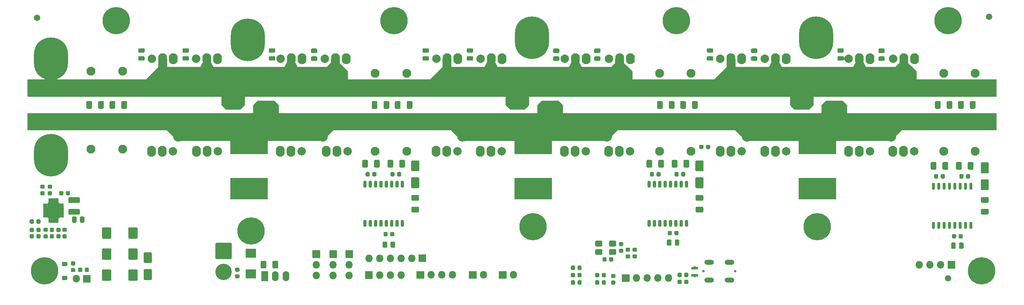
<source format=gbr>
G04 #@! TF.GenerationSoftware,KiCad,Pcbnew,(5.1.10)-1*
G04 #@! TF.CreationDate,2021-11-03T20:12:32-04:00*
G04 #@! TF.ProjectId,besc g2,62657363-2067-4322-9e6b-696361645f70,Init*
G04 #@! TF.SameCoordinates,Original*
G04 #@! TF.FileFunction,Soldermask,Bot*
G04 #@! TF.FilePolarity,Negative*
%FSLAX46Y46*%
G04 Gerber Fmt 4.6, Leading zero omitted, Abs format (unit mm)*
G04 Created by KiCad (PCBNEW (5.1.10)-1) date 2021-11-03 20:12:32*
%MOMM*%
%LPD*%
G01*
G04 APERTURE LIST*
%ADD10C,0.100000*%
%ADD11C,2.102000*%
%ADD12O,1.802000X1.802000*%
%ADD13O,2.302000X1.202000*%
%ADD14C,0.622000*%
%ADD15C,1.602000*%
%ADD16O,8.102000X10.102000*%
%ADD17C,1.500000*%
%ADD18C,2.007000*%
%ADD19O,2.102000X2.602000*%
%ADD20C,3.902000*%
%ADD21O,1.602000X2.402000*%
%ADD22C,0.902000*%
%ADD23C,6.502000*%
%ADD24C,2.502000*%
G04 APERTURE END LIST*
D10*
G36*
X218800000Y-84400000D02*
G01*
X217800000Y-85400000D01*
X214300000Y-85400000D01*
X213300000Y-84400000D01*
X213300000Y-81400000D01*
X218800000Y-81400000D01*
X218800000Y-84400000D01*
G37*
X218800000Y-84400000D02*
X217800000Y-85400000D01*
X214300000Y-85400000D01*
X213300000Y-84400000D01*
X213300000Y-81400000D01*
X218800000Y-81400000D01*
X218800000Y-84400000D01*
G36*
X226800000Y-84400000D02*
G01*
X226800000Y-87400000D01*
X220800000Y-87400000D01*
X220800000Y-84400000D01*
X221800000Y-83400000D01*
X225800000Y-83400000D01*
X226800000Y-84400000D01*
G37*
X226800000Y-84400000D02*
X226800000Y-87400000D01*
X220800000Y-87400000D01*
X220800000Y-84400000D01*
X221800000Y-83400000D01*
X225800000Y-83400000D01*
X226800000Y-84400000D01*
G36*
X237300000Y-92900000D02*
G01*
X202800000Y-92900000D01*
X199300000Y-89400000D01*
X240800000Y-89400000D01*
X237300000Y-92900000D01*
G37*
X237300000Y-92900000D02*
X202800000Y-92900000D01*
X199300000Y-89400000D01*
X240800000Y-89400000D01*
X237300000Y-92900000D01*
G36*
X200300000Y-75400000D02*
G01*
X208300000Y-75400000D01*
X209300000Y-73400000D01*
X210300000Y-73400000D01*
X211300000Y-75400000D01*
X228300000Y-75400000D01*
X229300000Y-73400000D01*
X230300000Y-73400000D01*
X231300000Y-75400000D01*
X238300000Y-75400000D01*
X239300000Y-74400000D01*
X239300000Y-73400000D01*
X241300000Y-73400000D01*
X241300000Y-74400000D01*
X243300000Y-76400000D01*
X243300000Y-78400000D01*
X195300000Y-78400000D01*
X198300000Y-75400000D01*
X198300000Y-73400000D01*
X200300000Y-73400000D01*
X200300000Y-75400000D01*
G37*
X200300000Y-75400000D02*
X208300000Y-75400000D01*
X209300000Y-73400000D01*
X210300000Y-73400000D01*
X211300000Y-75400000D01*
X228300000Y-75400000D01*
X229300000Y-73400000D01*
X230300000Y-73400000D01*
X231300000Y-75400000D01*
X238300000Y-75400000D01*
X239300000Y-74400000D01*
X239300000Y-73400000D01*
X241300000Y-73400000D01*
X241300000Y-74400000D01*
X243300000Y-76400000D01*
X243300000Y-78400000D01*
X195300000Y-78400000D01*
X198300000Y-75400000D01*
X198300000Y-73400000D01*
X200300000Y-73400000D01*
X200300000Y-75400000D01*
G36*
X132800000Y-75400000D02*
G01*
X140800000Y-75400000D01*
X141800000Y-73400000D01*
X142800000Y-73400000D01*
X143800000Y-75400000D01*
X160800000Y-75400000D01*
X161800000Y-73400000D01*
X162800000Y-73400000D01*
X163800000Y-75400000D01*
X170800000Y-75400000D01*
X171800000Y-74400000D01*
X171800000Y-73400000D01*
X173800000Y-73400000D01*
X173800000Y-74400000D01*
X175800000Y-76400000D01*
X175800000Y-78400000D01*
X127800000Y-78400000D01*
X130800000Y-75400000D01*
X130800000Y-73400000D01*
X132800000Y-73400000D01*
X132800000Y-75400000D01*
G37*
X132800000Y-75400000D02*
X140800000Y-75400000D01*
X141800000Y-73400000D01*
X142800000Y-73400000D01*
X143800000Y-75400000D01*
X160800000Y-75400000D01*
X161800000Y-73400000D01*
X162800000Y-73400000D01*
X163800000Y-75400000D01*
X170800000Y-75400000D01*
X171800000Y-74400000D01*
X171800000Y-73400000D01*
X173800000Y-73400000D01*
X173800000Y-74400000D01*
X175800000Y-76400000D01*
X175800000Y-78400000D01*
X127800000Y-78400000D01*
X130800000Y-75400000D01*
X130800000Y-73400000D01*
X132800000Y-73400000D01*
X132800000Y-75400000D01*
G36*
X169800000Y-92900000D02*
G01*
X135300000Y-92900000D01*
X131800000Y-89400000D01*
X173300000Y-89400000D01*
X169800000Y-92900000D01*
G37*
X169800000Y-92900000D02*
X135300000Y-92900000D01*
X131800000Y-89400000D01*
X173300000Y-89400000D01*
X169800000Y-92900000D01*
G36*
X159300000Y-84400000D02*
G01*
X159300000Y-87400000D01*
X153300000Y-87400000D01*
X153300000Y-84400000D01*
X154300000Y-83400000D01*
X158300000Y-83400000D01*
X159300000Y-84400000D01*
G37*
X159300000Y-84400000D02*
X159300000Y-87400000D01*
X153300000Y-87400000D01*
X153300000Y-84400000D01*
X154300000Y-83400000D01*
X158300000Y-83400000D01*
X159300000Y-84400000D01*
G36*
X151300000Y-84400000D02*
G01*
X150300000Y-85400000D01*
X146800000Y-85400000D01*
X145800000Y-84400000D01*
X145800000Y-81400000D01*
X151300000Y-81400000D01*
X151300000Y-84400000D01*
G37*
X151300000Y-84400000D02*
X150300000Y-85400000D01*
X146800000Y-85400000D01*
X145800000Y-84400000D01*
X145800000Y-81400000D01*
X151300000Y-81400000D01*
X151300000Y-84400000D01*
G36*
X83800000Y-84400000D02*
G01*
X82800000Y-85400000D01*
X79300000Y-85400000D01*
X78300000Y-84400000D01*
X78300000Y-81400000D01*
X83800000Y-81400000D01*
X83800000Y-84400000D01*
G37*
X83800000Y-84400000D02*
X82800000Y-85400000D01*
X79300000Y-85400000D01*
X78300000Y-84400000D01*
X78300000Y-81400000D01*
X83800000Y-81400000D01*
X83800000Y-84400000D01*
G36*
X91800000Y-84400000D02*
G01*
X91800000Y-87400000D01*
X85800000Y-87400000D01*
X85800000Y-84400000D01*
X86800000Y-83400000D01*
X90800000Y-83400000D01*
X91800000Y-84400000D01*
G37*
X91800000Y-84400000D02*
X91800000Y-87400000D01*
X85800000Y-87400000D01*
X85800000Y-84400000D01*
X86800000Y-83400000D01*
X90800000Y-83400000D01*
X91800000Y-84400000D01*
G36*
X102300000Y-92900000D02*
G01*
X67800000Y-92900000D01*
X64300000Y-89400000D01*
X105800000Y-89400000D01*
X102300000Y-92900000D01*
G37*
X102300000Y-92900000D02*
X67800000Y-92900000D01*
X64300000Y-89400000D01*
X105800000Y-89400000D01*
X102300000Y-92900000D01*
G36*
X65300000Y-75400000D02*
G01*
X73300000Y-75400000D01*
X74300000Y-73400000D01*
X75300000Y-73400000D01*
X76300000Y-75400000D01*
X93300000Y-75400000D01*
X94300000Y-73400000D01*
X95300000Y-73400000D01*
X96300000Y-75400000D01*
X103300000Y-75400000D01*
X104300000Y-74400000D01*
X104300000Y-73400000D01*
X106300000Y-73400000D01*
X106300000Y-74400000D01*
X108300000Y-76400000D01*
X108300000Y-78400000D01*
X60300000Y-78400000D01*
X63300000Y-75400000D01*
X63300000Y-73400000D01*
X65300000Y-73400000D01*
X65300000Y-75400000D01*
G37*
X65300000Y-75400000D02*
X73300000Y-75400000D01*
X74300000Y-73400000D01*
X75300000Y-73400000D01*
X76300000Y-75400000D01*
X93300000Y-75400000D01*
X94300000Y-73400000D01*
X95300000Y-73400000D01*
X96300000Y-75400000D01*
X103300000Y-75400000D01*
X104300000Y-74400000D01*
X104300000Y-73400000D01*
X106300000Y-73400000D01*
X106300000Y-74400000D01*
X108300000Y-76400000D01*
X108300000Y-78400000D01*
X60300000Y-78400000D01*
X63300000Y-75400000D01*
X63300000Y-73400000D01*
X65300000Y-73400000D01*
X65300000Y-75400000D01*
G36*
X89175000Y-96000000D02*
G01*
X89175000Y-91000000D01*
X80425000Y-91000000D01*
X80425000Y-96000000D01*
X89175000Y-96000000D01*
G37*
X89175000Y-96000000D02*
X89175000Y-91000000D01*
X80425000Y-91000000D01*
X80425000Y-96000000D01*
X89175000Y-96000000D01*
G36*
X80425000Y-101800000D02*
G01*
X80425000Y-106800000D01*
X89175000Y-106800000D01*
X89175000Y-101800000D01*
X80425000Y-101800000D01*
G37*
X80425000Y-101800000D02*
X80425000Y-106800000D01*
X89175000Y-106800000D01*
X89175000Y-101800000D01*
X80425000Y-101800000D01*
G36*
X156675000Y-96000000D02*
G01*
X156675000Y-91000000D01*
X147925000Y-91000000D01*
X147925000Y-96000000D01*
X156675000Y-96000000D01*
G37*
X156675000Y-96000000D02*
X156675000Y-91000000D01*
X147925000Y-91000000D01*
X147925000Y-96000000D01*
X156675000Y-96000000D01*
G36*
X147925000Y-101800000D02*
G01*
X147925000Y-106800000D01*
X156675000Y-106800000D01*
X156675000Y-101800000D01*
X147925000Y-101800000D01*
G37*
X147925000Y-101800000D02*
X147925000Y-106800000D01*
X156675000Y-106800000D01*
X156675000Y-101800000D01*
X147925000Y-101800000D01*
G36*
X224175000Y-96000000D02*
G01*
X224175000Y-91000000D01*
X215425000Y-91000000D01*
X215425000Y-96000000D01*
X224175000Y-96000000D01*
G37*
X224175000Y-96000000D02*
X224175000Y-91000000D01*
X215425000Y-91000000D01*
X215425000Y-96000000D01*
X224175000Y-96000000D01*
G36*
X215425000Y-101800000D02*
G01*
X215425000Y-106800000D01*
X224175000Y-106800000D01*
X224175000Y-101800000D01*
X215425000Y-101800000D01*
G37*
X215425000Y-101800000D02*
X215425000Y-106800000D01*
X224175000Y-106800000D01*
X224175000Y-101800000D01*
X215425000Y-101800000D01*
G36*
X218800000Y-84400000D02*
G01*
X217800000Y-85400000D01*
X214300000Y-85400000D01*
X213300000Y-84400000D01*
X213300000Y-81400000D01*
X218800000Y-81400000D01*
X218800000Y-84400000D01*
G37*
X218800000Y-84400000D02*
X217800000Y-85400000D01*
X214300000Y-85400000D01*
X213300000Y-84400000D01*
X213300000Y-81400000D01*
X218800000Y-81400000D01*
X218800000Y-84400000D01*
G36*
X226800000Y-84400000D02*
G01*
X226800000Y-87400000D01*
X220800000Y-87400000D01*
X220800000Y-84400000D01*
X221800000Y-83400000D01*
X225800000Y-83400000D01*
X226800000Y-84400000D01*
G37*
X226800000Y-84400000D02*
X226800000Y-87400000D01*
X220800000Y-87400000D01*
X220800000Y-84400000D01*
X221800000Y-83400000D01*
X225800000Y-83400000D01*
X226800000Y-84400000D01*
G36*
X237300000Y-92900000D02*
G01*
X202800000Y-92900000D01*
X199300000Y-89400000D01*
X240800000Y-89400000D01*
X237300000Y-92900000D01*
G37*
X237300000Y-92900000D02*
X202800000Y-92900000D01*
X199300000Y-89400000D01*
X240800000Y-89400000D01*
X237300000Y-92900000D01*
G36*
X200300000Y-75400000D02*
G01*
X208300000Y-75400000D01*
X209300000Y-73400000D01*
X210300000Y-73400000D01*
X211300000Y-75400000D01*
X228300000Y-75400000D01*
X229300000Y-73400000D01*
X230300000Y-73400000D01*
X231300000Y-75400000D01*
X238300000Y-75400000D01*
X239300000Y-74400000D01*
X239300000Y-73400000D01*
X241300000Y-73400000D01*
X241300000Y-74400000D01*
X243300000Y-76400000D01*
X243300000Y-78400000D01*
X195300000Y-78400000D01*
X198300000Y-75400000D01*
X198300000Y-73400000D01*
X200300000Y-73400000D01*
X200300000Y-75400000D01*
G37*
X200300000Y-75400000D02*
X208300000Y-75400000D01*
X209300000Y-73400000D01*
X210300000Y-73400000D01*
X211300000Y-75400000D01*
X228300000Y-75400000D01*
X229300000Y-73400000D01*
X230300000Y-73400000D01*
X231300000Y-75400000D01*
X238300000Y-75400000D01*
X239300000Y-74400000D01*
X239300000Y-73400000D01*
X241300000Y-73400000D01*
X241300000Y-74400000D01*
X243300000Y-76400000D01*
X243300000Y-78400000D01*
X195300000Y-78400000D01*
X198300000Y-75400000D01*
X198300000Y-73400000D01*
X200300000Y-73400000D01*
X200300000Y-75400000D01*
G36*
X132800000Y-75400000D02*
G01*
X140800000Y-75400000D01*
X141800000Y-73400000D01*
X142800000Y-73400000D01*
X143800000Y-75400000D01*
X160800000Y-75400000D01*
X161800000Y-73400000D01*
X162800000Y-73400000D01*
X163800000Y-75400000D01*
X170800000Y-75400000D01*
X171800000Y-74400000D01*
X171800000Y-73400000D01*
X173800000Y-73400000D01*
X173800000Y-74400000D01*
X175800000Y-76400000D01*
X175800000Y-78400000D01*
X127800000Y-78400000D01*
X130800000Y-75400000D01*
X130800000Y-73400000D01*
X132800000Y-73400000D01*
X132800000Y-75400000D01*
G37*
X132800000Y-75400000D02*
X140800000Y-75400000D01*
X141800000Y-73400000D01*
X142800000Y-73400000D01*
X143800000Y-75400000D01*
X160800000Y-75400000D01*
X161800000Y-73400000D01*
X162800000Y-73400000D01*
X163800000Y-75400000D01*
X170800000Y-75400000D01*
X171800000Y-74400000D01*
X171800000Y-73400000D01*
X173800000Y-73400000D01*
X173800000Y-74400000D01*
X175800000Y-76400000D01*
X175800000Y-78400000D01*
X127800000Y-78400000D01*
X130800000Y-75400000D01*
X130800000Y-73400000D01*
X132800000Y-73400000D01*
X132800000Y-75400000D01*
G36*
X169800000Y-92900000D02*
G01*
X135300000Y-92900000D01*
X131800000Y-89400000D01*
X173300000Y-89400000D01*
X169800000Y-92900000D01*
G37*
X169800000Y-92900000D02*
X135300000Y-92900000D01*
X131800000Y-89400000D01*
X173300000Y-89400000D01*
X169800000Y-92900000D01*
G36*
X159300000Y-84400000D02*
G01*
X159300000Y-87400000D01*
X153300000Y-87400000D01*
X153300000Y-84400000D01*
X154300000Y-83400000D01*
X158300000Y-83400000D01*
X159300000Y-84400000D01*
G37*
X159300000Y-84400000D02*
X159300000Y-87400000D01*
X153300000Y-87400000D01*
X153300000Y-84400000D01*
X154300000Y-83400000D01*
X158300000Y-83400000D01*
X159300000Y-84400000D01*
G36*
X151300000Y-84400000D02*
G01*
X150300000Y-85400000D01*
X146800000Y-85400000D01*
X145800000Y-84400000D01*
X145800000Y-81400000D01*
X151300000Y-81400000D01*
X151300000Y-84400000D01*
G37*
X151300000Y-84400000D02*
X150300000Y-85400000D01*
X146800000Y-85400000D01*
X145800000Y-84400000D01*
X145800000Y-81400000D01*
X151300000Y-81400000D01*
X151300000Y-84400000D01*
G36*
X83800000Y-84400000D02*
G01*
X82800000Y-85400000D01*
X79300000Y-85400000D01*
X78300000Y-84400000D01*
X78300000Y-81400000D01*
X83800000Y-81400000D01*
X83800000Y-84400000D01*
G37*
X83800000Y-84400000D02*
X82800000Y-85400000D01*
X79300000Y-85400000D01*
X78300000Y-84400000D01*
X78300000Y-81400000D01*
X83800000Y-81400000D01*
X83800000Y-84400000D01*
G36*
X91800000Y-84400000D02*
G01*
X91800000Y-87400000D01*
X85800000Y-87400000D01*
X85800000Y-84400000D01*
X86800000Y-83400000D01*
X90800000Y-83400000D01*
X91800000Y-84400000D01*
G37*
X91800000Y-84400000D02*
X91800000Y-87400000D01*
X85800000Y-87400000D01*
X85800000Y-84400000D01*
X86800000Y-83400000D01*
X90800000Y-83400000D01*
X91800000Y-84400000D01*
G36*
X102300000Y-92900000D02*
G01*
X67800000Y-92900000D01*
X64300000Y-89400000D01*
X105800000Y-89400000D01*
X102300000Y-92900000D01*
G37*
X102300000Y-92900000D02*
X67800000Y-92900000D01*
X64300000Y-89400000D01*
X105800000Y-89400000D01*
X102300000Y-92900000D01*
G36*
X65300000Y-75400000D02*
G01*
X73300000Y-75400000D01*
X74300000Y-73400000D01*
X75300000Y-73400000D01*
X76300000Y-75400000D01*
X93300000Y-75400000D01*
X94300000Y-73400000D01*
X95300000Y-73400000D01*
X96300000Y-75400000D01*
X103300000Y-75400000D01*
X104300000Y-74400000D01*
X104300000Y-73400000D01*
X106300000Y-73400000D01*
X106300000Y-74400000D01*
X108300000Y-76400000D01*
X108300000Y-78400000D01*
X60300000Y-78400000D01*
X63300000Y-75400000D01*
X63300000Y-73400000D01*
X65300000Y-73400000D01*
X65300000Y-75400000D01*
G37*
X65300000Y-75400000D02*
X73300000Y-75400000D01*
X74300000Y-73400000D01*
X75300000Y-73400000D01*
X76300000Y-75400000D01*
X93300000Y-75400000D01*
X94300000Y-73400000D01*
X95300000Y-73400000D01*
X96300000Y-75400000D01*
X103300000Y-75400000D01*
X104300000Y-74400000D01*
X104300000Y-73400000D01*
X106300000Y-73400000D01*
X106300000Y-74400000D01*
X108300000Y-76400000D01*
X108300000Y-78400000D01*
X60300000Y-78400000D01*
X63300000Y-75400000D01*
X63300000Y-73400000D01*
X65300000Y-73400000D01*
X65300000Y-75400000D01*
G36*
X89175000Y-96000000D02*
G01*
X89175000Y-91000000D01*
X80425000Y-91000000D01*
X80425000Y-96000000D01*
X89175000Y-96000000D01*
G37*
X89175000Y-96000000D02*
X89175000Y-91000000D01*
X80425000Y-91000000D01*
X80425000Y-96000000D01*
X89175000Y-96000000D01*
G36*
X80425000Y-101800000D02*
G01*
X80425000Y-106800000D01*
X89175000Y-106800000D01*
X89175000Y-101800000D01*
X80425000Y-101800000D01*
G37*
X80425000Y-101800000D02*
X80425000Y-106800000D01*
X89175000Y-106800000D01*
X89175000Y-101800000D01*
X80425000Y-101800000D01*
G36*
X156675000Y-96000000D02*
G01*
X156675000Y-91000000D01*
X147925000Y-91000000D01*
X147925000Y-96000000D01*
X156675000Y-96000000D01*
G37*
X156675000Y-96000000D02*
X156675000Y-91000000D01*
X147925000Y-91000000D01*
X147925000Y-96000000D01*
X156675000Y-96000000D01*
G36*
X147925000Y-101800000D02*
G01*
X147925000Y-106800000D01*
X156675000Y-106800000D01*
X156675000Y-101800000D01*
X147925000Y-101800000D01*
G37*
X147925000Y-101800000D02*
X147925000Y-106800000D01*
X156675000Y-106800000D01*
X156675000Y-101800000D01*
X147925000Y-101800000D01*
G36*
X224175000Y-96000000D02*
G01*
X224175000Y-91000000D01*
X215425000Y-91000000D01*
X215425000Y-96000000D01*
X224175000Y-96000000D01*
G37*
X224175000Y-96000000D02*
X224175000Y-91000000D01*
X215425000Y-91000000D01*
X215425000Y-96000000D01*
X224175000Y-96000000D01*
G36*
X215425000Y-101800000D02*
G01*
X215425000Y-106800000D01*
X224175000Y-106800000D01*
X224175000Y-101800000D01*
X215425000Y-101800000D01*
G37*
X215425000Y-101800000D02*
X215425000Y-106800000D01*
X224175000Y-106800000D01*
X224175000Y-101800000D01*
X215425000Y-101800000D01*
D11*
X249800000Y-95400000D03*
X257300000Y-95400000D03*
X249800000Y-76900000D03*
X257300000Y-76900000D03*
X223686058Y-85202361D03*
X216300000Y-83900000D03*
X182300000Y-95400000D03*
X189800000Y-95400000D03*
X182300000Y-76900000D03*
X189800000Y-76900000D03*
X156186058Y-84702361D03*
X148800000Y-83400000D03*
X114800000Y-95400000D03*
X122300000Y-95400000D03*
X114800000Y-76900000D03*
X122300000Y-76900000D03*
X54800000Y-94900000D03*
X47300000Y-94900000D03*
X88686058Y-85202361D03*
X81300000Y-83900000D03*
X54800000Y-76400000D03*
X47300000Y-76400000D03*
D12*
X244017000Y-122439000D03*
X246557000Y-122439000D03*
X249097000Y-122439000D03*
G36*
G01*
X250787000Y-121538000D02*
X252487000Y-121538000D01*
G75*
G02*
X252538000Y-121589000I0J-51000D01*
G01*
X252538000Y-123289000D01*
G75*
G02*
X252487000Y-123340000I-51000J0D01*
G01*
X250787000Y-123340000D01*
G75*
G02*
X250736000Y-123289000I0J51000D01*
G01*
X250736000Y-121589000D01*
G75*
G02*
X250787000Y-121538000I51000J0D01*
G01*
G37*
X147624000Y-124852000D03*
G36*
G01*
X145934000Y-125753000D02*
X144234000Y-125753000D01*
G75*
G02*
X144183000Y-125702000I0J51000D01*
G01*
X144183000Y-124002000D01*
G75*
G02*
X144234000Y-123951000I51000J0D01*
G01*
X145934000Y-123951000D01*
G75*
G02*
X145985000Y-124002000I0J-51000D01*
G01*
X145985000Y-125702000D01*
G75*
G02*
X145934000Y-125753000I-51000J0D01*
G01*
G37*
X140512000Y-124852000D03*
G36*
G01*
X138822000Y-125753000D02*
X137122000Y-125753000D01*
G75*
G02*
X137071000Y-125702000I0J51000D01*
G01*
X137071000Y-124002000D01*
G75*
G02*
X137122000Y-123951000I51000J0D01*
G01*
X138822000Y-123951000D01*
G75*
G02*
X138873000Y-124002000I0J-51000D01*
G01*
X138873000Y-125702000D01*
G75*
G02*
X138822000Y-125753000I-51000J0D01*
G01*
G37*
X120920000Y-124900000D03*
X118380000Y-124900000D03*
X115840000Y-124900000D03*
G36*
G01*
X114150000Y-125801000D02*
X112450000Y-125801000D01*
G75*
G02*
X112399000Y-125750000I0J51000D01*
G01*
X112399000Y-124050000D01*
G75*
G02*
X112450000Y-123999000I51000J0D01*
G01*
X114150000Y-123999000D01*
G75*
G02*
X114201000Y-124050000I0J-51000D01*
G01*
X114201000Y-125750000D01*
G75*
G02*
X114150000Y-125801000I-51000J0D01*
G01*
G37*
D13*
X198919000Y-126113000D03*
X198919000Y-121813000D03*
X194119000Y-126113000D03*
X194119000Y-121813000D03*
D14*
X200269000Y-123963000D03*
X192769000Y-123963000D03*
D12*
X108635000Y-124979000D03*
X108635000Y-122439000D03*
G36*
G01*
X107734000Y-120749000D02*
X107734000Y-119049000D01*
G75*
G02*
X107785000Y-118998000I51000J0D01*
G01*
X109485000Y-118998000D01*
G75*
G02*
X109536000Y-119049000I0J-51000D01*
G01*
X109536000Y-120749000D01*
G75*
G02*
X109485000Y-120800000I-51000J0D01*
G01*
X107785000Y-120800000D01*
G75*
G02*
X107734000Y-120749000I0J51000D01*
G01*
G37*
D15*
X87300000Y-66150000D03*
X87650000Y-67400000D03*
X87300000Y-71650000D03*
X86050000Y-72400000D03*
X81800000Y-71650000D03*
X81450000Y-70400000D03*
X81800000Y-66150000D03*
X83050000Y-65400000D03*
X87650000Y-70400000D03*
X86050000Y-65400000D03*
X83050000Y-72400000D03*
X81450000Y-67400000D03*
X84550000Y-64900000D03*
X87800000Y-68900000D03*
X84550000Y-72900000D03*
X81300000Y-68900000D03*
D16*
X84550000Y-68900000D03*
D15*
X154800000Y-65650000D03*
X155150000Y-66900000D03*
X154800000Y-71150000D03*
X153550000Y-71900000D03*
X149300000Y-71150000D03*
X148950000Y-69900000D03*
X149300000Y-65650000D03*
X150550000Y-64900000D03*
X155150000Y-69900000D03*
X153550000Y-64900000D03*
X150550000Y-71900000D03*
X148950000Y-66900000D03*
X152050000Y-64400000D03*
X155300000Y-68400000D03*
X152050000Y-72400000D03*
X148800000Y-68400000D03*
D16*
X152050000Y-68400000D03*
D15*
X222300000Y-65650000D03*
X222650000Y-66900000D03*
X222300000Y-71150000D03*
X221050000Y-71900000D03*
X216800000Y-71150000D03*
X216450000Y-69900000D03*
X216800000Y-65650000D03*
X218050000Y-64900000D03*
X222650000Y-69900000D03*
X221050000Y-64900000D03*
X218050000Y-71900000D03*
X216450000Y-66900000D03*
X219550000Y-64400000D03*
X222800000Y-68400000D03*
X219550000Y-72400000D03*
X216300000Y-68400000D03*
D16*
X219550000Y-68400000D03*
D15*
X35050000Y-76150000D03*
X34700000Y-74900000D03*
X35050000Y-70650000D03*
X36300000Y-69900000D03*
X40550000Y-70650000D03*
X40900000Y-71900000D03*
X40550000Y-76150000D03*
X39300000Y-76900000D03*
X34700000Y-71900000D03*
X36300000Y-76900000D03*
X39300000Y-69900000D03*
X40900000Y-74900000D03*
X37800000Y-77400000D03*
X34550000Y-73400000D03*
X37800000Y-69400000D03*
X41050000Y-73400000D03*
D16*
X37800000Y-73400000D03*
D15*
X35050000Y-99150000D03*
X34700000Y-97900000D03*
X35050000Y-93650000D03*
X36300000Y-92900000D03*
X40550000Y-93650000D03*
X40900000Y-94900000D03*
X40550000Y-99150000D03*
X39300000Y-99900000D03*
X34700000Y-94900000D03*
X36300000Y-99900000D03*
X39300000Y-92900000D03*
X40900000Y-97900000D03*
X37800000Y-100400000D03*
X34550000Y-96400000D03*
X37800000Y-92400000D03*
X41050000Y-96400000D03*
D16*
X37800000Y-96400000D03*
G36*
G01*
X44674000Y-112181750D02*
X44674000Y-111218250D01*
G75*
G02*
X44943250Y-110949000I269250J0D01*
G01*
X45481750Y-110949000D01*
G75*
G02*
X45751000Y-111218250I0J-269250D01*
G01*
X45751000Y-112181750D01*
G75*
G02*
X45481750Y-112451000I-269250J0D01*
G01*
X44943250Y-112451000D01*
G75*
G02*
X44674000Y-112181750I0J269250D01*
G01*
G37*
G36*
G01*
X42799000Y-112181750D02*
X42799000Y-111218250D01*
G75*
G02*
X43068250Y-110949000I269250J0D01*
G01*
X43606750Y-110949000D01*
G75*
G02*
X43876000Y-111218250I0J-269250D01*
G01*
X43876000Y-112181750D01*
G75*
G02*
X43606750Y-112451000I-269250J0D01*
G01*
X43068250Y-112451000D01*
G75*
G02*
X42799000Y-112181750I0J269250D01*
G01*
G37*
G36*
G01*
X44405600Y-107726000D02*
X42194400Y-107726000D01*
G75*
G02*
X41924000Y-107455600I0J270400D01*
G01*
X41924000Y-106644400D01*
G75*
G02*
X42194400Y-106374000I270400J0D01*
G01*
X44405600Y-106374000D01*
G75*
G02*
X44676000Y-106644400I0J-270400D01*
G01*
X44676000Y-107455600D01*
G75*
G02*
X44405600Y-107726000I-270400J0D01*
G01*
G37*
G36*
G01*
X44405600Y-110526000D02*
X42194400Y-110526000D01*
G75*
G02*
X41924000Y-110255600I0J270400D01*
G01*
X41924000Y-109444400D01*
G75*
G02*
X42194400Y-109174000I270400J0D01*
G01*
X44405600Y-109174000D01*
G75*
G02*
X44676000Y-109444400I0J-270400D01*
G01*
X44676000Y-110255600D01*
G75*
G02*
X44405600Y-110526000I-270400J0D01*
G01*
G37*
D17*
X260550000Y-63400000D03*
X250800000Y-125650000D03*
X34550000Y-63650000D03*
G36*
G01*
X248501000Y-101118250D02*
X248501000Y-101681750D01*
G75*
G02*
X248256750Y-101926000I-244250J0D01*
G01*
X247768250Y-101926000D01*
G75*
G02*
X247524000Y-101681750I0J244250D01*
G01*
X247524000Y-101118250D01*
G75*
G02*
X247768250Y-100874000I244250J0D01*
G01*
X248256750Y-100874000D01*
G75*
G02*
X248501000Y-101118250I0J-244250D01*
G01*
G37*
G36*
G01*
X250076000Y-101118250D02*
X250076000Y-101681750D01*
G75*
G02*
X249831750Y-101926000I-244250J0D01*
G01*
X249343250Y-101926000D01*
G75*
G02*
X249099000Y-101681750I0J244250D01*
G01*
X249099000Y-101118250D01*
G75*
G02*
X249343250Y-100874000I244250J0D01*
G01*
X249831750Y-100874000D01*
G75*
G02*
X250076000Y-101118250I0J-244250D01*
G01*
G37*
G36*
G01*
X181001000Y-100618250D02*
X181001000Y-101181750D01*
G75*
G02*
X180756750Y-101426000I-244250J0D01*
G01*
X180268250Y-101426000D01*
G75*
G02*
X180024000Y-101181750I0J244250D01*
G01*
X180024000Y-100618250D01*
G75*
G02*
X180268250Y-100374000I244250J0D01*
G01*
X180756750Y-100374000D01*
G75*
G02*
X181001000Y-100618250I0J-244250D01*
G01*
G37*
G36*
G01*
X182576000Y-100618250D02*
X182576000Y-101181750D01*
G75*
G02*
X182331750Y-101426000I-244250J0D01*
G01*
X181843250Y-101426000D01*
G75*
G02*
X181599000Y-101181750I0J244250D01*
G01*
X181599000Y-100618250D01*
G75*
G02*
X181843250Y-100374000I244250J0D01*
G01*
X182331750Y-100374000D01*
G75*
G02*
X182576000Y-100618250I0J-244250D01*
G01*
G37*
G36*
G01*
X113501000Y-100618250D02*
X113501000Y-101181750D01*
G75*
G02*
X113256750Y-101426000I-244250J0D01*
G01*
X112768250Y-101426000D01*
G75*
G02*
X112524000Y-101181750I0J244250D01*
G01*
X112524000Y-100618250D01*
G75*
G02*
X112768250Y-100374000I244250J0D01*
G01*
X113256750Y-100374000D01*
G75*
G02*
X113501000Y-100618250I0J-244250D01*
G01*
G37*
G36*
G01*
X115076000Y-100618250D02*
X115076000Y-101181750D01*
G75*
G02*
X114831750Y-101426000I-244250J0D01*
G01*
X114343250Y-101426000D01*
G75*
G02*
X114099000Y-101181750I0J244250D01*
G01*
X114099000Y-100618250D01*
G75*
G02*
X114343250Y-100374000I244250J0D01*
G01*
X114831750Y-100374000D01*
G75*
G02*
X115076000Y-100618250I0J-244250D01*
G01*
G37*
G36*
G01*
X254501000Y-101118250D02*
X254501000Y-101681750D01*
G75*
G02*
X254256750Y-101926000I-244250J0D01*
G01*
X253768250Y-101926000D01*
G75*
G02*
X253524000Y-101681750I0J244250D01*
G01*
X253524000Y-101118250D01*
G75*
G02*
X253768250Y-100874000I244250J0D01*
G01*
X254256750Y-100874000D01*
G75*
G02*
X254501000Y-101118250I0J-244250D01*
G01*
G37*
G36*
G01*
X256076000Y-101118250D02*
X256076000Y-101681750D01*
G75*
G02*
X255831750Y-101926000I-244250J0D01*
G01*
X255343250Y-101926000D01*
G75*
G02*
X255099000Y-101681750I0J244250D01*
G01*
X255099000Y-101118250D01*
G75*
G02*
X255343250Y-100874000I244250J0D01*
G01*
X255831750Y-100874000D01*
G75*
G02*
X256076000Y-101118250I0J-244250D01*
G01*
G37*
G36*
G01*
X186851000Y-100618250D02*
X186851000Y-101181750D01*
G75*
G02*
X186606750Y-101426000I-244250J0D01*
G01*
X186118250Y-101426000D01*
G75*
G02*
X185874000Y-101181750I0J244250D01*
G01*
X185874000Y-100618250D01*
G75*
G02*
X186118250Y-100374000I244250J0D01*
G01*
X186606750Y-100374000D01*
G75*
G02*
X186851000Y-100618250I0J-244250D01*
G01*
G37*
G36*
G01*
X188426000Y-100618250D02*
X188426000Y-101181750D01*
G75*
G02*
X188181750Y-101426000I-244250J0D01*
G01*
X187693250Y-101426000D01*
G75*
G02*
X187449000Y-101181750I0J244250D01*
G01*
X187449000Y-100618250D01*
G75*
G02*
X187693250Y-100374000I244250J0D01*
G01*
X188181750Y-100374000D01*
G75*
G02*
X188426000Y-100618250I0J-244250D01*
G01*
G37*
G36*
G01*
X119401000Y-100618250D02*
X119401000Y-101181750D01*
G75*
G02*
X119156750Y-101426000I-244250J0D01*
G01*
X118668250Y-101426000D01*
G75*
G02*
X118424000Y-101181750I0J244250D01*
G01*
X118424000Y-100618250D01*
G75*
G02*
X118668250Y-100374000I244250J0D01*
G01*
X119156750Y-100374000D01*
G75*
G02*
X119401000Y-100618250I0J-244250D01*
G01*
G37*
G36*
G01*
X120976000Y-100618250D02*
X120976000Y-101181750D01*
G75*
G02*
X120731750Y-101426000I-244250J0D01*
G01*
X120243250Y-101426000D01*
G75*
G02*
X119999000Y-101181750I0J244250D01*
G01*
X119999000Y-100618250D01*
G75*
G02*
X120243250Y-100374000I244250J0D01*
G01*
X120731750Y-100374000D01*
G75*
G02*
X120976000Y-100618250I0J-244250D01*
G01*
G37*
G36*
G01*
X252651000Y-117418250D02*
X252651000Y-118381750D01*
G75*
G02*
X252381750Y-118651000I-269250J0D01*
G01*
X251843250Y-118651000D01*
G75*
G02*
X251574000Y-118381750I0J269250D01*
G01*
X251574000Y-117418250D01*
G75*
G02*
X251843250Y-117149000I269250J0D01*
G01*
X252381750Y-117149000D01*
G75*
G02*
X252651000Y-117418250I0J-269250D01*
G01*
G37*
G36*
G01*
X254526000Y-117418250D02*
X254526000Y-118381750D01*
G75*
G02*
X254256750Y-118651000I-269250J0D01*
G01*
X253718250Y-118651000D01*
G75*
G02*
X253449000Y-118381750I0J269250D01*
G01*
X253449000Y-117418250D01*
G75*
G02*
X253718250Y-117149000I269250J0D01*
G01*
X254256750Y-117149000D01*
G75*
G02*
X254526000Y-117418250I0J-269250D01*
G01*
G37*
G36*
G01*
X185151000Y-116668250D02*
X185151000Y-117631750D01*
G75*
G02*
X184881750Y-117901000I-269250J0D01*
G01*
X184343250Y-117901000D01*
G75*
G02*
X184074000Y-117631750I0J269250D01*
G01*
X184074000Y-116668250D01*
G75*
G02*
X184343250Y-116399000I269250J0D01*
G01*
X184881750Y-116399000D01*
G75*
G02*
X185151000Y-116668250I0J-269250D01*
G01*
G37*
G36*
G01*
X187026000Y-116668250D02*
X187026000Y-117631750D01*
G75*
G02*
X186756750Y-117901000I-269250J0D01*
G01*
X186218250Y-117901000D01*
G75*
G02*
X185949000Y-117631750I0J269250D01*
G01*
X185949000Y-116668250D01*
G75*
G02*
X186218250Y-116399000I269250J0D01*
G01*
X186756750Y-116399000D01*
G75*
G02*
X187026000Y-116668250I0J-269250D01*
G01*
G37*
G36*
G01*
X117651000Y-117168250D02*
X117651000Y-118131750D01*
G75*
G02*
X117381750Y-118401000I-269250J0D01*
G01*
X116843250Y-118401000D01*
G75*
G02*
X116574000Y-118131750I0J269250D01*
G01*
X116574000Y-117168250D01*
G75*
G02*
X116843250Y-116899000I269250J0D01*
G01*
X117381750Y-116899000D01*
G75*
G02*
X117651000Y-117168250I0J-269250D01*
G01*
G37*
G36*
G01*
X119526000Y-117168250D02*
X119526000Y-118131750D01*
G75*
G02*
X119256750Y-118401000I-269250J0D01*
G01*
X118718250Y-118401000D01*
G75*
G02*
X118449000Y-118131750I0J269250D01*
G01*
X118449000Y-117168250D01*
G75*
G02*
X118718250Y-116899000I269250J0D01*
G01*
X119256750Y-116899000D01*
G75*
G02*
X119526000Y-117168250I0J-269250D01*
G01*
G37*
G36*
G01*
X185251000Y-114618250D02*
X185251000Y-115181750D01*
G75*
G02*
X185006750Y-115426000I-244250J0D01*
G01*
X184518250Y-115426000D01*
G75*
G02*
X184274000Y-115181750I0J244250D01*
G01*
X184274000Y-114618250D01*
G75*
G02*
X184518250Y-114374000I244250J0D01*
G01*
X185006750Y-114374000D01*
G75*
G02*
X185251000Y-114618250I0J-244250D01*
G01*
G37*
G36*
G01*
X186826000Y-114618250D02*
X186826000Y-115181750D01*
G75*
G02*
X186581750Y-115426000I-244250J0D01*
G01*
X186093250Y-115426000D01*
G75*
G02*
X185849000Y-115181750I0J244250D01*
G01*
X185849000Y-114618250D01*
G75*
G02*
X186093250Y-114374000I244250J0D01*
G01*
X186581750Y-114374000D01*
G75*
G02*
X186826000Y-114618250I0J-244250D01*
G01*
G37*
G36*
G01*
X252751000Y-115368250D02*
X252751000Y-115931750D01*
G75*
G02*
X252506750Y-116176000I-244250J0D01*
G01*
X252018250Y-116176000D01*
G75*
G02*
X251774000Y-115931750I0J244250D01*
G01*
X251774000Y-115368250D01*
G75*
G02*
X252018250Y-115124000I244250J0D01*
G01*
X252506750Y-115124000D01*
G75*
G02*
X252751000Y-115368250I0J-244250D01*
G01*
G37*
G36*
G01*
X254326000Y-115368250D02*
X254326000Y-115931750D01*
G75*
G02*
X254081750Y-116176000I-244250J0D01*
G01*
X253593250Y-116176000D01*
G75*
G02*
X253349000Y-115931750I0J244250D01*
G01*
X253349000Y-115368250D01*
G75*
G02*
X253593250Y-115124000I244250J0D01*
G01*
X254081750Y-115124000D01*
G75*
G02*
X254326000Y-115368250I0J-244250D01*
G01*
G37*
G36*
G01*
X117751000Y-114868250D02*
X117751000Y-115431750D01*
G75*
G02*
X117506750Y-115676000I-244250J0D01*
G01*
X117018250Y-115676000D01*
G75*
G02*
X116774000Y-115431750I0J244250D01*
G01*
X116774000Y-114868250D01*
G75*
G02*
X117018250Y-114624000I244250J0D01*
G01*
X117506750Y-114624000D01*
G75*
G02*
X117751000Y-114868250I0J-244250D01*
G01*
G37*
G36*
G01*
X119326000Y-114868250D02*
X119326000Y-115431750D01*
G75*
G02*
X119081750Y-115676000I-244250J0D01*
G01*
X118593250Y-115676000D01*
G75*
G02*
X118349000Y-115431750I0J244250D01*
G01*
X118349000Y-114868250D01*
G75*
G02*
X118593250Y-114624000I244250J0D01*
G01*
X119081750Y-114624000D01*
G75*
G02*
X119326000Y-114868250I0J-244250D01*
G01*
G37*
G36*
G01*
X32249000Y-82400000D02*
X32249000Y-78400000D01*
G75*
G02*
X32300000Y-78349000I51000J0D01*
G01*
X262300000Y-78349000D01*
G75*
G02*
X262351000Y-78400000I0J-51000D01*
G01*
X262351000Y-82400000D01*
G75*
G02*
X262300000Y-82451000I-51000J0D01*
G01*
X32300000Y-82451000D01*
G75*
G02*
X32249000Y-82400000I0J51000D01*
G01*
G37*
G36*
G01*
X32249000Y-90400000D02*
X32249000Y-86400000D01*
G75*
G02*
X32300000Y-86349000I51000J0D01*
G01*
X262300000Y-86349000D01*
G75*
G02*
X262351000Y-86400000I0J-51000D01*
G01*
X262351000Y-90400000D01*
G75*
G02*
X262300000Y-90451000I-51000J0D01*
G01*
X32300000Y-90451000D01*
G75*
G02*
X32249000Y-90400000I0J51000D01*
G01*
G37*
G36*
G01*
X89175000Y-106851000D02*
X85800000Y-106851000D01*
G75*
G02*
X85749000Y-106800000I0J51000D01*
G01*
X85749000Y-101800000D01*
G75*
G02*
X85800000Y-101749000I51000J0D01*
G01*
X89175000Y-101749000D01*
G75*
G02*
X89226000Y-101800000I0J-51000D01*
G01*
X89226000Y-106800000D01*
G75*
G02*
X89175000Y-106851000I-51000J0D01*
G01*
G37*
G36*
G01*
X83800000Y-106851000D02*
X80425000Y-106851000D01*
G75*
G02*
X80374000Y-106800000I0J51000D01*
G01*
X80374000Y-101800000D01*
G75*
G02*
X80425000Y-101749000I51000J0D01*
G01*
X83800000Y-101749000D01*
G75*
G02*
X83851000Y-101800000I0J-51000D01*
G01*
X83851000Y-106800000D01*
G75*
G02*
X83800000Y-106851000I-51000J0D01*
G01*
G37*
G36*
G01*
X85300000Y-106851000D02*
X84300000Y-106851000D01*
G75*
G02*
X84249000Y-106800000I0J51000D01*
G01*
X84249000Y-101800000D01*
G75*
G02*
X84300000Y-101749000I51000J0D01*
G01*
X85300000Y-101749000D01*
G75*
G02*
X85351000Y-101800000I0J-51000D01*
G01*
X85351000Y-106800000D01*
G75*
G02*
X85300000Y-106851000I-51000J0D01*
G01*
G37*
G36*
G01*
X85800000Y-90949000D02*
X89175000Y-90949000D01*
G75*
G02*
X89226000Y-91000000I0J-51000D01*
G01*
X89226000Y-96000000D01*
G75*
G02*
X89175000Y-96051000I-51000J0D01*
G01*
X85800000Y-96051000D01*
G75*
G02*
X85749000Y-96000000I0J51000D01*
G01*
X85749000Y-91000000D01*
G75*
G02*
X85800000Y-90949000I51000J0D01*
G01*
G37*
G36*
G01*
X84300000Y-90949000D02*
X85300000Y-90949000D01*
G75*
G02*
X85351000Y-91000000I0J-51000D01*
G01*
X85351000Y-96000000D01*
G75*
G02*
X85300000Y-96051000I-51000J0D01*
G01*
X84300000Y-96051000D01*
G75*
G02*
X84249000Y-96000000I0J51000D01*
G01*
X84249000Y-91000000D01*
G75*
G02*
X84300000Y-90949000I51000J0D01*
G01*
G37*
G36*
G01*
X80425000Y-90949000D02*
X83800000Y-90949000D01*
G75*
G02*
X83851000Y-91000000I0J-51000D01*
G01*
X83851000Y-96000000D01*
G75*
G02*
X83800000Y-96051000I-51000J0D01*
G01*
X80425000Y-96051000D01*
G75*
G02*
X80374000Y-96000000I0J51000D01*
G01*
X80374000Y-91000000D01*
G75*
G02*
X80425000Y-90949000I51000J0D01*
G01*
G37*
G36*
G01*
X156675000Y-106851000D02*
X153300000Y-106851000D01*
G75*
G02*
X153249000Y-106800000I0J51000D01*
G01*
X153249000Y-101800000D01*
G75*
G02*
X153300000Y-101749000I51000J0D01*
G01*
X156675000Y-101749000D01*
G75*
G02*
X156726000Y-101800000I0J-51000D01*
G01*
X156726000Y-106800000D01*
G75*
G02*
X156675000Y-106851000I-51000J0D01*
G01*
G37*
G36*
G01*
X151300000Y-106851000D02*
X147925000Y-106851000D01*
G75*
G02*
X147874000Y-106800000I0J51000D01*
G01*
X147874000Y-101800000D01*
G75*
G02*
X147925000Y-101749000I51000J0D01*
G01*
X151300000Y-101749000D01*
G75*
G02*
X151351000Y-101800000I0J-51000D01*
G01*
X151351000Y-106800000D01*
G75*
G02*
X151300000Y-106851000I-51000J0D01*
G01*
G37*
G36*
G01*
X152800000Y-106851000D02*
X151800000Y-106851000D01*
G75*
G02*
X151749000Y-106800000I0J51000D01*
G01*
X151749000Y-101800000D01*
G75*
G02*
X151800000Y-101749000I51000J0D01*
G01*
X152800000Y-101749000D01*
G75*
G02*
X152851000Y-101800000I0J-51000D01*
G01*
X152851000Y-106800000D01*
G75*
G02*
X152800000Y-106851000I-51000J0D01*
G01*
G37*
G36*
G01*
X153300000Y-90949000D02*
X156675000Y-90949000D01*
G75*
G02*
X156726000Y-91000000I0J-51000D01*
G01*
X156726000Y-96000000D01*
G75*
G02*
X156675000Y-96051000I-51000J0D01*
G01*
X153300000Y-96051000D01*
G75*
G02*
X153249000Y-96000000I0J51000D01*
G01*
X153249000Y-91000000D01*
G75*
G02*
X153300000Y-90949000I51000J0D01*
G01*
G37*
G36*
G01*
X151800000Y-90949000D02*
X152800000Y-90949000D01*
G75*
G02*
X152851000Y-91000000I0J-51000D01*
G01*
X152851000Y-96000000D01*
G75*
G02*
X152800000Y-96051000I-51000J0D01*
G01*
X151800000Y-96051000D01*
G75*
G02*
X151749000Y-96000000I0J51000D01*
G01*
X151749000Y-91000000D01*
G75*
G02*
X151800000Y-90949000I51000J0D01*
G01*
G37*
G36*
G01*
X147925000Y-90949000D02*
X151300000Y-90949000D01*
G75*
G02*
X151351000Y-91000000I0J-51000D01*
G01*
X151351000Y-96000000D01*
G75*
G02*
X151300000Y-96051000I-51000J0D01*
G01*
X147925000Y-96051000D01*
G75*
G02*
X147874000Y-96000000I0J51000D01*
G01*
X147874000Y-91000000D01*
G75*
G02*
X147925000Y-90949000I51000J0D01*
G01*
G37*
G36*
G01*
X224175000Y-106851000D02*
X220800000Y-106851000D01*
G75*
G02*
X220749000Y-106800000I0J51000D01*
G01*
X220749000Y-101800000D01*
G75*
G02*
X220800000Y-101749000I51000J0D01*
G01*
X224175000Y-101749000D01*
G75*
G02*
X224226000Y-101800000I0J-51000D01*
G01*
X224226000Y-106800000D01*
G75*
G02*
X224175000Y-106851000I-51000J0D01*
G01*
G37*
G36*
G01*
X218800000Y-106851000D02*
X215425000Y-106851000D01*
G75*
G02*
X215374000Y-106800000I0J51000D01*
G01*
X215374000Y-101800000D01*
G75*
G02*
X215425000Y-101749000I51000J0D01*
G01*
X218800000Y-101749000D01*
G75*
G02*
X218851000Y-101800000I0J-51000D01*
G01*
X218851000Y-106800000D01*
G75*
G02*
X218800000Y-106851000I-51000J0D01*
G01*
G37*
G36*
G01*
X220300000Y-106851000D02*
X219300000Y-106851000D01*
G75*
G02*
X219249000Y-106800000I0J51000D01*
G01*
X219249000Y-101800000D01*
G75*
G02*
X219300000Y-101749000I51000J0D01*
G01*
X220300000Y-101749000D01*
G75*
G02*
X220351000Y-101800000I0J-51000D01*
G01*
X220351000Y-106800000D01*
G75*
G02*
X220300000Y-106851000I-51000J0D01*
G01*
G37*
G36*
G01*
X220800000Y-90949000D02*
X224175000Y-90949000D01*
G75*
G02*
X224226000Y-91000000I0J-51000D01*
G01*
X224226000Y-96000000D01*
G75*
G02*
X224175000Y-96051000I-51000J0D01*
G01*
X220800000Y-96051000D01*
G75*
G02*
X220749000Y-96000000I0J51000D01*
G01*
X220749000Y-91000000D01*
G75*
G02*
X220800000Y-90949000I51000J0D01*
G01*
G37*
G36*
G01*
X219300000Y-90949000D02*
X220300000Y-90949000D01*
G75*
G02*
X220351000Y-91000000I0J-51000D01*
G01*
X220351000Y-96000000D01*
G75*
G02*
X220300000Y-96051000I-51000J0D01*
G01*
X219300000Y-96051000D01*
G75*
G02*
X219249000Y-96000000I0J51000D01*
G01*
X219249000Y-91000000D01*
G75*
G02*
X219300000Y-90949000I51000J0D01*
G01*
G37*
G36*
G01*
X215425000Y-90949000D02*
X218800000Y-90949000D01*
G75*
G02*
X218851000Y-91000000I0J-51000D01*
G01*
X218851000Y-96000000D01*
G75*
G02*
X218800000Y-96051000I-51000J0D01*
G01*
X215425000Y-96051000D01*
G75*
G02*
X215374000Y-96000000I0J51000D01*
G01*
X215374000Y-91000000D01*
G75*
G02*
X215425000Y-90949000I51000J0D01*
G01*
G37*
G36*
G01*
X167049000Y-119750500D02*
X167049000Y-119049500D01*
G75*
G02*
X167399500Y-118699000I350500J0D01*
G01*
X168400500Y-118699000D01*
G75*
G02*
X168751000Y-119049500I0J-350500D01*
G01*
X168751000Y-119750500D01*
G75*
G02*
X168400500Y-120101000I-350500J0D01*
G01*
X167399500Y-120101000D01*
G75*
G02*
X167049000Y-119750500I0J350500D01*
G01*
G37*
G36*
G01*
X170349000Y-119750500D02*
X170349000Y-119049500D01*
G75*
G02*
X170699500Y-118699000I350500J0D01*
G01*
X171700500Y-118699000D01*
G75*
G02*
X172051000Y-119049500I0J-350500D01*
G01*
X172051000Y-119750500D01*
G75*
G02*
X171700500Y-120101000I-350500J0D01*
G01*
X170699500Y-120101000D01*
G75*
G02*
X170349000Y-119750500I0J350500D01*
G01*
G37*
G36*
G01*
X170349000Y-117750500D02*
X170349000Y-117049500D01*
G75*
G02*
X170699500Y-116699000I350500J0D01*
G01*
X171700500Y-116699000D01*
G75*
G02*
X172051000Y-117049500I0J-350500D01*
G01*
X172051000Y-117750500D01*
G75*
G02*
X171700500Y-118101000I-350500J0D01*
G01*
X170699500Y-118101000D01*
G75*
G02*
X170349000Y-117750500I0J350500D01*
G01*
G37*
G36*
G01*
X167049000Y-117750500D02*
X167049000Y-117049500D01*
G75*
G02*
X167399500Y-116699000I350500J0D01*
G01*
X168400500Y-116699000D01*
G75*
G02*
X168751000Y-117049500I0J-350500D01*
G01*
X168751000Y-117750500D01*
G75*
G02*
X168400500Y-118101000I-350500J0D01*
G01*
X167399500Y-118101000D01*
G75*
G02*
X167049000Y-117750500I0J350500D01*
G01*
G37*
D18*
X175300000Y-95400000D03*
D19*
X172760000Y-95400000D03*
X170220000Y-95400000D03*
D18*
X201800000Y-95400000D03*
D19*
X199260000Y-95400000D03*
X196720000Y-95400000D03*
D18*
X237800000Y-73400000D03*
D19*
X240340000Y-73400000D03*
X242880000Y-73400000D03*
D18*
X134300000Y-95400000D03*
D19*
X131760000Y-95400000D03*
X129220000Y-95400000D03*
D18*
X170300000Y-73400000D03*
D19*
X172840000Y-73400000D03*
X175380000Y-73400000D03*
D18*
X97300000Y-95400000D03*
D19*
X94760000Y-95400000D03*
X92220000Y-95400000D03*
D18*
X61800000Y-73400000D03*
D19*
X64340000Y-73400000D03*
X66880000Y-73400000D03*
D18*
X212380000Y-95400000D03*
D19*
X209840000Y-95400000D03*
X207300000Y-95400000D03*
D18*
X227220000Y-73400000D03*
D19*
X229760000Y-73400000D03*
X232300000Y-73400000D03*
D18*
X144800000Y-95400000D03*
D19*
X142260000Y-95400000D03*
X139720000Y-95400000D03*
D18*
X159800000Y-73400000D03*
D19*
X162340000Y-73400000D03*
X164880000Y-73400000D03*
D18*
X108300000Y-95400000D03*
D19*
X105760000Y-95400000D03*
X103220000Y-95400000D03*
D18*
X72300000Y-73400000D03*
D19*
X74840000Y-73400000D03*
X77380000Y-73400000D03*
D18*
X232300000Y-95400000D03*
D19*
X229760000Y-95400000D03*
X227220000Y-95400000D03*
D18*
X207300000Y-73400000D03*
D19*
X209840000Y-73400000D03*
X212380000Y-73400000D03*
D18*
X164800000Y-95400000D03*
D19*
X162260000Y-95400000D03*
X159720000Y-95400000D03*
D18*
X139800000Y-73400000D03*
D19*
X142340000Y-73400000D03*
X144880000Y-73400000D03*
D18*
X66800000Y-95400000D03*
D19*
X64260000Y-95400000D03*
X61720000Y-95400000D03*
D18*
X92300000Y-73400000D03*
D19*
X94840000Y-73400000D03*
X97380000Y-73400000D03*
D18*
X242800000Y-95400000D03*
D19*
X240260000Y-95400000D03*
X237720000Y-95400000D03*
D18*
X196720000Y-73400000D03*
D19*
X199260000Y-73400000D03*
X201800000Y-73400000D03*
D18*
X129300000Y-73400000D03*
D19*
X131840000Y-73400000D03*
X134380000Y-73400000D03*
D18*
X77410000Y-95400000D03*
D19*
X74870000Y-95400000D03*
X72330000Y-95400000D03*
D18*
X102830000Y-73400000D03*
D19*
X105370000Y-73400000D03*
X107910000Y-73400000D03*
G36*
G01*
X189952000Y-124639000D02*
X190327000Y-124639000D01*
G75*
G02*
X190378000Y-124690000I0J-51000D01*
G01*
X190378000Y-125190000D01*
G75*
G02*
X190327000Y-125241000I-51000J0D01*
G01*
X189952000Y-125241000D01*
G75*
G02*
X189901000Y-125190000I0J51000D01*
G01*
X189901000Y-124690000D01*
G75*
G02*
X189952000Y-124639000I51000J0D01*
G01*
G37*
G36*
G01*
X191027000Y-124639000D02*
X191402000Y-124639000D01*
G75*
G02*
X191453000Y-124690000I0J-51000D01*
G01*
X191453000Y-125190000D01*
G75*
G02*
X191402000Y-125241000I-51000J0D01*
G01*
X191027000Y-125241000D01*
G75*
G02*
X190976000Y-125190000I0J51000D01*
G01*
X190976000Y-124690000D01*
G75*
G02*
X191027000Y-124639000I51000J0D01*
G01*
G37*
G36*
G01*
X190527000Y-122789000D02*
X190827000Y-122789000D01*
G75*
G02*
X190878000Y-122840000I0J-51000D01*
G01*
X190878000Y-123490000D01*
G75*
G02*
X190827000Y-123541000I-51000J0D01*
G01*
X190527000Y-123541000D01*
G75*
G02*
X190476000Y-123490000I0J51000D01*
G01*
X190476000Y-122840000D01*
G75*
G02*
X190527000Y-122789000I51000J0D01*
G01*
G37*
G36*
G01*
X190527000Y-124639000D02*
X190827000Y-124639000D01*
G75*
G02*
X190878000Y-124690000I0J-51000D01*
G01*
X190878000Y-125340000D01*
G75*
G02*
X190827000Y-125391000I-51000J0D01*
G01*
X190527000Y-125391000D01*
G75*
G02*
X190476000Y-125340000I0J51000D01*
G01*
X190476000Y-124690000D01*
G75*
G02*
X190527000Y-124639000I51000J0D01*
G01*
G37*
G36*
G01*
X191027000Y-122939000D02*
X191402000Y-122939000D01*
G75*
G02*
X191453000Y-122990000I0J-51000D01*
G01*
X191453000Y-123490000D01*
G75*
G02*
X191402000Y-123541000I-51000J0D01*
G01*
X191027000Y-123541000D01*
G75*
G02*
X190976000Y-123490000I0J51000D01*
G01*
X190976000Y-122990000D01*
G75*
G02*
X191027000Y-122939000I51000J0D01*
G01*
G37*
G36*
G01*
X189952000Y-122939000D02*
X190327000Y-122939000D01*
G75*
G02*
X190378000Y-122990000I0J-51000D01*
G01*
X190378000Y-123490000D01*
G75*
G02*
X190327000Y-123541000I-51000J0D01*
G01*
X189952000Y-123541000D01*
G75*
G02*
X189901000Y-123490000I0J51000D01*
G01*
X189901000Y-122990000D01*
G75*
G02*
X189952000Y-122939000I51000J0D01*
G01*
G37*
G36*
G01*
X192751000Y-94118250D02*
X192751000Y-94681750D01*
G75*
G02*
X192506750Y-94926000I-244250J0D01*
G01*
X192018250Y-94926000D01*
G75*
G02*
X191774000Y-94681750I0J244250D01*
G01*
X191774000Y-94118250D01*
G75*
G02*
X192018250Y-93874000I244250J0D01*
G01*
X192506750Y-93874000D01*
G75*
G02*
X192751000Y-94118250I0J-244250D01*
G01*
G37*
G36*
G01*
X194326000Y-94118250D02*
X194326000Y-94681750D01*
G75*
G02*
X194081750Y-94926000I-244250J0D01*
G01*
X193593250Y-94926000D01*
G75*
G02*
X193349000Y-94681750I0J244250D01*
G01*
X193349000Y-94118250D01*
G75*
G02*
X193593250Y-93874000I244250J0D01*
G01*
X194081750Y-93874000D01*
G75*
G02*
X194326000Y-94118250I0J-244250D01*
G01*
G37*
D12*
X100800000Y-124980000D03*
X100800000Y-122440000D03*
G36*
G01*
X99899000Y-120750000D02*
X99899000Y-119050000D01*
G75*
G02*
X99950000Y-118999000I51000J0D01*
G01*
X101650000Y-118999000D01*
G75*
G02*
X101701000Y-119050000I0J-51000D01*
G01*
X101701000Y-120750000D01*
G75*
G02*
X101650000Y-120801000I-51000J0D01*
G01*
X99950000Y-120801000D01*
G75*
G02*
X99899000Y-120750000I0J51000D01*
G01*
G37*
D20*
X78800000Y-124150000D03*
G36*
G01*
X77239200Y-117199000D02*
X80360800Y-117199000D01*
G75*
G02*
X80751000Y-117589200I0J-390200D01*
G01*
X80751000Y-120710800D01*
G75*
G02*
X80360800Y-121101000I-390200J0D01*
G01*
X77239200Y-121101000D01*
G75*
G02*
X76849000Y-120710800I0J390200D01*
G01*
X76849000Y-117589200D01*
G75*
G02*
X77239200Y-117199000I390200J0D01*
G01*
G37*
G36*
G01*
X40649500Y-125049000D02*
X41450500Y-125049000D01*
G75*
G02*
X41701000Y-125299500I0J-250500D01*
G01*
X41701000Y-125800500D01*
G75*
G02*
X41450500Y-126051000I-250500J0D01*
G01*
X40649500Y-126051000D01*
G75*
G02*
X40399000Y-125800500I0J250500D01*
G01*
X40399000Y-125299500D01*
G75*
G02*
X40649500Y-125049000I250500J0D01*
G01*
G37*
G36*
G01*
X40649500Y-121749000D02*
X41450500Y-121749000D01*
G75*
G02*
X41701000Y-121999500I0J-250500D01*
G01*
X41701000Y-122500500D01*
G75*
G02*
X41450500Y-122751000I-250500J0D01*
G01*
X40649500Y-122751000D01*
G75*
G02*
X40399000Y-122500500I0J250500D01*
G01*
X40399000Y-121999500D01*
G75*
G02*
X40649500Y-121749000I250500J0D01*
G01*
G37*
G36*
G01*
X90399000Y-123055600D02*
X90399000Y-121744400D01*
G75*
G02*
X90669400Y-121474000I270400J0D01*
G01*
X91480600Y-121474000D01*
G75*
G02*
X91751000Y-121744400I0J-270400D01*
G01*
X91751000Y-123055600D01*
G75*
G02*
X91480600Y-123326000I-270400J0D01*
G01*
X90669400Y-123326000D01*
G75*
G02*
X90399000Y-123055600I0J270400D01*
G01*
G37*
G36*
G01*
X87599000Y-123055600D02*
X87599000Y-121744400D01*
G75*
G02*
X87869400Y-121474000I270400J0D01*
G01*
X88680600Y-121474000D01*
G75*
G02*
X88951000Y-121744400I0J-270400D01*
G01*
X88951000Y-123055600D01*
G75*
G02*
X88680600Y-123326000I-270400J0D01*
G01*
X87869400Y-123326000D01*
G75*
G02*
X87599000Y-123055600I0J270400D01*
G01*
G37*
D21*
X93630000Y-125150000D03*
X91090000Y-125150000D03*
G36*
G01*
X87749000Y-126300000D02*
X87749000Y-124000000D01*
G75*
G02*
X87800000Y-123949000I51000J0D01*
G01*
X89300000Y-123949000D01*
G75*
G02*
X89351000Y-124000000I0J-51000D01*
G01*
X89351000Y-126300000D01*
G75*
G02*
X89300000Y-126351000I-51000J0D01*
G01*
X87800000Y-126351000D01*
G75*
G02*
X87749000Y-126300000I0J51000D01*
G01*
G37*
G36*
G01*
X60039200Y-123449000D02*
X61560800Y-123449000D01*
G75*
G02*
X61751000Y-123639200I0J-190200D01*
G01*
X61751000Y-125860800D01*
G75*
G02*
X61560800Y-126051000I-190200J0D01*
G01*
X60039200Y-126051000D01*
G75*
G02*
X59849000Y-125860800I0J190200D01*
G01*
X59849000Y-123639200D01*
G75*
G02*
X60039200Y-123449000I190200J0D01*
G01*
G37*
G36*
G01*
X60039200Y-119449000D02*
X61560800Y-119449000D01*
G75*
G02*
X61751000Y-119639200I0J-190200D01*
G01*
X61751000Y-121860800D01*
G75*
G02*
X61560800Y-122051000I-190200J0D01*
G01*
X60039200Y-122051000D01*
G75*
G02*
X59849000Y-121860800I0J190200D01*
G01*
X59849000Y-119639200D01*
G75*
G02*
X60039200Y-119449000I190200J0D01*
G01*
G37*
G36*
G01*
X258789200Y-102099000D02*
X260310800Y-102099000D01*
G75*
G02*
X260501000Y-102289200I0J-190200D01*
G01*
X260501000Y-104510800D01*
G75*
G02*
X260310800Y-104701000I-190200J0D01*
G01*
X258789200Y-104701000D01*
G75*
G02*
X258599000Y-104510800I0J190200D01*
G01*
X258599000Y-102289200D01*
G75*
G02*
X258789200Y-102099000I190200J0D01*
G01*
G37*
G36*
G01*
X258789200Y-98099000D02*
X260310800Y-98099000D01*
G75*
G02*
X260501000Y-98289200I0J-190200D01*
G01*
X260501000Y-100510800D01*
G75*
G02*
X260310800Y-100701000I-190200J0D01*
G01*
X258789200Y-100701000D01*
G75*
G02*
X258599000Y-100510800I0J190200D01*
G01*
X258599000Y-98289200D01*
G75*
G02*
X258789200Y-98099000I190200J0D01*
G01*
G37*
G36*
G01*
X191039200Y-101599000D02*
X192560800Y-101599000D01*
G75*
G02*
X192751000Y-101789200I0J-190200D01*
G01*
X192751000Y-104010800D01*
G75*
G02*
X192560800Y-104201000I-190200J0D01*
G01*
X191039200Y-104201000D01*
G75*
G02*
X190849000Y-104010800I0J190200D01*
G01*
X190849000Y-101789200D01*
G75*
G02*
X191039200Y-101599000I190200J0D01*
G01*
G37*
G36*
G01*
X191039200Y-97599000D02*
X192560800Y-97599000D01*
G75*
G02*
X192751000Y-97789200I0J-190200D01*
G01*
X192751000Y-100010800D01*
G75*
G02*
X192560800Y-100201000I-190200J0D01*
G01*
X191039200Y-100201000D01*
G75*
G02*
X190849000Y-100010800I0J190200D01*
G01*
X190849000Y-97789200D01*
G75*
G02*
X191039200Y-97599000I190200J0D01*
G01*
G37*
G36*
G01*
X123539200Y-101599000D02*
X125060800Y-101599000D01*
G75*
G02*
X125251000Y-101789200I0J-190200D01*
G01*
X125251000Y-104010800D01*
G75*
G02*
X125060800Y-104201000I-190200J0D01*
G01*
X123539200Y-104201000D01*
G75*
G02*
X123349000Y-104010800I0J190200D01*
G01*
X123349000Y-101789200D01*
G75*
G02*
X123539200Y-101599000I190200J0D01*
G01*
G37*
G36*
G01*
X123539200Y-97599000D02*
X125060800Y-97599000D01*
G75*
G02*
X125251000Y-97789200I0J-190200D01*
G01*
X125251000Y-100010800D01*
G75*
G02*
X125060800Y-100201000I-190200J0D01*
G01*
X123539200Y-100201000D01*
G75*
G02*
X123349000Y-100010800I0J190200D01*
G01*
X123349000Y-97789200D01*
G75*
G02*
X123539200Y-97599000I190200J0D01*
G01*
G37*
G36*
G01*
X256420500Y-104551000D02*
X256069500Y-104551000D01*
G75*
G02*
X255894000Y-104375500I0J175500D01*
G01*
X255894000Y-103124500D01*
G75*
G02*
X256069500Y-102949000I175500J0D01*
G01*
X256420500Y-102949000D01*
G75*
G02*
X256596000Y-103124500I0J-175500D01*
G01*
X256596000Y-104375500D01*
G75*
G02*
X256420500Y-104551000I-175500J0D01*
G01*
G37*
G36*
G01*
X255150500Y-104551000D02*
X254799500Y-104551000D01*
G75*
G02*
X254624000Y-104375500I0J175500D01*
G01*
X254624000Y-103124500D01*
G75*
G02*
X254799500Y-102949000I175500J0D01*
G01*
X255150500Y-102949000D01*
G75*
G02*
X255326000Y-103124500I0J-175500D01*
G01*
X255326000Y-104375500D01*
G75*
G02*
X255150500Y-104551000I-175500J0D01*
G01*
G37*
G36*
G01*
X253880500Y-104551000D02*
X253529500Y-104551000D01*
G75*
G02*
X253354000Y-104375500I0J175500D01*
G01*
X253354000Y-103124500D01*
G75*
G02*
X253529500Y-102949000I175500J0D01*
G01*
X253880500Y-102949000D01*
G75*
G02*
X254056000Y-103124500I0J-175500D01*
G01*
X254056000Y-104375500D01*
G75*
G02*
X253880500Y-104551000I-175500J0D01*
G01*
G37*
G36*
G01*
X252610500Y-104551000D02*
X252259500Y-104551000D01*
G75*
G02*
X252084000Y-104375500I0J175500D01*
G01*
X252084000Y-103124500D01*
G75*
G02*
X252259500Y-102949000I175500J0D01*
G01*
X252610500Y-102949000D01*
G75*
G02*
X252786000Y-103124500I0J-175500D01*
G01*
X252786000Y-104375500D01*
G75*
G02*
X252610500Y-104551000I-175500J0D01*
G01*
G37*
G36*
G01*
X251340500Y-104551000D02*
X250989500Y-104551000D01*
G75*
G02*
X250814000Y-104375500I0J175500D01*
G01*
X250814000Y-103124500D01*
G75*
G02*
X250989500Y-102949000I175500J0D01*
G01*
X251340500Y-102949000D01*
G75*
G02*
X251516000Y-103124500I0J-175500D01*
G01*
X251516000Y-104375500D01*
G75*
G02*
X251340500Y-104551000I-175500J0D01*
G01*
G37*
G36*
G01*
X250070500Y-104551000D02*
X249719500Y-104551000D01*
G75*
G02*
X249544000Y-104375500I0J175500D01*
G01*
X249544000Y-103124500D01*
G75*
G02*
X249719500Y-102949000I175500J0D01*
G01*
X250070500Y-102949000D01*
G75*
G02*
X250246000Y-103124500I0J-175500D01*
G01*
X250246000Y-104375500D01*
G75*
G02*
X250070500Y-104551000I-175500J0D01*
G01*
G37*
G36*
G01*
X248800500Y-104551000D02*
X248449500Y-104551000D01*
G75*
G02*
X248274000Y-104375500I0J175500D01*
G01*
X248274000Y-103124500D01*
G75*
G02*
X248449500Y-102949000I175500J0D01*
G01*
X248800500Y-102949000D01*
G75*
G02*
X248976000Y-103124500I0J-175500D01*
G01*
X248976000Y-104375500D01*
G75*
G02*
X248800500Y-104551000I-175500J0D01*
G01*
G37*
G36*
G01*
X247530500Y-104551000D02*
X247179500Y-104551000D01*
G75*
G02*
X247004000Y-104375500I0J175500D01*
G01*
X247004000Y-103124500D01*
G75*
G02*
X247179500Y-102949000I175500J0D01*
G01*
X247530500Y-102949000D01*
G75*
G02*
X247706000Y-103124500I0J-175500D01*
G01*
X247706000Y-104375500D01*
G75*
G02*
X247530500Y-104551000I-175500J0D01*
G01*
G37*
G36*
G01*
X247530500Y-113851000D02*
X247179500Y-113851000D01*
G75*
G02*
X247004000Y-113675500I0J175500D01*
G01*
X247004000Y-112424500D01*
G75*
G02*
X247179500Y-112249000I175500J0D01*
G01*
X247530500Y-112249000D01*
G75*
G02*
X247706000Y-112424500I0J-175500D01*
G01*
X247706000Y-113675500D01*
G75*
G02*
X247530500Y-113851000I-175500J0D01*
G01*
G37*
G36*
G01*
X248800500Y-113851000D02*
X248449500Y-113851000D01*
G75*
G02*
X248274000Y-113675500I0J175500D01*
G01*
X248274000Y-112424500D01*
G75*
G02*
X248449500Y-112249000I175500J0D01*
G01*
X248800500Y-112249000D01*
G75*
G02*
X248976000Y-112424500I0J-175500D01*
G01*
X248976000Y-113675500D01*
G75*
G02*
X248800500Y-113851000I-175500J0D01*
G01*
G37*
G36*
G01*
X250070500Y-113851000D02*
X249719500Y-113851000D01*
G75*
G02*
X249544000Y-113675500I0J175500D01*
G01*
X249544000Y-112424500D01*
G75*
G02*
X249719500Y-112249000I175500J0D01*
G01*
X250070500Y-112249000D01*
G75*
G02*
X250246000Y-112424500I0J-175500D01*
G01*
X250246000Y-113675500D01*
G75*
G02*
X250070500Y-113851000I-175500J0D01*
G01*
G37*
G36*
G01*
X251340500Y-113851000D02*
X250989500Y-113851000D01*
G75*
G02*
X250814000Y-113675500I0J175500D01*
G01*
X250814000Y-112424500D01*
G75*
G02*
X250989500Y-112249000I175500J0D01*
G01*
X251340500Y-112249000D01*
G75*
G02*
X251516000Y-112424500I0J-175500D01*
G01*
X251516000Y-113675500D01*
G75*
G02*
X251340500Y-113851000I-175500J0D01*
G01*
G37*
G36*
G01*
X252610500Y-113851000D02*
X252259500Y-113851000D01*
G75*
G02*
X252084000Y-113675500I0J175500D01*
G01*
X252084000Y-112424500D01*
G75*
G02*
X252259500Y-112249000I175500J0D01*
G01*
X252610500Y-112249000D01*
G75*
G02*
X252786000Y-112424500I0J-175500D01*
G01*
X252786000Y-113675500D01*
G75*
G02*
X252610500Y-113851000I-175500J0D01*
G01*
G37*
G36*
G01*
X253880500Y-113851000D02*
X253529500Y-113851000D01*
G75*
G02*
X253354000Y-113675500I0J175500D01*
G01*
X253354000Y-112424500D01*
G75*
G02*
X253529500Y-112249000I175500J0D01*
G01*
X253880500Y-112249000D01*
G75*
G02*
X254056000Y-112424500I0J-175500D01*
G01*
X254056000Y-113675500D01*
G75*
G02*
X253880500Y-113851000I-175500J0D01*
G01*
G37*
G36*
G01*
X255150500Y-113851000D02*
X254799500Y-113851000D01*
G75*
G02*
X254624000Y-113675500I0J175500D01*
G01*
X254624000Y-112424500D01*
G75*
G02*
X254799500Y-112249000I175500J0D01*
G01*
X255150500Y-112249000D01*
G75*
G02*
X255326000Y-112424500I0J-175500D01*
G01*
X255326000Y-113675500D01*
G75*
G02*
X255150500Y-113851000I-175500J0D01*
G01*
G37*
G36*
G01*
X256420500Y-113851000D02*
X256069500Y-113851000D01*
G75*
G02*
X255894000Y-113675500I0J175500D01*
G01*
X255894000Y-112424500D01*
G75*
G02*
X256069500Y-112249000I175500J0D01*
G01*
X256420500Y-112249000D01*
G75*
G02*
X256596000Y-112424500I0J-175500D01*
G01*
X256596000Y-113675500D01*
G75*
G02*
X256420500Y-113851000I-175500J0D01*
G01*
G37*
G36*
G01*
X188920500Y-104051000D02*
X188569500Y-104051000D01*
G75*
G02*
X188394000Y-103875500I0J175500D01*
G01*
X188394000Y-102624500D01*
G75*
G02*
X188569500Y-102449000I175500J0D01*
G01*
X188920500Y-102449000D01*
G75*
G02*
X189096000Y-102624500I0J-175500D01*
G01*
X189096000Y-103875500D01*
G75*
G02*
X188920500Y-104051000I-175500J0D01*
G01*
G37*
G36*
G01*
X187650500Y-104051000D02*
X187299500Y-104051000D01*
G75*
G02*
X187124000Y-103875500I0J175500D01*
G01*
X187124000Y-102624500D01*
G75*
G02*
X187299500Y-102449000I175500J0D01*
G01*
X187650500Y-102449000D01*
G75*
G02*
X187826000Y-102624500I0J-175500D01*
G01*
X187826000Y-103875500D01*
G75*
G02*
X187650500Y-104051000I-175500J0D01*
G01*
G37*
G36*
G01*
X186380500Y-104051000D02*
X186029500Y-104051000D01*
G75*
G02*
X185854000Y-103875500I0J175500D01*
G01*
X185854000Y-102624500D01*
G75*
G02*
X186029500Y-102449000I175500J0D01*
G01*
X186380500Y-102449000D01*
G75*
G02*
X186556000Y-102624500I0J-175500D01*
G01*
X186556000Y-103875500D01*
G75*
G02*
X186380500Y-104051000I-175500J0D01*
G01*
G37*
G36*
G01*
X185110500Y-104051000D02*
X184759500Y-104051000D01*
G75*
G02*
X184584000Y-103875500I0J175500D01*
G01*
X184584000Y-102624500D01*
G75*
G02*
X184759500Y-102449000I175500J0D01*
G01*
X185110500Y-102449000D01*
G75*
G02*
X185286000Y-102624500I0J-175500D01*
G01*
X185286000Y-103875500D01*
G75*
G02*
X185110500Y-104051000I-175500J0D01*
G01*
G37*
G36*
G01*
X183840500Y-104051000D02*
X183489500Y-104051000D01*
G75*
G02*
X183314000Y-103875500I0J175500D01*
G01*
X183314000Y-102624500D01*
G75*
G02*
X183489500Y-102449000I175500J0D01*
G01*
X183840500Y-102449000D01*
G75*
G02*
X184016000Y-102624500I0J-175500D01*
G01*
X184016000Y-103875500D01*
G75*
G02*
X183840500Y-104051000I-175500J0D01*
G01*
G37*
G36*
G01*
X182570500Y-104051000D02*
X182219500Y-104051000D01*
G75*
G02*
X182044000Y-103875500I0J175500D01*
G01*
X182044000Y-102624500D01*
G75*
G02*
X182219500Y-102449000I175500J0D01*
G01*
X182570500Y-102449000D01*
G75*
G02*
X182746000Y-102624500I0J-175500D01*
G01*
X182746000Y-103875500D01*
G75*
G02*
X182570500Y-104051000I-175500J0D01*
G01*
G37*
G36*
G01*
X181300500Y-104051000D02*
X180949500Y-104051000D01*
G75*
G02*
X180774000Y-103875500I0J175500D01*
G01*
X180774000Y-102624500D01*
G75*
G02*
X180949500Y-102449000I175500J0D01*
G01*
X181300500Y-102449000D01*
G75*
G02*
X181476000Y-102624500I0J-175500D01*
G01*
X181476000Y-103875500D01*
G75*
G02*
X181300500Y-104051000I-175500J0D01*
G01*
G37*
G36*
G01*
X180030500Y-104051000D02*
X179679500Y-104051000D01*
G75*
G02*
X179504000Y-103875500I0J175500D01*
G01*
X179504000Y-102624500D01*
G75*
G02*
X179679500Y-102449000I175500J0D01*
G01*
X180030500Y-102449000D01*
G75*
G02*
X180206000Y-102624500I0J-175500D01*
G01*
X180206000Y-103875500D01*
G75*
G02*
X180030500Y-104051000I-175500J0D01*
G01*
G37*
G36*
G01*
X180030500Y-113351000D02*
X179679500Y-113351000D01*
G75*
G02*
X179504000Y-113175500I0J175500D01*
G01*
X179504000Y-111924500D01*
G75*
G02*
X179679500Y-111749000I175500J0D01*
G01*
X180030500Y-111749000D01*
G75*
G02*
X180206000Y-111924500I0J-175500D01*
G01*
X180206000Y-113175500D01*
G75*
G02*
X180030500Y-113351000I-175500J0D01*
G01*
G37*
G36*
G01*
X181300500Y-113351000D02*
X180949500Y-113351000D01*
G75*
G02*
X180774000Y-113175500I0J175500D01*
G01*
X180774000Y-111924500D01*
G75*
G02*
X180949500Y-111749000I175500J0D01*
G01*
X181300500Y-111749000D01*
G75*
G02*
X181476000Y-111924500I0J-175500D01*
G01*
X181476000Y-113175500D01*
G75*
G02*
X181300500Y-113351000I-175500J0D01*
G01*
G37*
G36*
G01*
X182570500Y-113351000D02*
X182219500Y-113351000D01*
G75*
G02*
X182044000Y-113175500I0J175500D01*
G01*
X182044000Y-111924500D01*
G75*
G02*
X182219500Y-111749000I175500J0D01*
G01*
X182570500Y-111749000D01*
G75*
G02*
X182746000Y-111924500I0J-175500D01*
G01*
X182746000Y-113175500D01*
G75*
G02*
X182570500Y-113351000I-175500J0D01*
G01*
G37*
G36*
G01*
X183840500Y-113351000D02*
X183489500Y-113351000D01*
G75*
G02*
X183314000Y-113175500I0J175500D01*
G01*
X183314000Y-111924500D01*
G75*
G02*
X183489500Y-111749000I175500J0D01*
G01*
X183840500Y-111749000D01*
G75*
G02*
X184016000Y-111924500I0J-175500D01*
G01*
X184016000Y-113175500D01*
G75*
G02*
X183840500Y-113351000I-175500J0D01*
G01*
G37*
G36*
G01*
X185110500Y-113351000D02*
X184759500Y-113351000D01*
G75*
G02*
X184584000Y-113175500I0J175500D01*
G01*
X184584000Y-111924500D01*
G75*
G02*
X184759500Y-111749000I175500J0D01*
G01*
X185110500Y-111749000D01*
G75*
G02*
X185286000Y-111924500I0J-175500D01*
G01*
X185286000Y-113175500D01*
G75*
G02*
X185110500Y-113351000I-175500J0D01*
G01*
G37*
G36*
G01*
X186380500Y-113351000D02*
X186029500Y-113351000D01*
G75*
G02*
X185854000Y-113175500I0J175500D01*
G01*
X185854000Y-111924500D01*
G75*
G02*
X186029500Y-111749000I175500J0D01*
G01*
X186380500Y-111749000D01*
G75*
G02*
X186556000Y-111924500I0J-175500D01*
G01*
X186556000Y-113175500D01*
G75*
G02*
X186380500Y-113351000I-175500J0D01*
G01*
G37*
G36*
G01*
X187650500Y-113351000D02*
X187299500Y-113351000D01*
G75*
G02*
X187124000Y-113175500I0J175500D01*
G01*
X187124000Y-111924500D01*
G75*
G02*
X187299500Y-111749000I175500J0D01*
G01*
X187650500Y-111749000D01*
G75*
G02*
X187826000Y-111924500I0J-175500D01*
G01*
X187826000Y-113175500D01*
G75*
G02*
X187650500Y-113351000I-175500J0D01*
G01*
G37*
G36*
G01*
X188920500Y-113351000D02*
X188569500Y-113351000D01*
G75*
G02*
X188394000Y-113175500I0J175500D01*
G01*
X188394000Y-111924500D01*
G75*
G02*
X188569500Y-111749000I175500J0D01*
G01*
X188920500Y-111749000D01*
G75*
G02*
X189096000Y-111924500I0J-175500D01*
G01*
X189096000Y-113175500D01*
G75*
G02*
X188920500Y-113351000I-175500J0D01*
G01*
G37*
G36*
G01*
X121420500Y-104051000D02*
X121069500Y-104051000D01*
G75*
G02*
X120894000Y-103875500I0J175500D01*
G01*
X120894000Y-102624500D01*
G75*
G02*
X121069500Y-102449000I175500J0D01*
G01*
X121420500Y-102449000D01*
G75*
G02*
X121596000Y-102624500I0J-175500D01*
G01*
X121596000Y-103875500D01*
G75*
G02*
X121420500Y-104051000I-175500J0D01*
G01*
G37*
G36*
G01*
X120150500Y-104051000D02*
X119799500Y-104051000D01*
G75*
G02*
X119624000Y-103875500I0J175500D01*
G01*
X119624000Y-102624500D01*
G75*
G02*
X119799500Y-102449000I175500J0D01*
G01*
X120150500Y-102449000D01*
G75*
G02*
X120326000Y-102624500I0J-175500D01*
G01*
X120326000Y-103875500D01*
G75*
G02*
X120150500Y-104051000I-175500J0D01*
G01*
G37*
G36*
G01*
X118880500Y-104051000D02*
X118529500Y-104051000D01*
G75*
G02*
X118354000Y-103875500I0J175500D01*
G01*
X118354000Y-102624500D01*
G75*
G02*
X118529500Y-102449000I175500J0D01*
G01*
X118880500Y-102449000D01*
G75*
G02*
X119056000Y-102624500I0J-175500D01*
G01*
X119056000Y-103875500D01*
G75*
G02*
X118880500Y-104051000I-175500J0D01*
G01*
G37*
G36*
G01*
X117610500Y-104051000D02*
X117259500Y-104051000D01*
G75*
G02*
X117084000Y-103875500I0J175500D01*
G01*
X117084000Y-102624500D01*
G75*
G02*
X117259500Y-102449000I175500J0D01*
G01*
X117610500Y-102449000D01*
G75*
G02*
X117786000Y-102624500I0J-175500D01*
G01*
X117786000Y-103875500D01*
G75*
G02*
X117610500Y-104051000I-175500J0D01*
G01*
G37*
G36*
G01*
X116340500Y-104051000D02*
X115989500Y-104051000D01*
G75*
G02*
X115814000Y-103875500I0J175500D01*
G01*
X115814000Y-102624500D01*
G75*
G02*
X115989500Y-102449000I175500J0D01*
G01*
X116340500Y-102449000D01*
G75*
G02*
X116516000Y-102624500I0J-175500D01*
G01*
X116516000Y-103875500D01*
G75*
G02*
X116340500Y-104051000I-175500J0D01*
G01*
G37*
G36*
G01*
X115070500Y-104051000D02*
X114719500Y-104051000D01*
G75*
G02*
X114544000Y-103875500I0J175500D01*
G01*
X114544000Y-102624500D01*
G75*
G02*
X114719500Y-102449000I175500J0D01*
G01*
X115070500Y-102449000D01*
G75*
G02*
X115246000Y-102624500I0J-175500D01*
G01*
X115246000Y-103875500D01*
G75*
G02*
X115070500Y-104051000I-175500J0D01*
G01*
G37*
G36*
G01*
X113800500Y-104051000D02*
X113449500Y-104051000D01*
G75*
G02*
X113274000Y-103875500I0J175500D01*
G01*
X113274000Y-102624500D01*
G75*
G02*
X113449500Y-102449000I175500J0D01*
G01*
X113800500Y-102449000D01*
G75*
G02*
X113976000Y-102624500I0J-175500D01*
G01*
X113976000Y-103875500D01*
G75*
G02*
X113800500Y-104051000I-175500J0D01*
G01*
G37*
G36*
G01*
X112530500Y-104051000D02*
X112179500Y-104051000D01*
G75*
G02*
X112004000Y-103875500I0J175500D01*
G01*
X112004000Y-102624500D01*
G75*
G02*
X112179500Y-102449000I175500J0D01*
G01*
X112530500Y-102449000D01*
G75*
G02*
X112706000Y-102624500I0J-175500D01*
G01*
X112706000Y-103875500D01*
G75*
G02*
X112530500Y-104051000I-175500J0D01*
G01*
G37*
G36*
G01*
X112530500Y-113351000D02*
X112179500Y-113351000D01*
G75*
G02*
X112004000Y-113175500I0J175500D01*
G01*
X112004000Y-111924500D01*
G75*
G02*
X112179500Y-111749000I175500J0D01*
G01*
X112530500Y-111749000D01*
G75*
G02*
X112706000Y-111924500I0J-175500D01*
G01*
X112706000Y-113175500D01*
G75*
G02*
X112530500Y-113351000I-175500J0D01*
G01*
G37*
G36*
G01*
X113800500Y-113351000D02*
X113449500Y-113351000D01*
G75*
G02*
X113274000Y-113175500I0J175500D01*
G01*
X113274000Y-111924500D01*
G75*
G02*
X113449500Y-111749000I175500J0D01*
G01*
X113800500Y-111749000D01*
G75*
G02*
X113976000Y-111924500I0J-175500D01*
G01*
X113976000Y-113175500D01*
G75*
G02*
X113800500Y-113351000I-175500J0D01*
G01*
G37*
G36*
G01*
X115070500Y-113351000D02*
X114719500Y-113351000D01*
G75*
G02*
X114544000Y-113175500I0J175500D01*
G01*
X114544000Y-111924500D01*
G75*
G02*
X114719500Y-111749000I175500J0D01*
G01*
X115070500Y-111749000D01*
G75*
G02*
X115246000Y-111924500I0J-175500D01*
G01*
X115246000Y-113175500D01*
G75*
G02*
X115070500Y-113351000I-175500J0D01*
G01*
G37*
G36*
G01*
X116340500Y-113351000D02*
X115989500Y-113351000D01*
G75*
G02*
X115814000Y-113175500I0J175500D01*
G01*
X115814000Y-111924500D01*
G75*
G02*
X115989500Y-111749000I175500J0D01*
G01*
X116340500Y-111749000D01*
G75*
G02*
X116516000Y-111924500I0J-175500D01*
G01*
X116516000Y-113175500D01*
G75*
G02*
X116340500Y-113351000I-175500J0D01*
G01*
G37*
G36*
G01*
X117610500Y-113351000D02*
X117259500Y-113351000D01*
G75*
G02*
X117084000Y-113175500I0J175500D01*
G01*
X117084000Y-111924500D01*
G75*
G02*
X117259500Y-111749000I175500J0D01*
G01*
X117610500Y-111749000D01*
G75*
G02*
X117786000Y-111924500I0J-175500D01*
G01*
X117786000Y-113175500D01*
G75*
G02*
X117610500Y-113351000I-175500J0D01*
G01*
G37*
G36*
G01*
X118880500Y-113351000D02*
X118529500Y-113351000D01*
G75*
G02*
X118354000Y-113175500I0J175500D01*
G01*
X118354000Y-111924500D01*
G75*
G02*
X118529500Y-111749000I175500J0D01*
G01*
X118880500Y-111749000D01*
G75*
G02*
X119056000Y-111924500I0J-175500D01*
G01*
X119056000Y-113175500D01*
G75*
G02*
X118880500Y-113351000I-175500J0D01*
G01*
G37*
G36*
G01*
X120150500Y-113351000D02*
X119799500Y-113351000D01*
G75*
G02*
X119624000Y-113175500I0J175500D01*
G01*
X119624000Y-111924500D01*
G75*
G02*
X119799500Y-111749000I175500J0D01*
G01*
X120150500Y-111749000D01*
G75*
G02*
X120326000Y-111924500I0J-175500D01*
G01*
X120326000Y-113175500D01*
G75*
G02*
X120150500Y-113351000I-175500J0D01*
G01*
G37*
G36*
G01*
X121420500Y-113351000D02*
X121069500Y-113351000D01*
G75*
G02*
X120894000Y-113175500I0J175500D01*
G01*
X120894000Y-111924500D01*
G75*
G02*
X121069500Y-111749000I175500J0D01*
G01*
X121420500Y-111749000D01*
G75*
G02*
X121596000Y-111924500I0J-175500D01*
G01*
X121596000Y-113175500D01*
G75*
G02*
X121420500Y-113351000I-175500J0D01*
G01*
G37*
G36*
G01*
X38501000Y-115368250D02*
X38501000Y-115931750D01*
G75*
G02*
X38256750Y-116176000I-244250J0D01*
G01*
X37768250Y-116176000D01*
G75*
G02*
X37524000Y-115931750I0J244250D01*
G01*
X37524000Y-115368250D01*
G75*
G02*
X37768250Y-115124000I244250J0D01*
G01*
X38256750Y-115124000D01*
G75*
G02*
X38501000Y-115368250I0J-244250D01*
G01*
G37*
G36*
G01*
X40076000Y-115368250D02*
X40076000Y-115931750D01*
G75*
G02*
X39831750Y-116176000I-244250J0D01*
G01*
X39343250Y-116176000D01*
G75*
G02*
X39099000Y-115931750I0J244250D01*
G01*
X39099000Y-115368250D01*
G75*
G02*
X39343250Y-115124000I244250J0D01*
G01*
X39831750Y-115124000D01*
G75*
G02*
X40076000Y-115368250I0J-244250D01*
G01*
G37*
G36*
G01*
X40768250Y-115199000D02*
X41331750Y-115199000D01*
G75*
G02*
X41576000Y-115443250I0J-244250D01*
G01*
X41576000Y-115931750D01*
G75*
G02*
X41331750Y-116176000I-244250J0D01*
G01*
X40768250Y-116176000D01*
G75*
G02*
X40524000Y-115931750I0J244250D01*
G01*
X40524000Y-115443250D01*
G75*
G02*
X40768250Y-115199000I244250J0D01*
G01*
G37*
G36*
G01*
X40768250Y-113624000D02*
X41331750Y-113624000D01*
G75*
G02*
X41576000Y-113868250I0J-244250D01*
G01*
X41576000Y-114356750D01*
G75*
G02*
X41331750Y-114601000I-244250J0D01*
G01*
X40768250Y-114601000D01*
G75*
G02*
X40524000Y-114356750I0J244250D01*
G01*
X40524000Y-113868250D01*
G75*
G02*
X40768250Y-113624000I244250J0D01*
G01*
G37*
G36*
G01*
X38501000Y-113868250D02*
X38501000Y-114431750D01*
G75*
G02*
X38256750Y-114676000I-244250J0D01*
G01*
X37768250Y-114676000D01*
G75*
G02*
X37524000Y-114431750I0J244250D01*
G01*
X37524000Y-113868250D01*
G75*
G02*
X37768250Y-113624000I244250J0D01*
G01*
X38256750Y-113624000D01*
G75*
G02*
X38501000Y-113868250I0J-244250D01*
G01*
G37*
G36*
G01*
X40076000Y-113868250D02*
X40076000Y-114431750D01*
G75*
G02*
X39831750Y-114676000I-244250J0D01*
G01*
X39343250Y-114676000D01*
G75*
G02*
X39099000Y-114431750I0J244250D01*
G01*
X39099000Y-113868250D01*
G75*
G02*
X39343250Y-113624000I244250J0D01*
G01*
X39831750Y-113624000D01*
G75*
G02*
X40076000Y-113868250I0J-244250D01*
G01*
G37*
G36*
G01*
X116774000Y-85055600D02*
X116774000Y-83744400D01*
G75*
G02*
X117044400Y-83474000I270400J0D01*
G01*
X117855600Y-83474000D01*
G75*
G02*
X118126000Y-83744400I0J-270400D01*
G01*
X118126000Y-85055600D01*
G75*
G02*
X117855600Y-85326000I-270400J0D01*
G01*
X117044400Y-85326000D01*
G75*
G02*
X116774000Y-85055600I0J270400D01*
G01*
G37*
G36*
G01*
X113974000Y-85055600D02*
X113974000Y-83744400D01*
G75*
G02*
X114244400Y-83474000I270400J0D01*
G01*
X115055600Y-83474000D01*
G75*
G02*
X115326000Y-83744400I0J-270400D01*
G01*
X115326000Y-85055600D01*
G75*
G02*
X115055600Y-85326000I-270400J0D01*
G01*
X114244400Y-85326000D01*
G75*
G02*
X113974000Y-85055600I0J270400D01*
G01*
G37*
G36*
G01*
X184524000Y-85055600D02*
X184524000Y-83744400D01*
G75*
G02*
X184794400Y-83474000I270400J0D01*
G01*
X185605600Y-83474000D01*
G75*
G02*
X185876000Y-83744400I0J-270400D01*
G01*
X185876000Y-85055600D01*
G75*
G02*
X185605600Y-85326000I-270400J0D01*
G01*
X184794400Y-85326000D01*
G75*
G02*
X184524000Y-85055600I0J270400D01*
G01*
G37*
G36*
G01*
X181724000Y-85055600D02*
X181724000Y-83744400D01*
G75*
G02*
X181994400Y-83474000I270400J0D01*
G01*
X182805600Y-83474000D01*
G75*
G02*
X183076000Y-83744400I0J-270400D01*
G01*
X183076000Y-85055600D01*
G75*
G02*
X182805600Y-85326000I-270400J0D01*
G01*
X181994400Y-85326000D01*
G75*
G02*
X181724000Y-85055600I0J270400D01*
G01*
G37*
G36*
G01*
X250524000Y-85055600D02*
X250524000Y-83744400D01*
G75*
G02*
X250794400Y-83474000I270400J0D01*
G01*
X251605600Y-83474000D01*
G75*
G02*
X251876000Y-83744400I0J-270400D01*
G01*
X251876000Y-85055600D01*
G75*
G02*
X251605600Y-85326000I-270400J0D01*
G01*
X250794400Y-85326000D01*
G75*
G02*
X250524000Y-85055600I0J270400D01*
G01*
G37*
G36*
G01*
X247724000Y-85055600D02*
X247724000Y-83744400D01*
G75*
G02*
X247994400Y-83474000I270400J0D01*
G01*
X248805600Y-83474000D01*
G75*
G02*
X249076000Y-83744400I0J-270400D01*
G01*
X249076000Y-85055600D01*
G75*
G02*
X248805600Y-85326000I-270400J0D01*
G01*
X247994400Y-85326000D01*
G75*
G02*
X247724000Y-85055600I0J270400D01*
G01*
G37*
G36*
G01*
X49024000Y-85055600D02*
X49024000Y-83744400D01*
G75*
G02*
X49294400Y-83474000I270400J0D01*
G01*
X50105600Y-83474000D01*
G75*
G02*
X50376000Y-83744400I0J-270400D01*
G01*
X50376000Y-85055600D01*
G75*
G02*
X50105600Y-85326000I-270400J0D01*
G01*
X49294400Y-85326000D01*
G75*
G02*
X49024000Y-85055600I0J270400D01*
G01*
G37*
G36*
G01*
X46224000Y-85055600D02*
X46224000Y-83744400D01*
G75*
G02*
X46494400Y-83474000I270400J0D01*
G01*
X47305600Y-83474000D01*
G75*
G02*
X47576000Y-83744400I0J-270400D01*
G01*
X47576000Y-85055600D01*
G75*
G02*
X47305600Y-85326000I-270400J0D01*
G01*
X46494400Y-85326000D01*
G75*
G02*
X46224000Y-85055600I0J270400D01*
G01*
G37*
G36*
G01*
X33751000Y-111868250D02*
X33751000Y-112431750D01*
G75*
G02*
X33506750Y-112676000I-244250J0D01*
G01*
X33018250Y-112676000D01*
G75*
G02*
X32774000Y-112431750I0J244250D01*
G01*
X32774000Y-111868250D01*
G75*
G02*
X33018250Y-111624000I244250J0D01*
G01*
X33506750Y-111624000D01*
G75*
G02*
X33751000Y-111868250I0J-244250D01*
G01*
G37*
G36*
G01*
X35326000Y-111868250D02*
X35326000Y-112431750D01*
G75*
G02*
X35081750Y-112676000I-244250J0D01*
G01*
X34593250Y-112676000D01*
G75*
G02*
X34349000Y-112431750I0J244250D01*
G01*
X34349000Y-111868250D01*
G75*
G02*
X34593250Y-111624000I244250J0D01*
G01*
X35081750Y-111624000D01*
G75*
G02*
X35326000Y-111868250I0J-244250D01*
G01*
G37*
G36*
G01*
X34349000Y-115931750D02*
X34349000Y-115368250D01*
G75*
G02*
X34593250Y-115124000I244250J0D01*
G01*
X35081750Y-115124000D01*
G75*
G02*
X35326000Y-115368250I0J-244250D01*
G01*
X35326000Y-115931750D01*
G75*
G02*
X35081750Y-116176000I-244250J0D01*
G01*
X34593250Y-116176000D01*
G75*
G02*
X34349000Y-115931750I0J244250D01*
G01*
G37*
G36*
G01*
X32774000Y-115931750D02*
X32774000Y-115368250D01*
G75*
G02*
X33018250Y-115124000I244250J0D01*
G01*
X33506750Y-115124000D01*
G75*
G02*
X33751000Y-115368250I0J-244250D01*
G01*
X33751000Y-115931750D01*
G75*
G02*
X33506750Y-116176000I-244250J0D01*
G01*
X33018250Y-116176000D01*
G75*
G02*
X32774000Y-115931750I0J244250D01*
G01*
G37*
G36*
G01*
X36081750Y-104351000D02*
X35518250Y-104351000D01*
G75*
G02*
X35274000Y-104106750I0J244250D01*
G01*
X35274000Y-103618250D01*
G75*
G02*
X35518250Y-103374000I244250J0D01*
G01*
X36081750Y-103374000D01*
G75*
G02*
X36326000Y-103618250I0J-244250D01*
G01*
X36326000Y-104106750D01*
G75*
G02*
X36081750Y-104351000I-244250J0D01*
G01*
G37*
G36*
G01*
X36081750Y-105926000D02*
X35518250Y-105926000D01*
G75*
G02*
X35274000Y-105681750I0J244250D01*
G01*
X35274000Y-105193250D01*
G75*
G02*
X35518250Y-104949000I244250J0D01*
G01*
X36081750Y-104949000D01*
G75*
G02*
X36326000Y-105193250I0J-244250D01*
G01*
X36326000Y-105681750D01*
G75*
G02*
X36081750Y-105926000I-244250J0D01*
G01*
G37*
G36*
G01*
X37831750Y-104351000D02*
X37268250Y-104351000D01*
G75*
G02*
X37024000Y-104106750I0J244250D01*
G01*
X37024000Y-103618250D01*
G75*
G02*
X37268250Y-103374000I244250J0D01*
G01*
X37831750Y-103374000D01*
G75*
G02*
X38076000Y-103618250I0J-244250D01*
G01*
X38076000Y-104106750D01*
G75*
G02*
X37831750Y-104351000I-244250J0D01*
G01*
G37*
G36*
G01*
X37831750Y-105926000D02*
X37268250Y-105926000D01*
G75*
G02*
X37024000Y-105681750I0J244250D01*
G01*
X37024000Y-105193250D01*
G75*
G02*
X37268250Y-104949000I244250J0D01*
G01*
X37831750Y-104949000D01*
G75*
G02*
X38076000Y-105193250I0J-244250D01*
G01*
X38076000Y-105681750D01*
G75*
G02*
X37831750Y-105926000I-244250J0D01*
G01*
G37*
G36*
G01*
X37244000Y-112378000D02*
X37244000Y-111602000D01*
G75*
G02*
X37332000Y-111514000I88000J0D01*
G01*
X37508000Y-111514000D01*
G75*
G02*
X37596000Y-111602000I0J-88000D01*
G01*
X37596000Y-112378000D01*
G75*
G02*
X37508000Y-112466000I-88000J0D01*
G01*
X37332000Y-112466000D01*
G75*
G02*
X37244000Y-112378000I0J88000D01*
G01*
G37*
G36*
G01*
X37744000Y-112378000D02*
X37744000Y-111602000D01*
G75*
G02*
X37832000Y-111514000I88000J0D01*
G01*
X38008000Y-111514000D01*
G75*
G02*
X38096000Y-111602000I0J-88000D01*
G01*
X38096000Y-112378000D01*
G75*
G02*
X38008000Y-112466000I-88000J0D01*
G01*
X37832000Y-112466000D01*
G75*
G02*
X37744000Y-112378000I0J88000D01*
G01*
G37*
G36*
G01*
X38244000Y-112378000D02*
X38244000Y-111602000D01*
G75*
G02*
X38332000Y-111514000I88000J0D01*
G01*
X38508000Y-111514000D01*
G75*
G02*
X38596000Y-111602000I0J-88000D01*
G01*
X38596000Y-112378000D01*
G75*
G02*
X38508000Y-112466000I-88000J0D01*
G01*
X38332000Y-112466000D01*
G75*
G02*
X38244000Y-112378000I0J88000D01*
G01*
G37*
G36*
G01*
X38744000Y-112378000D02*
X38744000Y-111602000D01*
G75*
G02*
X38832000Y-111514000I88000J0D01*
G01*
X39008000Y-111514000D01*
G75*
G02*
X39096000Y-111602000I0J-88000D01*
G01*
X39096000Y-112378000D01*
G75*
G02*
X39008000Y-112466000I-88000J0D01*
G01*
X38832000Y-112466000D01*
G75*
G02*
X38744000Y-112378000I0J88000D01*
G01*
G37*
G36*
G01*
X39244000Y-112378000D02*
X39244000Y-111602000D01*
G75*
G02*
X39332000Y-111514000I88000J0D01*
G01*
X39508000Y-111514000D01*
G75*
G02*
X39596000Y-111602000I0J-88000D01*
G01*
X39596000Y-112378000D01*
G75*
G02*
X39508000Y-112466000I-88000J0D01*
G01*
X39332000Y-112466000D01*
G75*
G02*
X39244000Y-112378000I0J88000D01*
G01*
G37*
G36*
G01*
X39894000Y-111128000D02*
X39894000Y-110952000D01*
G75*
G02*
X39982000Y-110864000I88000J0D01*
G01*
X40758000Y-110864000D01*
G75*
G02*
X40846000Y-110952000I0J-88000D01*
G01*
X40846000Y-111128000D01*
G75*
G02*
X40758000Y-111216000I-88000J0D01*
G01*
X39982000Y-111216000D01*
G75*
G02*
X39894000Y-111128000I0J88000D01*
G01*
G37*
G36*
G01*
X39894000Y-110628000D02*
X39894000Y-110452000D01*
G75*
G02*
X39982000Y-110364000I88000J0D01*
G01*
X40758000Y-110364000D01*
G75*
G02*
X40846000Y-110452000I0J-88000D01*
G01*
X40846000Y-110628000D01*
G75*
G02*
X40758000Y-110716000I-88000J0D01*
G01*
X39982000Y-110716000D01*
G75*
G02*
X39894000Y-110628000I0J88000D01*
G01*
G37*
G36*
G01*
X39894000Y-110128000D02*
X39894000Y-109952000D01*
G75*
G02*
X39982000Y-109864000I88000J0D01*
G01*
X40758000Y-109864000D01*
G75*
G02*
X40846000Y-109952000I0J-88000D01*
G01*
X40846000Y-110128000D01*
G75*
G02*
X40758000Y-110216000I-88000J0D01*
G01*
X39982000Y-110216000D01*
G75*
G02*
X39894000Y-110128000I0J88000D01*
G01*
G37*
G36*
G01*
X39894000Y-109628000D02*
X39894000Y-109452000D01*
G75*
G02*
X39982000Y-109364000I88000J0D01*
G01*
X40758000Y-109364000D01*
G75*
G02*
X40846000Y-109452000I0J-88000D01*
G01*
X40846000Y-109628000D01*
G75*
G02*
X40758000Y-109716000I-88000J0D01*
G01*
X39982000Y-109716000D01*
G75*
G02*
X39894000Y-109628000I0J88000D01*
G01*
G37*
G36*
G01*
X39894000Y-109128000D02*
X39894000Y-108952000D01*
G75*
G02*
X39982000Y-108864000I88000J0D01*
G01*
X40758000Y-108864000D01*
G75*
G02*
X40846000Y-108952000I0J-88000D01*
G01*
X40846000Y-109128000D01*
G75*
G02*
X40758000Y-109216000I-88000J0D01*
G01*
X39982000Y-109216000D01*
G75*
G02*
X39894000Y-109128000I0J88000D01*
G01*
G37*
G36*
G01*
X39894000Y-108628000D02*
X39894000Y-108452000D01*
G75*
G02*
X39982000Y-108364000I88000J0D01*
G01*
X40758000Y-108364000D01*
G75*
G02*
X40846000Y-108452000I0J-88000D01*
G01*
X40846000Y-108628000D01*
G75*
G02*
X40758000Y-108716000I-88000J0D01*
G01*
X39982000Y-108716000D01*
G75*
G02*
X39894000Y-108628000I0J88000D01*
G01*
G37*
G36*
G01*
X39894000Y-108128000D02*
X39894000Y-107952000D01*
G75*
G02*
X39982000Y-107864000I88000J0D01*
G01*
X40758000Y-107864000D01*
G75*
G02*
X40846000Y-107952000I0J-88000D01*
G01*
X40846000Y-108128000D01*
G75*
G02*
X40758000Y-108216000I-88000J0D01*
G01*
X39982000Y-108216000D01*
G75*
G02*
X39894000Y-108128000I0J88000D01*
G01*
G37*
G36*
G01*
X39244000Y-107478000D02*
X39244000Y-106702000D01*
G75*
G02*
X39332000Y-106614000I88000J0D01*
G01*
X39508000Y-106614000D01*
G75*
G02*
X39596000Y-106702000I0J-88000D01*
G01*
X39596000Y-107478000D01*
G75*
G02*
X39508000Y-107566000I-88000J0D01*
G01*
X39332000Y-107566000D01*
G75*
G02*
X39244000Y-107478000I0J88000D01*
G01*
G37*
G36*
G01*
X38744000Y-107478000D02*
X38744000Y-106702000D01*
G75*
G02*
X38832000Y-106614000I88000J0D01*
G01*
X39008000Y-106614000D01*
G75*
G02*
X39096000Y-106702000I0J-88000D01*
G01*
X39096000Y-107478000D01*
G75*
G02*
X39008000Y-107566000I-88000J0D01*
G01*
X38832000Y-107566000D01*
G75*
G02*
X38744000Y-107478000I0J88000D01*
G01*
G37*
G36*
G01*
X38244000Y-107478000D02*
X38244000Y-106702000D01*
G75*
G02*
X38332000Y-106614000I88000J0D01*
G01*
X38508000Y-106614000D01*
G75*
G02*
X38596000Y-106702000I0J-88000D01*
G01*
X38596000Y-107478000D01*
G75*
G02*
X38508000Y-107566000I-88000J0D01*
G01*
X38332000Y-107566000D01*
G75*
G02*
X38244000Y-107478000I0J88000D01*
G01*
G37*
G36*
G01*
X37744000Y-107478000D02*
X37744000Y-106702000D01*
G75*
G02*
X37832000Y-106614000I88000J0D01*
G01*
X38008000Y-106614000D01*
G75*
G02*
X38096000Y-106702000I0J-88000D01*
G01*
X38096000Y-107478000D01*
G75*
G02*
X38008000Y-107566000I-88000J0D01*
G01*
X37832000Y-107566000D01*
G75*
G02*
X37744000Y-107478000I0J88000D01*
G01*
G37*
G36*
G01*
X37244000Y-107478000D02*
X37244000Y-106702000D01*
G75*
G02*
X37332000Y-106614000I88000J0D01*
G01*
X37508000Y-106614000D01*
G75*
G02*
X37596000Y-106702000I0J-88000D01*
G01*
X37596000Y-107478000D01*
G75*
G02*
X37508000Y-107566000I-88000J0D01*
G01*
X37332000Y-107566000D01*
G75*
G02*
X37244000Y-107478000I0J88000D01*
G01*
G37*
G36*
G01*
X35994000Y-108128000D02*
X35994000Y-107952000D01*
G75*
G02*
X36082000Y-107864000I88000J0D01*
G01*
X36858000Y-107864000D01*
G75*
G02*
X36946000Y-107952000I0J-88000D01*
G01*
X36946000Y-108128000D01*
G75*
G02*
X36858000Y-108216000I-88000J0D01*
G01*
X36082000Y-108216000D01*
G75*
G02*
X35994000Y-108128000I0J88000D01*
G01*
G37*
G36*
G01*
X35994000Y-108628000D02*
X35994000Y-108452000D01*
G75*
G02*
X36082000Y-108364000I88000J0D01*
G01*
X36858000Y-108364000D01*
G75*
G02*
X36946000Y-108452000I0J-88000D01*
G01*
X36946000Y-108628000D01*
G75*
G02*
X36858000Y-108716000I-88000J0D01*
G01*
X36082000Y-108716000D01*
G75*
G02*
X35994000Y-108628000I0J88000D01*
G01*
G37*
G36*
G01*
X35994000Y-109128000D02*
X35994000Y-108952000D01*
G75*
G02*
X36082000Y-108864000I88000J0D01*
G01*
X36858000Y-108864000D01*
G75*
G02*
X36946000Y-108952000I0J-88000D01*
G01*
X36946000Y-109128000D01*
G75*
G02*
X36858000Y-109216000I-88000J0D01*
G01*
X36082000Y-109216000D01*
G75*
G02*
X35994000Y-109128000I0J88000D01*
G01*
G37*
G36*
G01*
X35994000Y-109628000D02*
X35994000Y-109452000D01*
G75*
G02*
X36082000Y-109364000I88000J0D01*
G01*
X36858000Y-109364000D01*
G75*
G02*
X36946000Y-109452000I0J-88000D01*
G01*
X36946000Y-109628000D01*
G75*
G02*
X36858000Y-109716000I-88000J0D01*
G01*
X36082000Y-109716000D01*
G75*
G02*
X35994000Y-109628000I0J88000D01*
G01*
G37*
G36*
G01*
X35994000Y-110128000D02*
X35994000Y-109952000D01*
G75*
G02*
X36082000Y-109864000I88000J0D01*
G01*
X36858000Y-109864000D01*
G75*
G02*
X36946000Y-109952000I0J-88000D01*
G01*
X36946000Y-110128000D01*
G75*
G02*
X36858000Y-110216000I-88000J0D01*
G01*
X36082000Y-110216000D01*
G75*
G02*
X35994000Y-110128000I0J88000D01*
G01*
G37*
G36*
G01*
X35994000Y-110628000D02*
X35994000Y-110452000D01*
G75*
G02*
X36082000Y-110364000I88000J0D01*
G01*
X36858000Y-110364000D01*
G75*
G02*
X36946000Y-110452000I0J-88000D01*
G01*
X36946000Y-110628000D01*
G75*
G02*
X36858000Y-110716000I-88000J0D01*
G01*
X36082000Y-110716000D01*
G75*
G02*
X35994000Y-110628000I0J88000D01*
G01*
G37*
G36*
G01*
X35994000Y-111128000D02*
X35994000Y-110952000D01*
G75*
G02*
X36082000Y-110864000I88000J0D01*
G01*
X36858000Y-110864000D01*
G75*
G02*
X36946000Y-110952000I0J-88000D01*
G01*
X36946000Y-111128000D01*
G75*
G02*
X36858000Y-111216000I-88000J0D01*
G01*
X36082000Y-111216000D01*
G75*
G02*
X35994000Y-111128000I0J88000D01*
G01*
G37*
G36*
G01*
X37044000Y-111156378D02*
X37044000Y-107923622D01*
G75*
G02*
X37303622Y-107664000I259622J0D01*
G01*
X39536378Y-107664000D01*
G75*
G02*
X39796000Y-107923622I0J-259622D01*
G01*
X39796000Y-111156378D01*
G75*
G02*
X39536378Y-111416000I-259622J0D01*
G01*
X37303622Y-111416000D01*
G75*
G02*
X37044000Y-111156378I0J259622D01*
G01*
G37*
G36*
G01*
X52126000Y-113836289D02*
X52126000Y-115963711D01*
G75*
G02*
X51863711Y-116226000I-262289J0D01*
G01*
X50211289Y-116226000D01*
G75*
G02*
X49949000Y-115963711I0J262289D01*
G01*
X49949000Y-113836289D01*
G75*
G02*
X50211289Y-113574000I262289J0D01*
G01*
X51863711Y-113574000D01*
G75*
G02*
X52126000Y-113836289I0J-262289D01*
G01*
G37*
G36*
G01*
X58351000Y-113836289D02*
X58351000Y-115963711D01*
G75*
G02*
X58088711Y-116226000I-262289J0D01*
G01*
X56436289Y-116226000D01*
G75*
G02*
X56174000Y-115963711I0J262289D01*
G01*
X56174000Y-113836289D01*
G75*
G02*
X56436289Y-113574000I262289J0D01*
G01*
X58088711Y-113574000D01*
G75*
G02*
X58351000Y-113836289I0J-262289D01*
G01*
G37*
G36*
G01*
X52126000Y-123836289D02*
X52126000Y-125963711D01*
G75*
G02*
X51863711Y-126226000I-262289J0D01*
G01*
X50211289Y-126226000D01*
G75*
G02*
X49949000Y-125963711I0J262289D01*
G01*
X49949000Y-123836289D01*
G75*
G02*
X50211289Y-123574000I262289J0D01*
G01*
X51863711Y-123574000D01*
G75*
G02*
X52126000Y-123836289I0J-262289D01*
G01*
G37*
G36*
G01*
X58351000Y-123836289D02*
X58351000Y-125963711D01*
G75*
G02*
X58088711Y-126226000I-262289J0D01*
G01*
X56436289Y-126226000D01*
G75*
G02*
X56174000Y-125963711I0J262289D01*
G01*
X56174000Y-123836289D01*
G75*
G02*
X56436289Y-123574000I262289J0D01*
G01*
X58088711Y-123574000D01*
G75*
G02*
X58351000Y-123836289I0J-262289D01*
G01*
G37*
G36*
G01*
X52126000Y-118836289D02*
X52126000Y-120963711D01*
G75*
G02*
X51863711Y-121226000I-262289J0D01*
G01*
X50211289Y-121226000D01*
G75*
G02*
X49949000Y-120963711I0J262289D01*
G01*
X49949000Y-118836289D01*
G75*
G02*
X50211289Y-118574000I262289J0D01*
G01*
X51863711Y-118574000D01*
G75*
G02*
X52126000Y-118836289I0J-262289D01*
G01*
G37*
G36*
G01*
X58351000Y-118836289D02*
X58351000Y-120963711D01*
G75*
G02*
X58088711Y-121226000I-262289J0D01*
G01*
X56436289Y-121226000D01*
G75*
G02*
X56174000Y-120963711I0J262289D01*
G01*
X56174000Y-118836289D01*
G75*
G02*
X56436289Y-118574000I262289J0D01*
G01*
X58088711Y-118574000D01*
G75*
G02*
X58351000Y-118836289I0J-262289D01*
G01*
G37*
G36*
G01*
X34349000Y-114431750D02*
X34349000Y-113868250D01*
G75*
G02*
X34593250Y-113624000I244250J0D01*
G01*
X35081750Y-113624000D01*
G75*
G02*
X35326000Y-113868250I0J-244250D01*
G01*
X35326000Y-114431750D01*
G75*
G02*
X35081750Y-114676000I-244250J0D01*
G01*
X34593250Y-114676000D01*
G75*
G02*
X34349000Y-114431750I0J244250D01*
G01*
G37*
G36*
G01*
X32774000Y-114431750D02*
X32774000Y-113868250D01*
G75*
G02*
X33018250Y-113624000I244250J0D01*
G01*
X33506750Y-113624000D01*
G75*
G02*
X33751000Y-113868250I0J-244250D01*
G01*
X33751000Y-114431750D01*
G75*
G02*
X33506750Y-114676000I-244250J0D01*
G01*
X33018250Y-114676000D01*
G75*
G02*
X32774000Y-114431750I0J244250D01*
G01*
G37*
G36*
G01*
X36268250Y-115199000D02*
X36831750Y-115199000D01*
G75*
G02*
X37076000Y-115443250I0J-244250D01*
G01*
X37076000Y-115931750D01*
G75*
G02*
X36831750Y-116176000I-244250J0D01*
G01*
X36268250Y-116176000D01*
G75*
G02*
X36024000Y-115931750I0J244250D01*
G01*
X36024000Y-115443250D01*
G75*
G02*
X36268250Y-115199000I244250J0D01*
G01*
G37*
G36*
G01*
X36268250Y-113624000D02*
X36831750Y-113624000D01*
G75*
G02*
X37076000Y-113868250I0J-244250D01*
G01*
X37076000Y-114356750D01*
G75*
G02*
X36831750Y-114601000I-244250J0D01*
G01*
X36268250Y-114601000D01*
G75*
G02*
X36024000Y-114356750I0J244250D01*
G01*
X36024000Y-113868250D01*
G75*
G02*
X36268250Y-113624000I244250J0D01*
G01*
G37*
G36*
G01*
X41349000Y-105681750D02*
X41349000Y-105118250D01*
G75*
G02*
X41593250Y-104874000I244250J0D01*
G01*
X42081750Y-104874000D01*
G75*
G02*
X42326000Y-105118250I0J-244250D01*
G01*
X42326000Y-105681750D01*
G75*
G02*
X42081750Y-105926000I-244250J0D01*
G01*
X41593250Y-105926000D01*
G75*
G02*
X41349000Y-105681750I0J244250D01*
G01*
G37*
G36*
G01*
X39774000Y-105681750D02*
X39774000Y-105118250D01*
G75*
G02*
X40018250Y-104874000I244250J0D01*
G01*
X40506750Y-104874000D01*
G75*
G02*
X40751000Y-105118250I0J-244250D01*
G01*
X40751000Y-105681750D01*
G75*
G02*
X40506750Y-105926000I-244250J0D01*
G01*
X40018250Y-105926000D01*
G75*
G02*
X39774000Y-105681750I0J244250D01*
G01*
G37*
G36*
G01*
X43331750Y-122601000D02*
X42768250Y-122601000D01*
G75*
G02*
X42524000Y-122356750I0J244250D01*
G01*
X42524000Y-121868250D01*
G75*
G02*
X42768250Y-121624000I244250J0D01*
G01*
X43331750Y-121624000D01*
G75*
G02*
X43576000Y-121868250I0J-244250D01*
G01*
X43576000Y-122356750D01*
G75*
G02*
X43331750Y-122601000I-244250J0D01*
G01*
G37*
G36*
G01*
X43331750Y-124176000D02*
X42768250Y-124176000D01*
G75*
G02*
X42524000Y-123931750I0J244250D01*
G01*
X42524000Y-123443250D01*
G75*
G02*
X42768250Y-123199000I244250J0D01*
G01*
X43331750Y-123199000D01*
G75*
G02*
X43576000Y-123443250I0J-244250D01*
G01*
X43576000Y-123931750D01*
G75*
G02*
X43331750Y-124176000I-244250J0D01*
G01*
G37*
G36*
G01*
X45251000Y-123368250D02*
X45251000Y-123931750D01*
G75*
G02*
X45006750Y-124176000I-244250J0D01*
G01*
X44518250Y-124176000D01*
G75*
G02*
X44274000Y-123931750I0J244250D01*
G01*
X44274000Y-123368250D01*
G75*
G02*
X44518250Y-123124000I244250J0D01*
G01*
X45006750Y-123124000D01*
G75*
G02*
X45251000Y-123368250I0J-244250D01*
G01*
G37*
G36*
G01*
X46826000Y-123368250D02*
X46826000Y-123931750D01*
G75*
G02*
X46581750Y-124176000I-244250J0D01*
G01*
X46093250Y-124176000D01*
G75*
G02*
X45849000Y-123931750I0J244250D01*
G01*
X45849000Y-123368250D01*
G75*
G02*
X46093250Y-123124000I244250J0D01*
G01*
X46581750Y-123124000D01*
G75*
G02*
X46826000Y-123368250I0J-244250D01*
G01*
G37*
D12*
X43800000Y-125775000D03*
G36*
G01*
X45490000Y-124874000D02*
X47190000Y-124874000D01*
G75*
G02*
X47241000Y-124925000I0J-51000D01*
G01*
X47241000Y-126625000D01*
G75*
G02*
X47190000Y-126676000I-51000J0D01*
G01*
X45490000Y-126676000D01*
G75*
G02*
X45439000Y-126625000I0J51000D01*
G01*
X45439000Y-124925000D01*
G75*
G02*
X45490000Y-124874000I51000J0D01*
G01*
G37*
G36*
G01*
X258894400Y-109124000D02*
X260205600Y-109124000D01*
G75*
G02*
X260476000Y-109394400I0J-270400D01*
G01*
X260476000Y-110205600D01*
G75*
G02*
X260205600Y-110476000I-270400J0D01*
G01*
X258894400Y-110476000D01*
G75*
G02*
X258624000Y-110205600I0J270400D01*
G01*
X258624000Y-109394400D01*
G75*
G02*
X258894400Y-109124000I270400J0D01*
G01*
G37*
G36*
G01*
X258894400Y-106324000D02*
X260205600Y-106324000D01*
G75*
G02*
X260476000Y-106594400I0J-270400D01*
G01*
X260476000Y-107405600D01*
G75*
G02*
X260205600Y-107676000I-270400J0D01*
G01*
X258894400Y-107676000D01*
G75*
G02*
X258624000Y-107405600I0J270400D01*
G01*
X258624000Y-106594400D01*
G75*
G02*
X258894400Y-106324000I270400J0D01*
G01*
G37*
G36*
G01*
X191144400Y-108624000D02*
X192455600Y-108624000D01*
G75*
G02*
X192726000Y-108894400I0J-270400D01*
G01*
X192726000Y-109705600D01*
G75*
G02*
X192455600Y-109976000I-270400J0D01*
G01*
X191144400Y-109976000D01*
G75*
G02*
X190874000Y-109705600I0J270400D01*
G01*
X190874000Y-108894400D01*
G75*
G02*
X191144400Y-108624000I270400J0D01*
G01*
G37*
G36*
G01*
X191144400Y-105824000D02*
X192455600Y-105824000D01*
G75*
G02*
X192726000Y-106094400I0J-270400D01*
G01*
X192726000Y-106905600D01*
G75*
G02*
X192455600Y-107176000I-270400J0D01*
G01*
X191144400Y-107176000D01*
G75*
G02*
X190874000Y-106905600I0J270400D01*
G01*
X190874000Y-106094400D01*
G75*
G02*
X191144400Y-105824000I270400J0D01*
G01*
G37*
G36*
G01*
X248076000Y-98244400D02*
X248076000Y-99555600D01*
G75*
G02*
X247805600Y-99826000I-270400J0D01*
G01*
X246994400Y-99826000D01*
G75*
G02*
X246724000Y-99555600I0J270400D01*
G01*
X246724000Y-98244400D01*
G75*
G02*
X246994400Y-97974000I270400J0D01*
G01*
X247805600Y-97974000D01*
G75*
G02*
X248076000Y-98244400I0J-270400D01*
G01*
G37*
G36*
G01*
X250876000Y-98244400D02*
X250876000Y-99555600D01*
G75*
G02*
X250605600Y-99826000I-270400J0D01*
G01*
X249794400Y-99826000D01*
G75*
G02*
X249524000Y-99555600I0J270400D01*
G01*
X249524000Y-98244400D01*
G75*
G02*
X249794400Y-97974000I270400J0D01*
G01*
X250605600Y-97974000D01*
G75*
G02*
X250876000Y-98244400I0J-270400D01*
G01*
G37*
G36*
G01*
X180576000Y-97744400D02*
X180576000Y-99055600D01*
G75*
G02*
X180305600Y-99326000I-270400J0D01*
G01*
X179494400Y-99326000D01*
G75*
G02*
X179224000Y-99055600I0J270400D01*
G01*
X179224000Y-97744400D01*
G75*
G02*
X179494400Y-97474000I270400J0D01*
G01*
X180305600Y-97474000D01*
G75*
G02*
X180576000Y-97744400I0J-270400D01*
G01*
G37*
G36*
G01*
X183376000Y-97744400D02*
X183376000Y-99055600D01*
G75*
G02*
X183105600Y-99326000I-270400J0D01*
G01*
X182294400Y-99326000D01*
G75*
G02*
X182024000Y-99055600I0J270400D01*
G01*
X182024000Y-97744400D01*
G75*
G02*
X182294400Y-97474000I270400J0D01*
G01*
X183105600Y-97474000D01*
G75*
G02*
X183376000Y-97744400I0J-270400D01*
G01*
G37*
G36*
G01*
X254076000Y-98244400D02*
X254076000Y-99555600D01*
G75*
G02*
X253805600Y-99826000I-270400J0D01*
G01*
X252994400Y-99826000D01*
G75*
G02*
X252724000Y-99555600I0J270400D01*
G01*
X252724000Y-98244400D01*
G75*
G02*
X252994400Y-97974000I270400J0D01*
G01*
X253805600Y-97974000D01*
G75*
G02*
X254076000Y-98244400I0J-270400D01*
G01*
G37*
G36*
G01*
X256876000Y-98244400D02*
X256876000Y-99555600D01*
G75*
G02*
X256605600Y-99826000I-270400J0D01*
G01*
X255794400Y-99826000D01*
G75*
G02*
X255524000Y-99555600I0J270400D01*
G01*
X255524000Y-98244400D01*
G75*
G02*
X255794400Y-97974000I270400J0D01*
G01*
X256605600Y-97974000D01*
G75*
G02*
X256876000Y-98244400I0J-270400D01*
G01*
G37*
G36*
G01*
X186576000Y-97744400D02*
X186576000Y-99055600D01*
G75*
G02*
X186305600Y-99326000I-270400J0D01*
G01*
X185494400Y-99326000D01*
G75*
G02*
X185224000Y-99055600I0J270400D01*
G01*
X185224000Y-97744400D01*
G75*
G02*
X185494400Y-97474000I270400J0D01*
G01*
X186305600Y-97474000D01*
G75*
G02*
X186576000Y-97744400I0J-270400D01*
G01*
G37*
G36*
G01*
X189376000Y-97744400D02*
X189376000Y-99055600D01*
G75*
G02*
X189105600Y-99326000I-270400J0D01*
G01*
X188294400Y-99326000D01*
G75*
G02*
X188024000Y-99055600I0J270400D01*
G01*
X188024000Y-97744400D01*
G75*
G02*
X188294400Y-97474000I270400J0D01*
G01*
X189105600Y-97474000D01*
G75*
G02*
X189376000Y-97744400I0J-270400D01*
G01*
G37*
D22*
X86997056Y-112702944D03*
X85300000Y-112000000D03*
X83602944Y-112702944D03*
X82900000Y-114400000D03*
X83602944Y-116097056D03*
X85300000Y-116800000D03*
X86997056Y-116097056D03*
X87700000Y-114400000D03*
D23*
X85300000Y-114400000D03*
D22*
X221497056Y-111702944D03*
X219800000Y-111000000D03*
X218102944Y-111702944D03*
X217400000Y-113400000D03*
X218102944Y-115097056D03*
X219800000Y-115800000D03*
X221497056Y-115097056D03*
X222200000Y-113400000D03*
D23*
X219800000Y-113400000D03*
D22*
X153997056Y-111702944D03*
X152300000Y-111000000D03*
X150602944Y-111702944D03*
X149900000Y-113400000D03*
X150602944Y-115097056D03*
X152300000Y-115800000D03*
X153997056Y-115097056D03*
X154700000Y-113400000D03*
D23*
X152300000Y-113400000D03*
D22*
X120997056Y-62702944D03*
X119300000Y-62000000D03*
X117602944Y-62702944D03*
X116900000Y-64400000D03*
X117602944Y-66097056D03*
X119300000Y-66800000D03*
X120997056Y-66097056D03*
X121700000Y-64400000D03*
D23*
X119300000Y-64400000D03*
D22*
X187997056Y-62702944D03*
X186300000Y-62000000D03*
X184602944Y-62702944D03*
X183900000Y-64400000D03*
X184602944Y-66097056D03*
X186300000Y-66800000D03*
X187997056Y-66097056D03*
X188700000Y-64400000D03*
D23*
X186300000Y-64400000D03*
D24*
X68050000Y-91900000D03*
X68050000Y-76900000D03*
G36*
G01*
X119076000Y-97744400D02*
X119076000Y-99055600D01*
G75*
G02*
X118805600Y-99326000I-270400J0D01*
G01*
X117994400Y-99326000D01*
G75*
G02*
X117724000Y-99055600I0J270400D01*
G01*
X117724000Y-97744400D01*
G75*
G02*
X117994400Y-97474000I270400J0D01*
G01*
X118805600Y-97474000D01*
G75*
G02*
X119076000Y-97744400I0J-270400D01*
G01*
G37*
G36*
G01*
X121876000Y-97744400D02*
X121876000Y-99055600D01*
G75*
G02*
X121605600Y-99326000I-270400J0D01*
G01*
X120794400Y-99326000D01*
G75*
G02*
X120524000Y-99055600I0J270400D01*
G01*
X120524000Y-97744400D01*
G75*
G02*
X120794400Y-97474000I270400J0D01*
G01*
X121605600Y-97474000D01*
G75*
G02*
X121876000Y-97744400I0J-270400D01*
G01*
G37*
G36*
G01*
X113076000Y-97744400D02*
X113076000Y-99055600D01*
G75*
G02*
X112805600Y-99326000I-270400J0D01*
G01*
X111994400Y-99326000D01*
G75*
G02*
X111724000Y-99055600I0J270400D01*
G01*
X111724000Y-97744400D01*
G75*
G02*
X111994400Y-97474000I270400J0D01*
G01*
X112805600Y-97474000D01*
G75*
G02*
X113076000Y-97744400I0J-270400D01*
G01*
G37*
G36*
G01*
X115876000Y-97744400D02*
X115876000Y-99055600D01*
G75*
G02*
X115605600Y-99326000I-270400J0D01*
G01*
X114794400Y-99326000D01*
G75*
G02*
X114524000Y-99055600I0J270400D01*
G01*
X114524000Y-97744400D01*
G75*
G02*
X114794400Y-97474000I270400J0D01*
G01*
X115605600Y-97474000D01*
G75*
G02*
X115876000Y-97744400I0J-270400D01*
G01*
G37*
G36*
G01*
X53076000Y-83744400D02*
X53076000Y-85055600D01*
G75*
G02*
X52805600Y-85326000I-270400J0D01*
G01*
X51994400Y-85326000D01*
G75*
G02*
X51724000Y-85055600I0J270400D01*
G01*
X51724000Y-83744400D01*
G75*
G02*
X51994400Y-83474000I270400J0D01*
G01*
X52805600Y-83474000D01*
G75*
G02*
X53076000Y-83744400I0J-270400D01*
G01*
G37*
G36*
G01*
X55876000Y-83744400D02*
X55876000Y-85055600D01*
G75*
G02*
X55605600Y-85326000I-270400J0D01*
G01*
X54794400Y-85326000D01*
G75*
G02*
X54524000Y-85055600I0J270400D01*
G01*
X54524000Y-83744400D01*
G75*
G02*
X54794400Y-83474000I270400J0D01*
G01*
X55605600Y-83474000D01*
G75*
G02*
X55876000Y-83744400I0J-270400D01*
G01*
G37*
G36*
G01*
X254576000Y-83744400D02*
X254576000Y-85055600D01*
G75*
G02*
X254305600Y-85326000I-270400J0D01*
G01*
X253494400Y-85326000D01*
G75*
G02*
X253224000Y-85055600I0J270400D01*
G01*
X253224000Y-83744400D01*
G75*
G02*
X253494400Y-83474000I270400J0D01*
G01*
X254305600Y-83474000D01*
G75*
G02*
X254576000Y-83744400I0J-270400D01*
G01*
G37*
G36*
G01*
X257376000Y-83744400D02*
X257376000Y-85055600D01*
G75*
G02*
X257105600Y-85326000I-270400J0D01*
G01*
X256294400Y-85326000D01*
G75*
G02*
X256024000Y-85055600I0J270400D01*
G01*
X256024000Y-83744400D01*
G75*
G02*
X256294400Y-83474000I270400J0D01*
G01*
X257105600Y-83474000D01*
G75*
G02*
X257376000Y-83744400I0J-270400D01*
G01*
G37*
G36*
G01*
X188576000Y-83744400D02*
X188576000Y-85055600D01*
G75*
G02*
X188305600Y-85326000I-270400J0D01*
G01*
X187494400Y-85326000D01*
G75*
G02*
X187224000Y-85055600I0J270400D01*
G01*
X187224000Y-83744400D01*
G75*
G02*
X187494400Y-83474000I270400J0D01*
G01*
X188305600Y-83474000D01*
G75*
G02*
X188576000Y-83744400I0J-270400D01*
G01*
G37*
G36*
G01*
X191376000Y-83744400D02*
X191376000Y-85055600D01*
G75*
G02*
X191105600Y-85326000I-270400J0D01*
G01*
X190294400Y-85326000D01*
G75*
G02*
X190024000Y-85055600I0J270400D01*
G01*
X190024000Y-83744400D01*
G75*
G02*
X190294400Y-83474000I270400J0D01*
G01*
X191105600Y-83474000D01*
G75*
G02*
X191376000Y-83744400I0J-270400D01*
G01*
G37*
G36*
G01*
X162849000Y-123431750D02*
X162849000Y-122868250D01*
G75*
G02*
X163093250Y-122624000I244250J0D01*
G01*
X163581750Y-122624000D01*
G75*
G02*
X163826000Y-122868250I0J-244250D01*
G01*
X163826000Y-123431750D01*
G75*
G02*
X163581750Y-123676000I-244250J0D01*
G01*
X163093250Y-123676000D01*
G75*
G02*
X162849000Y-123431750I0J244250D01*
G01*
G37*
G36*
G01*
X161274000Y-123431750D02*
X161274000Y-122868250D01*
G75*
G02*
X161518250Y-122624000I244250J0D01*
G01*
X162006750Y-122624000D01*
G75*
G02*
X162251000Y-122868250I0J-244250D01*
G01*
X162251000Y-123431750D01*
G75*
G02*
X162006750Y-123676000I-244250J0D01*
G01*
X161518250Y-123676000D01*
G75*
G02*
X161274000Y-123431750I0J244250D01*
G01*
G37*
G36*
G01*
X171038250Y-126189000D02*
X171601750Y-126189000D01*
G75*
G02*
X171846000Y-126433250I0J-244250D01*
G01*
X171846000Y-126921750D01*
G75*
G02*
X171601750Y-127166000I-244250J0D01*
G01*
X171038250Y-127166000D01*
G75*
G02*
X170794000Y-126921750I0J244250D01*
G01*
X170794000Y-126433250D01*
G75*
G02*
X171038250Y-126189000I244250J0D01*
G01*
G37*
G36*
G01*
X171038250Y-124614000D02*
X171601750Y-124614000D01*
G75*
G02*
X171846000Y-124858250I0J-244250D01*
G01*
X171846000Y-125346750D01*
G75*
G02*
X171601750Y-125591000I-244250J0D01*
G01*
X171038250Y-125591000D01*
G75*
G02*
X170794000Y-125346750I0J244250D01*
G01*
X170794000Y-124858250D01*
G75*
G02*
X171038250Y-124614000I244250J0D01*
G01*
G37*
G36*
G01*
X168001000Y-124618250D02*
X168001000Y-125181750D01*
G75*
G02*
X167756750Y-125426000I-244250J0D01*
G01*
X167268250Y-125426000D01*
G75*
G02*
X167024000Y-125181750I0J244250D01*
G01*
X167024000Y-124618250D01*
G75*
G02*
X167268250Y-124374000I244250J0D01*
G01*
X167756750Y-124374000D01*
G75*
G02*
X168001000Y-124618250I0J-244250D01*
G01*
G37*
G36*
G01*
X169576000Y-124618250D02*
X169576000Y-125181750D01*
G75*
G02*
X169331750Y-125426000I-244250J0D01*
G01*
X168843250Y-125426000D01*
G75*
G02*
X168599000Y-125181750I0J244250D01*
G01*
X168599000Y-124618250D01*
G75*
G02*
X168843250Y-124374000I244250J0D01*
G01*
X169331750Y-124374000D01*
G75*
G02*
X169576000Y-124618250I0J-244250D01*
G01*
G37*
G36*
G01*
X162849000Y-126931750D02*
X162849000Y-126368250D01*
G75*
G02*
X163093250Y-126124000I244250J0D01*
G01*
X163581750Y-126124000D01*
G75*
G02*
X163826000Y-126368250I0J-244250D01*
G01*
X163826000Y-126931750D01*
G75*
G02*
X163581750Y-127176000I-244250J0D01*
G01*
X163093250Y-127176000D01*
G75*
G02*
X162849000Y-126931750I0J244250D01*
G01*
G37*
G36*
G01*
X161274000Y-126931750D02*
X161274000Y-126368250D01*
G75*
G02*
X161518250Y-126124000I244250J0D01*
G01*
X162006750Y-126124000D01*
G75*
G02*
X162251000Y-126368250I0J-244250D01*
G01*
X162251000Y-126931750D01*
G75*
G02*
X162006750Y-127176000I-244250J0D01*
G01*
X161518250Y-127176000D01*
G75*
G02*
X161274000Y-126931750I0J244250D01*
G01*
G37*
G36*
G01*
X169751000Y-120868250D02*
X169751000Y-121431750D01*
G75*
G02*
X169506750Y-121676000I-244250J0D01*
G01*
X169018250Y-121676000D01*
G75*
G02*
X168774000Y-121431750I0J244250D01*
G01*
X168774000Y-120868250D01*
G75*
G02*
X169018250Y-120624000I244250J0D01*
G01*
X169506750Y-120624000D01*
G75*
G02*
X169751000Y-120868250I0J-244250D01*
G01*
G37*
G36*
G01*
X171326000Y-120868250D02*
X171326000Y-121431750D01*
G75*
G02*
X171081750Y-121676000I-244250J0D01*
G01*
X170593250Y-121676000D01*
G75*
G02*
X170349000Y-121431750I0J244250D01*
G01*
X170349000Y-120868250D01*
G75*
G02*
X170593250Y-120624000I244250J0D01*
G01*
X171081750Y-120624000D01*
G75*
G02*
X171326000Y-120868250I0J-244250D01*
G01*
G37*
G36*
G01*
X173481750Y-118001000D02*
X172918250Y-118001000D01*
G75*
G02*
X172674000Y-117756750I0J244250D01*
G01*
X172674000Y-117268250D01*
G75*
G02*
X172918250Y-117024000I244250J0D01*
G01*
X173481750Y-117024000D01*
G75*
G02*
X173726000Y-117268250I0J-244250D01*
G01*
X173726000Y-117756750D01*
G75*
G02*
X173481750Y-118001000I-244250J0D01*
G01*
G37*
G36*
G01*
X173481750Y-119576000D02*
X172918250Y-119576000D01*
G75*
G02*
X172674000Y-119331750I0J244250D01*
G01*
X172674000Y-118843250D01*
G75*
G02*
X172918250Y-118599000I244250J0D01*
G01*
X173481750Y-118599000D01*
G75*
G02*
X173726000Y-118843250I0J-244250D01*
G01*
X173726000Y-119331750D01*
G75*
G02*
X173481750Y-119576000I-244250J0D01*
G01*
G37*
G36*
G01*
X176711750Y-119351000D02*
X176148250Y-119351000D01*
G75*
G02*
X175904000Y-119106750I0J244250D01*
G01*
X175904000Y-118618250D01*
G75*
G02*
X176148250Y-118374000I244250J0D01*
G01*
X176711750Y-118374000D01*
G75*
G02*
X176956000Y-118618250I0J-244250D01*
G01*
X176956000Y-119106750D01*
G75*
G02*
X176711750Y-119351000I-244250J0D01*
G01*
G37*
G36*
G01*
X176711750Y-120926000D02*
X176148250Y-120926000D01*
G75*
G02*
X175904000Y-120681750I0J244250D01*
G01*
X175904000Y-120193250D01*
G75*
G02*
X176148250Y-119949000I244250J0D01*
G01*
X176711750Y-119949000D01*
G75*
G02*
X176956000Y-120193250I0J-244250D01*
G01*
X176956000Y-120681750D01*
G75*
G02*
X176711750Y-120926000I-244250J0D01*
G01*
G37*
G36*
G01*
X162849000Y-125181750D02*
X162849000Y-124618250D01*
G75*
G02*
X163093250Y-124374000I244250J0D01*
G01*
X163581750Y-124374000D01*
G75*
G02*
X163826000Y-124618250I0J-244250D01*
G01*
X163826000Y-125181750D01*
G75*
G02*
X163581750Y-125426000I-244250J0D01*
G01*
X163093250Y-125426000D01*
G75*
G02*
X162849000Y-125181750I0J244250D01*
G01*
G37*
G36*
G01*
X161274000Y-125181750D02*
X161274000Y-124618250D01*
G75*
G02*
X161518250Y-124374000I244250J0D01*
G01*
X162006750Y-124374000D01*
G75*
G02*
X162251000Y-124618250I0J-244250D01*
G01*
X162251000Y-125181750D01*
G75*
G02*
X162006750Y-125426000I-244250J0D01*
G01*
X161518250Y-125426000D01*
G75*
G02*
X161274000Y-125181750I0J244250D01*
G01*
G37*
G36*
G01*
X168001000Y-126368250D02*
X168001000Y-126931750D01*
G75*
G02*
X167756750Y-127176000I-244250J0D01*
G01*
X167268250Y-127176000D01*
G75*
G02*
X167024000Y-126931750I0J244250D01*
G01*
X167024000Y-126368250D01*
G75*
G02*
X167268250Y-126124000I244250J0D01*
G01*
X167756750Y-126124000D01*
G75*
G02*
X168001000Y-126368250I0J-244250D01*
G01*
G37*
G36*
G01*
X169576000Y-126368250D02*
X169576000Y-126931750D01*
G75*
G02*
X169331750Y-127176000I-244250J0D01*
G01*
X168843250Y-127176000D01*
G75*
G02*
X168599000Y-126931750I0J244250D01*
G01*
X168599000Y-126368250D01*
G75*
G02*
X168843250Y-126124000I244250J0D01*
G01*
X169331750Y-126124000D01*
G75*
G02*
X169576000Y-126368250I0J-244250D01*
G01*
G37*
G36*
G01*
X82331750Y-124101000D02*
X81768250Y-124101000D01*
G75*
G02*
X81524000Y-123856750I0J244250D01*
G01*
X81524000Y-123368250D01*
G75*
G02*
X81768250Y-123124000I244250J0D01*
G01*
X82331750Y-123124000D01*
G75*
G02*
X82576000Y-123368250I0J-244250D01*
G01*
X82576000Y-123856750D01*
G75*
G02*
X82331750Y-124101000I-244250J0D01*
G01*
G37*
G36*
G01*
X82331750Y-125676000D02*
X81768250Y-125676000D01*
G75*
G02*
X81524000Y-125431750I0J244250D01*
G01*
X81524000Y-124943250D01*
G75*
G02*
X81768250Y-124699000I244250J0D01*
G01*
X82331750Y-124699000D01*
G75*
G02*
X82576000Y-124943250I0J-244250D01*
G01*
X82576000Y-125431750D01*
G75*
G02*
X82331750Y-125676000I-244250J0D01*
G01*
G37*
D22*
X54997056Y-62702944D03*
X53300000Y-62000000D03*
X51602944Y-62702944D03*
X50900000Y-64400000D03*
X51602944Y-66097056D03*
X53300000Y-66800000D03*
X54997056Y-66097056D03*
X55700000Y-64400000D03*
D23*
X53300000Y-64400000D03*
D22*
X252497056Y-62702944D03*
X250800000Y-62000000D03*
X249102944Y-62702944D03*
X248400000Y-64400000D03*
X249102944Y-66097056D03*
X250800000Y-66800000D03*
X252497056Y-66097056D03*
X253200000Y-64400000D03*
D23*
X250800000Y-64400000D03*
D22*
X37997056Y-122202944D03*
X36300000Y-121500000D03*
X34602944Y-122202944D03*
X33900000Y-123900000D03*
X34602944Y-125597056D03*
X36300000Y-126300000D03*
X37997056Y-125597056D03*
X38700000Y-123900000D03*
D23*
X36300000Y-123900000D03*
D22*
X260497056Y-122202944D03*
X258800000Y-121500000D03*
X257102944Y-122202944D03*
X256400000Y-123900000D03*
X257102944Y-125597056D03*
X258800000Y-126300000D03*
X260497056Y-125597056D03*
X261200000Y-123900000D03*
D23*
X258800000Y-123900000D03*
G36*
G01*
X123644400Y-108624000D02*
X124955600Y-108624000D01*
G75*
G02*
X125226000Y-108894400I0J-270400D01*
G01*
X125226000Y-109705600D01*
G75*
G02*
X124955600Y-109976000I-270400J0D01*
G01*
X123644400Y-109976000D01*
G75*
G02*
X123374000Y-109705600I0J270400D01*
G01*
X123374000Y-108894400D01*
G75*
G02*
X123644400Y-108624000I270400J0D01*
G01*
G37*
G36*
G01*
X123644400Y-105824000D02*
X124955600Y-105824000D01*
G75*
G02*
X125226000Y-106094400I0J-270400D01*
G01*
X125226000Y-106905600D01*
G75*
G02*
X124955600Y-107176000I-270400J0D01*
G01*
X123644400Y-107176000D01*
G75*
G02*
X123374000Y-106905600I0J270400D01*
G01*
X123374000Y-106094400D01*
G75*
G02*
X123644400Y-105824000I270400J0D01*
G01*
G37*
G36*
G01*
X99818250Y-72861500D02*
X100781750Y-72861500D01*
G75*
G02*
X101051000Y-73130750I0J-269250D01*
G01*
X101051000Y-73669250D01*
G75*
G02*
X100781750Y-73938500I-269250J0D01*
G01*
X99818250Y-73938500D01*
G75*
G02*
X99549000Y-73669250I0J269250D01*
G01*
X99549000Y-73130750D01*
G75*
G02*
X99818250Y-72861500I269250J0D01*
G01*
G37*
G36*
G01*
X99818250Y-70986500D02*
X100781750Y-70986500D01*
G75*
G02*
X101051000Y-71255750I0J-269250D01*
G01*
X101051000Y-71794250D01*
G75*
G02*
X100781750Y-72063500I-269250J0D01*
G01*
X99818250Y-72063500D01*
G75*
G02*
X99549000Y-71794250I0J269250D01*
G01*
X99549000Y-71255750D01*
G75*
G02*
X99818250Y-70986500I269250J0D01*
G01*
G37*
G36*
G01*
X126318250Y-72799000D02*
X127281750Y-72799000D01*
G75*
G02*
X127551000Y-73068250I0J-269250D01*
G01*
X127551000Y-73606750D01*
G75*
G02*
X127281750Y-73876000I-269250J0D01*
G01*
X126318250Y-73876000D01*
G75*
G02*
X126049000Y-73606750I0J269250D01*
G01*
X126049000Y-73068250D01*
G75*
G02*
X126318250Y-72799000I269250J0D01*
G01*
G37*
G36*
G01*
X126318250Y-70924000D02*
X127281750Y-70924000D01*
G75*
G02*
X127551000Y-71193250I0J-269250D01*
G01*
X127551000Y-71731750D01*
G75*
G02*
X127281750Y-72001000I-269250J0D01*
G01*
X126318250Y-72001000D01*
G75*
G02*
X126049000Y-71731750I0J269250D01*
G01*
X126049000Y-71193250D01*
G75*
G02*
X126318250Y-70924000I269250J0D01*
G01*
G37*
G36*
G01*
X193818250Y-72799000D02*
X194781750Y-72799000D01*
G75*
G02*
X195051000Y-73068250I0J-269250D01*
G01*
X195051000Y-73606750D01*
G75*
G02*
X194781750Y-73876000I-269250J0D01*
G01*
X193818250Y-73876000D01*
G75*
G02*
X193549000Y-73606750I0J269250D01*
G01*
X193549000Y-73068250D01*
G75*
G02*
X193818250Y-72799000I269250J0D01*
G01*
G37*
G36*
G01*
X193818250Y-70924000D02*
X194781750Y-70924000D01*
G75*
G02*
X195051000Y-71193250I0J-269250D01*
G01*
X195051000Y-71731750D01*
G75*
G02*
X194781750Y-72001000I-269250J0D01*
G01*
X193818250Y-72001000D01*
G75*
G02*
X193549000Y-71731750I0J269250D01*
G01*
X193549000Y-71193250D01*
G75*
G02*
X193818250Y-70924000I269250J0D01*
G01*
G37*
G36*
G01*
X89818250Y-72799000D02*
X90781750Y-72799000D01*
G75*
G02*
X91051000Y-73068250I0J-269250D01*
G01*
X91051000Y-73606750D01*
G75*
G02*
X90781750Y-73876000I-269250J0D01*
G01*
X89818250Y-73876000D01*
G75*
G02*
X89549000Y-73606750I0J269250D01*
G01*
X89549000Y-73068250D01*
G75*
G02*
X89818250Y-72799000I269250J0D01*
G01*
G37*
G36*
G01*
X89818250Y-70924000D02*
X90781750Y-70924000D01*
G75*
G02*
X91051000Y-71193250I0J-269250D01*
G01*
X91051000Y-71731750D01*
G75*
G02*
X90781750Y-72001000I-269250J0D01*
G01*
X89818250Y-72001000D01*
G75*
G02*
X89549000Y-71731750I0J269250D01*
G01*
X89549000Y-71193250D01*
G75*
G02*
X89818250Y-70924000I269250J0D01*
G01*
G37*
G36*
G01*
X136818250Y-72799000D02*
X137781750Y-72799000D01*
G75*
G02*
X138051000Y-73068250I0J-269250D01*
G01*
X138051000Y-73606750D01*
G75*
G02*
X137781750Y-73876000I-269250J0D01*
G01*
X136818250Y-73876000D01*
G75*
G02*
X136549000Y-73606750I0J269250D01*
G01*
X136549000Y-73068250D01*
G75*
G02*
X136818250Y-72799000I269250J0D01*
G01*
G37*
G36*
G01*
X136818250Y-70924000D02*
X137781750Y-70924000D01*
G75*
G02*
X138051000Y-71193250I0J-269250D01*
G01*
X138051000Y-71731750D01*
G75*
G02*
X137781750Y-72001000I-269250J0D01*
G01*
X136818250Y-72001000D01*
G75*
G02*
X136549000Y-71731750I0J269250D01*
G01*
X136549000Y-71193250D01*
G75*
G02*
X136818250Y-70924000I269250J0D01*
G01*
G37*
G36*
G01*
X204318250Y-72861500D02*
X205281750Y-72861500D01*
G75*
G02*
X205551000Y-73130750I0J-269250D01*
G01*
X205551000Y-73669250D01*
G75*
G02*
X205281750Y-73938500I-269250J0D01*
G01*
X204318250Y-73938500D01*
G75*
G02*
X204049000Y-73669250I0J269250D01*
G01*
X204049000Y-73130750D01*
G75*
G02*
X204318250Y-72861500I269250J0D01*
G01*
G37*
G36*
G01*
X204318250Y-70986500D02*
X205281750Y-70986500D01*
G75*
G02*
X205551000Y-71255750I0J-269250D01*
G01*
X205551000Y-71794250D01*
G75*
G02*
X205281750Y-72063500I-269250J0D01*
G01*
X204318250Y-72063500D01*
G75*
G02*
X204049000Y-71794250I0J269250D01*
G01*
X204049000Y-71255750D01*
G75*
G02*
X204318250Y-70986500I269250J0D01*
G01*
G37*
G36*
G01*
X69318250Y-72799000D02*
X70281750Y-72799000D01*
G75*
G02*
X70551000Y-73068250I0J-269250D01*
G01*
X70551000Y-73606750D01*
G75*
G02*
X70281750Y-73876000I-269250J0D01*
G01*
X69318250Y-73876000D01*
G75*
G02*
X69049000Y-73606750I0J269250D01*
G01*
X69049000Y-73068250D01*
G75*
G02*
X69318250Y-72799000I269250J0D01*
G01*
G37*
G36*
G01*
X69318250Y-70924000D02*
X70281750Y-70924000D01*
G75*
G02*
X70551000Y-71193250I0J-269250D01*
G01*
X70551000Y-71731750D01*
G75*
G02*
X70281750Y-72001000I-269250J0D01*
G01*
X69318250Y-72001000D01*
G75*
G02*
X69049000Y-71731750I0J269250D01*
G01*
X69049000Y-71193250D01*
G75*
G02*
X69318250Y-70924000I269250J0D01*
G01*
G37*
G36*
G01*
X157318250Y-72861500D02*
X158281750Y-72861500D01*
G75*
G02*
X158551000Y-73130750I0J-269250D01*
G01*
X158551000Y-73669250D01*
G75*
G02*
X158281750Y-73938500I-269250J0D01*
G01*
X157318250Y-73938500D01*
G75*
G02*
X157049000Y-73669250I0J269250D01*
G01*
X157049000Y-73130750D01*
G75*
G02*
X157318250Y-72861500I269250J0D01*
G01*
G37*
G36*
G01*
X157318250Y-70986500D02*
X158281750Y-70986500D01*
G75*
G02*
X158551000Y-71255750I0J-269250D01*
G01*
X158551000Y-71794250D01*
G75*
G02*
X158281750Y-72063500I-269250J0D01*
G01*
X157318250Y-72063500D01*
G75*
G02*
X157049000Y-71794250I0J269250D01*
G01*
X157049000Y-71255750D01*
G75*
G02*
X157318250Y-70986500I269250J0D01*
G01*
G37*
G36*
G01*
X224818250Y-72799000D02*
X225781750Y-72799000D01*
G75*
G02*
X226051000Y-73068250I0J-269250D01*
G01*
X226051000Y-73606750D01*
G75*
G02*
X225781750Y-73876000I-269250J0D01*
G01*
X224818250Y-73876000D01*
G75*
G02*
X224549000Y-73606750I0J269250D01*
G01*
X224549000Y-73068250D01*
G75*
G02*
X224818250Y-72799000I269250J0D01*
G01*
G37*
G36*
G01*
X224818250Y-70924000D02*
X225781750Y-70924000D01*
G75*
G02*
X226051000Y-71193250I0J-269250D01*
G01*
X226051000Y-71731750D01*
G75*
G02*
X225781750Y-72001000I-269250J0D01*
G01*
X224818250Y-72001000D01*
G75*
G02*
X224549000Y-71731750I0J269250D01*
G01*
X224549000Y-71193250D01*
G75*
G02*
X224818250Y-70924000I269250J0D01*
G01*
G37*
G36*
G01*
X58818250Y-72799000D02*
X59781750Y-72799000D01*
G75*
G02*
X60051000Y-73068250I0J-269250D01*
G01*
X60051000Y-73606750D01*
G75*
G02*
X59781750Y-73876000I-269250J0D01*
G01*
X58818250Y-73876000D01*
G75*
G02*
X58549000Y-73606750I0J269250D01*
G01*
X58549000Y-73068250D01*
G75*
G02*
X58818250Y-72799000I269250J0D01*
G01*
G37*
G36*
G01*
X58818250Y-70924000D02*
X59781750Y-70924000D01*
G75*
G02*
X60051000Y-71193250I0J-269250D01*
G01*
X60051000Y-71731750D01*
G75*
G02*
X59781750Y-72001000I-269250J0D01*
G01*
X58818250Y-72001000D01*
G75*
G02*
X58549000Y-71731750I0J269250D01*
G01*
X58549000Y-71193250D01*
G75*
G02*
X58818250Y-70924000I269250J0D01*
G01*
G37*
G36*
G01*
X167068250Y-72861500D02*
X168031750Y-72861500D01*
G75*
G02*
X168301000Y-73130750I0J-269250D01*
G01*
X168301000Y-73669250D01*
G75*
G02*
X168031750Y-73938500I-269250J0D01*
G01*
X167068250Y-73938500D01*
G75*
G02*
X166799000Y-73669250I0J269250D01*
G01*
X166799000Y-73130750D01*
G75*
G02*
X167068250Y-72861500I269250J0D01*
G01*
G37*
G36*
G01*
X167068250Y-70986500D02*
X168031750Y-70986500D01*
G75*
G02*
X168301000Y-71255750I0J-269250D01*
G01*
X168301000Y-71794250D01*
G75*
G02*
X168031750Y-72063500I-269250J0D01*
G01*
X167068250Y-72063500D01*
G75*
G02*
X166799000Y-71794250I0J269250D01*
G01*
X166799000Y-71255750D01*
G75*
G02*
X167068250Y-70986500I269250J0D01*
G01*
G37*
G36*
G01*
X234568250Y-72861500D02*
X235531750Y-72861500D01*
G75*
G02*
X235801000Y-73130750I0J-269250D01*
G01*
X235801000Y-73669250D01*
G75*
G02*
X235531750Y-73938500I-269250J0D01*
G01*
X234568250Y-73938500D01*
G75*
G02*
X234299000Y-73669250I0J269250D01*
G01*
X234299000Y-73130750D01*
G75*
G02*
X234568250Y-72861500I269250J0D01*
G01*
G37*
G36*
G01*
X234568250Y-70986500D02*
X235531750Y-70986500D01*
G75*
G02*
X235801000Y-71255750I0J-269250D01*
G01*
X235801000Y-71794250D01*
G75*
G02*
X235531750Y-72063500I-269250J0D01*
G01*
X234568250Y-72063500D01*
G75*
G02*
X234299000Y-71794250I0J269250D01*
G01*
X234299000Y-71255750D01*
G75*
G02*
X234568250Y-70986500I269250J0D01*
G01*
G37*
G36*
G01*
X175081750Y-119351000D02*
X174518250Y-119351000D01*
G75*
G02*
X174274000Y-119106750I0J244250D01*
G01*
X174274000Y-118618250D01*
G75*
G02*
X174518250Y-118374000I244250J0D01*
G01*
X175081750Y-118374000D01*
G75*
G02*
X175326000Y-118618250I0J-244250D01*
G01*
X175326000Y-119106750D01*
G75*
G02*
X175081750Y-119351000I-244250J0D01*
G01*
G37*
G36*
G01*
X175081750Y-120926000D02*
X174518250Y-120926000D01*
G75*
G02*
X174274000Y-120681750I0J244250D01*
G01*
X174274000Y-120193250D01*
G75*
G02*
X174518250Y-119949000I244250J0D01*
G01*
X175081750Y-119949000D01*
G75*
G02*
X175326000Y-120193250I0J-244250D01*
G01*
X175326000Y-120681750D01*
G75*
G02*
X175081750Y-120926000I-244250J0D01*
G01*
G37*
G36*
G01*
X187584000Y-124570250D02*
X187584000Y-125133750D01*
G75*
G02*
X187339750Y-125378000I-244250J0D01*
G01*
X186851250Y-125378000D01*
G75*
G02*
X186607000Y-125133750I0J244250D01*
G01*
X186607000Y-124570250D01*
G75*
G02*
X186851250Y-124326000I244250J0D01*
G01*
X187339750Y-124326000D01*
G75*
G02*
X187584000Y-124570250I0J-244250D01*
G01*
G37*
G36*
G01*
X189159000Y-124570250D02*
X189159000Y-125133750D01*
G75*
G02*
X188914750Y-125378000I-244250J0D01*
G01*
X188426250Y-125378000D01*
G75*
G02*
X188182000Y-125133750I0J244250D01*
G01*
X188182000Y-124570250D01*
G75*
G02*
X188426250Y-124326000I244250J0D01*
G01*
X188914750Y-124326000D01*
G75*
G02*
X189159000Y-124570250I0J-244250D01*
G01*
G37*
G36*
G01*
X187584000Y-126221250D02*
X187584000Y-126784750D01*
G75*
G02*
X187339750Y-127029000I-244250J0D01*
G01*
X186851250Y-127029000D01*
G75*
G02*
X186607000Y-126784750I0J244250D01*
G01*
X186607000Y-126221250D01*
G75*
G02*
X186851250Y-125977000I244250J0D01*
G01*
X187339750Y-125977000D01*
G75*
G02*
X187584000Y-126221250I0J-244250D01*
G01*
G37*
G36*
G01*
X189159000Y-126221250D02*
X189159000Y-126784750D01*
G75*
G02*
X188914750Y-127029000I-244250J0D01*
G01*
X188426250Y-127029000D01*
G75*
G02*
X188182000Y-126784750I0J244250D01*
G01*
X188182000Y-126221250D01*
G75*
G02*
X188426250Y-125977000I244250J0D01*
G01*
X188914750Y-125977000D01*
G75*
G02*
X189159000Y-126221250I0J-244250D01*
G01*
G37*
D24*
X102300000Y-91900000D03*
X102300000Y-76900000D03*
X135550000Y-91900000D03*
X135550000Y-76900000D03*
X169800000Y-91900000D03*
X169800000Y-76900000D03*
G36*
G01*
X120826000Y-83744400D02*
X120826000Y-85055600D01*
G75*
G02*
X120555600Y-85326000I-270400J0D01*
G01*
X119744400Y-85326000D01*
G75*
G02*
X119474000Y-85055600I0J270400D01*
G01*
X119474000Y-83744400D01*
G75*
G02*
X119744400Y-83474000I270400J0D01*
G01*
X120555600Y-83474000D01*
G75*
G02*
X120826000Y-83744400I0J-270400D01*
G01*
G37*
G36*
G01*
X123626000Y-83744400D02*
X123626000Y-85055600D01*
G75*
G02*
X123355600Y-85326000I-270400J0D01*
G01*
X122544400Y-85326000D01*
G75*
G02*
X122274000Y-85055600I0J270400D01*
G01*
X122274000Y-83744400D01*
G75*
G02*
X122544400Y-83474000I270400J0D01*
G01*
X123355600Y-83474000D01*
G75*
G02*
X123626000Y-83744400I0J-270400D01*
G01*
G37*
X203050000Y-91900000D03*
X203050000Y-76900000D03*
X237300000Y-91900000D03*
X237300000Y-76900000D03*
G36*
G01*
X86263711Y-120776000D02*
X84336289Y-120776000D01*
G75*
G02*
X84074000Y-120513711I0J262289D01*
G01*
X84074000Y-118861289D01*
G75*
G02*
X84336289Y-118599000I262289J0D01*
G01*
X86263711Y-118599000D01*
G75*
G02*
X86526000Y-118861289I0J-262289D01*
G01*
X86526000Y-120513711D01*
G75*
G02*
X86263711Y-120776000I-262289J0D01*
G01*
G37*
G36*
G01*
X86263711Y-125701000D02*
X84336289Y-125701000D01*
G75*
G02*
X84074000Y-125438711I0J262289D01*
G01*
X84074000Y-123786289D01*
G75*
G02*
X84336289Y-123524000I262289J0D01*
G01*
X86263711Y-123524000D01*
G75*
G02*
X86526000Y-123786289I0J-262289D01*
G01*
X86526000Y-125438711D01*
G75*
G02*
X86263711Y-125701000I-262289J0D01*
G01*
G37*
D12*
X184454000Y-125614000D03*
X181914000Y-125614000D03*
X179374000Y-125614000D03*
X176834000Y-125614000D03*
G36*
G01*
X175144000Y-126515000D02*
X173444000Y-126515000D01*
G75*
G02*
X173393000Y-126464000I0J51000D01*
G01*
X173393000Y-124764000D01*
G75*
G02*
X173444000Y-124713000I51000J0D01*
G01*
X175144000Y-124713000D01*
G75*
G02*
X175195000Y-124764000I0J-51000D01*
G01*
X175195000Y-126464000D01*
G75*
G02*
X175144000Y-126515000I-51000J0D01*
G01*
G37*
X113300000Y-120900000D03*
X115840000Y-120900000D03*
X118380000Y-120900000D03*
X120920000Y-120900000D03*
X123460000Y-120900000D03*
G36*
G01*
X125150000Y-119999000D02*
X126850000Y-119999000D01*
G75*
G02*
X126901000Y-120050000I0J-51000D01*
G01*
X126901000Y-121750000D01*
G75*
G02*
X126850000Y-121801000I-51000J0D01*
G01*
X125150000Y-121801000D01*
G75*
G02*
X125099000Y-121750000I0J51000D01*
G01*
X125099000Y-120050000D01*
G75*
G02*
X125150000Y-119999000I51000J0D01*
G01*
G37*
X104800000Y-124980000D03*
X104800000Y-122440000D03*
G36*
G01*
X103899000Y-120750000D02*
X103899000Y-119050000D01*
G75*
G02*
X103950000Y-118999000I51000J0D01*
G01*
X105650000Y-118999000D01*
G75*
G02*
X105701000Y-119050000I0J-51000D01*
G01*
X105701000Y-120750000D01*
G75*
G02*
X105650000Y-120801000I-51000J0D01*
G01*
X103950000Y-120801000D01*
G75*
G02*
X103899000Y-120750000I0J51000D01*
G01*
G37*
X133146000Y-124852000D03*
X130606000Y-124852000D03*
X128066000Y-124852000D03*
G36*
G01*
X126376000Y-125753000D02*
X124676000Y-125753000D01*
G75*
G02*
X124625000Y-125702000I0J51000D01*
G01*
X124625000Y-124002000D01*
G75*
G02*
X124676000Y-123951000I51000J0D01*
G01*
X126376000Y-123951000D01*
G75*
G02*
X126427000Y-124002000I0J-51000D01*
G01*
X126427000Y-125702000D01*
G75*
G02*
X126376000Y-125753000I-51000J0D01*
G01*
G37*
D10*
G36*
X52127165Y-125962085D02*
G01*
X52128000Y-125963711D01*
X52128000Y-126052449D01*
X52127990Y-126052645D01*
X52124180Y-126091328D01*
X52124104Y-126091713D01*
X52114612Y-126123004D01*
X52114462Y-126123366D01*
X52099047Y-126152206D01*
X52098829Y-126152532D01*
X52078085Y-126177808D01*
X52077808Y-126178085D01*
X52052532Y-126198829D01*
X52052206Y-126199047D01*
X52023366Y-126214462D01*
X52023004Y-126214612D01*
X51991713Y-126224104D01*
X51991328Y-126224180D01*
X51952645Y-126227990D01*
X51952449Y-126228000D01*
X51863711Y-126228000D01*
X51861979Y-126227000D01*
X51861979Y-126225000D01*
X51863515Y-126224010D01*
X51914486Y-126218990D01*
X51963316Y-126204177D01*
X52008315Y-126180125D01*
X52047756Y-126147756D01*
X52080125Y-126108315D01*
X52104177Y-126063316D01*
X52118990Y-126014486D01*
X52124010Y-125963515D01*
X52125175Y-125961889D01*
X52127165Y-125962085D01*
G37*
G36*
X49950990Y-125963515D02*
G01*
X49956010Y-126014486D01*
X49970823Y-126063316D01*
X49994875Y-126108315D01*
X50027244Y-126147756D01*
X50066685Y-126180125D01*
X50111684Y-126204177D01*
X50160514Y-126218990D01*
X50211485Y-126224010D01*
X50213111Y-126225175D01*
X50212915Y-126227165D01*
X50211289Y-126228000D01*
X50122551Y-126228000D01*
X50122355Y-126227990D01*
X50083672Y-126224180D01*
X50083287Y-126224104D01*
X50051996Y-126214612D01*
X50051634Y-126214462D01*
X50022794Y-126199047D01*
X50022468Y-126198829D01*
X49997192Y-126178085D01*
X49996915Y-126177808D01*
X49976171Y-126152532D01*
X49975953Y-126152206D01*
X49960538Y-126123366D01*
X49960388Y-126123004D01*
X49950896Y-126091713D01*
X49950820Y-126091328D01*
X49947010Y-126052645D01*
X49947000Y-126052449D01*
X49947000Y-125963711D01*
X49948000Y-125961979D01*
X49950000Y-125961979D01*
X49950990Y-125963515D01*
G37*
G36*
X56175990Y-125963515D02*
G01*
X56181010Y-126014486D01*
X56195823Y-126063316D01*
X56219875Y-126108315D01*
X56252244Y-126147756D01*
X56291685Y-126180125D01*
X56336684Y-126204177D01*
X56385514Y-126218990D01*
X56436485Y-126224010D01*
X56438111Y-126225175D01*
X56437915Y-126227165D01*
X56436289Y-126228000D01*
X56347551Y-126228000D01*
X56347355Y-126227990D01*
X56308672Y-126224180D01*
X56308287Y-126224104D01*
X56276996Y-126214612D01*
X56276634Y-126214462D01*
X56247794Y-126199047D01*
X56247468Y-126198829D01*
X56222192Y-126178085D01*
X56221915Y-126177808D01*
X56201171Y-126152532D01*
X56200953Y-126152206D01*
X56185538Y-126123366D01*
X56185388Y-126123004D01*
X56175896Y-126091713D01*
X56175820Y-126091328D01*
X56172010Y-126052645D01*
X56172000Y-126052449D01*
X56172000Y-125963711D01*
X56173000Y-125961979D01*
X56175000Y-125961979D01*
X56175990Y-125963515D01*
G37*
G36*
X58352165Y-125962085D02*
G01*
X58353000Y-125963711D01*
X58353000Y-126052449D01*
X58352990Y-126052645D01*
X58349180Y-126091328D01*
X58349104Y-126091713D01*
X58339612Y-126123004D01*
X58339462Y-126123366D01*
X58324047Y-126152206D01*
X58323829Y-126152532D01*
X58303085Y-126177808D01*
X58302808Y-126178085D01*
X58277532Y-126198829D01*
X58277206Y-126199047D01*
X58248366Y-126214462D01*
X58248004Y-126214612D01*
X58216713Y-126224104D01*
X58216328Y-126224180D01*
X58177645Y-126227990D01*
X58177449Y-126228000D01*
X58088711Y-126228000D01*
X58086979Y-126227000D01*
X58086979Y-126225000D01*
X58088515Y-126224010D01*
X58139486Y-126218990D01*
X58188316Y-126204177D01*
X58233315Y-126180125D01*
X58272756Y-126147756D01*
X58305125Y-126108315D01*
X58329177Y-126063316D01*
X58343990Y-126014486D01*
X58349010Y-125963515D01*
X58350175Y-125961889D01*
X58352165Y-125962085D01*
G37*
G36*
X86527165Y-125437085D02*
G01*
X86528000Y-125438711D01*
X86528000Y-125527449D01*
X86527990Y-125527645D01*
X86524180Y-125566328D01*
X86524104Y-125566713D01*
X86514612Y-125598004D01*
X86514462Y-125598366D01*
X86499047Y-125627206D01*
X86498829Y-125627532D01*
X86478085Y-125652808D01*
X86477808Y-125653085D01*
X86452532Y-125673829D01*
X86452206Y-125674047D01*
X86423366Y-125689462D01*
X86423004Y-125689612D01*
X86391713Y-125699104D01*
X86391328Y-125699180D01*
X86352645Y-125702990D01*
X86352449Y-125703000D01*
X86263711Y-125703000D01*
X86261979Y-125702000D01*
X86261979Y-125700000D01*
X86263515Y-125699010D01*
X86314486Y-125693990D01*
X86363316Y-125679177D01*
X86408315Y-125655125D01*
X86447756Y-125622756D01*
X86480125Y-125583315D01*
X86504177Y-125538316D01*
X86518990Y-125489486D01*
X86524010Y-125438515D01*
X86525175Y-125436889D01*
X86527165Y-125437085D01*
G37*
G36*
X84075990Y-125438515D02*
G01*
X84081010Y-125489486D01*
X84095823Y-125538316D01*
X84119875Y-125583315D01*
X84152244Y-125622756D01*
X84191685Y-125655125D01*
X84236684Y-125679177D01*
X84285514Y-125693990D01*
X84336485Y-125699010D01*
X84338111Y-125700175D01*
X84337915Y-125702165D01*
X84336289Y-125703000D01*
X84247551Y-125703000D01*
X84247355Y-125702990D01*
X84208672Y-125699180D01*
X84208287Y-125699104D01*
X84176996Y-125689612D01*
X84176634Y-125689462D01*
X84147794Y-125674047D01*
X84147468Y-125673829D01*
X84122192Y-125653085D01*
X84121915Y-125652808D01*
X84101171Y-125627532D01*
X84100953Y-125627206D01*
X84085538Y-125598366D01*
X84085388Y-125598004D01*
X84075896Y-125566713D01*
X84075820Y-125566328D01*
X84072010Y-125527645D01*
X84072000Y-125527449D01*
X84072000Y-125438711D01*
X84073000Y-125436979D01*
X84075000Y-125436979D01*
X84075990Y-125438515D01*
G37*
G36*
X190977732Y-124638000D02*
G01*
X190978000Y-124639000D01*
X190978000Y-125239000D01*
X191002999Y-125239000D01*
X191004731Y-125240000D01*
X191004731Y-125242000D01*
X191003195Y-125242990D01*
X190979008Y-125245372D01*
X190955933Y-125252372D01*
X190934669Y-125263737D01*
X190916032Y-125279032D01*
X190900737Y-125297669D01*
X190889372Y-125318933D01*
X190882372Y-125342008D01*
X190879990Y-125366195D01*
X190878825Y-125367821D01*
X190876835Y-125367625D01*
X190876000Y-125365999D01*
X190876000Y-124639000D01*
X190877000Y-124637268D01*
X190878000Y-124637000D01*
X190976000Y-124637000D01*
X190977732Y-124638000D01*
G37*
G36*
X190477732Y-124638000D02*
G01*
X190478000Y-124639000D01*
X190478000Y-125365999D01*
X190477000Y-125367731D01*
X190475000Y-125367731D01*
X190474010Y-125366195D01*
X190471628Y-125342008D01*
X190464628Y-125318933D01*
X190453263Y-125297669D01*
X190437968Y-125279032D01*
X190419331Y-125263737D01*
X190398067Y-125252372D01*
X190374992Y-125245372D01*
X190350805Y-125242990D01*
X190349179Y-125241825D01*
X190349375Y-125239835D01*
X190351001Y-125239000D01*
X190376000Y-125239000D01*
X190376000Y-124639000D01*
X190377000Y-124637268D01*
X190378000Y-124637000D01*
X190476000Y-124637000D01*
X190477732Y-124638000D01*
G37*
G36*
X50213021Y-123573000D02*
G01*
X50213021Y-123575000D01*
X50211485Y-123575990D01*
X50160514Y-123581010D01*
X50111684Y-123595823D01*
X50066685Y-123619875D01*
X50027244Y-123652244D01*
X49994875Y-123691685D01*
X49970823Y-123736684D01*
X49956010Y-123785514D01*
X49950990Y-123836485D01*
X49949825Y-123838111D01*
X49947835Y-123837915D01*
X49947000Y-123836289D01*
X49947000Y-123747551D01*
X49947010Y-123747355D01*
X49950820Y-123708672D01*
X49950896Y-123708287D01*
X49960388Y-123676996D01*
X49960538Y-123676634D01*
X49975953Y-123647794D01*
X49976171Y-123647468D01*
X49996915Y-123622192D01*
X49997192Y-123621915D01*
X50022468Y-123601171D01*
X50022794Y-123600953D01*
X50051634Y-123585538D01*
X50051996Y-123585388D01*
X50083287Y-123575896D01*
X50083672Y-123575820D01*
X50122355Y-123572010D01*
X50122551Y-123572000D01*
X50211289Y-123572000D01*
X50213021Y-123573000D01*
G37*
G36*
X56438021Y-123573000D02*
G01*
X56438021Y-123575000D01*
X56436485Y-123575990D01*
X56385514Y-123581010D01*
X56336684Y-123595823D01*
X56291685Y-123619875D01*
X56252244Y-123652244D01*
X56219875Y-123691685D01*
X56195823Y-123736684D01*
X56181010Y-123785514D01*
X56175990Y-123836485D01*
X56174825Y-123838111D01*
X56172835Y-123837915D01*
X56172000Y-123836289D01*
X56172000Y-123747551D01*
X56172010Y-123747355D01*
X56175820Y-123708672D01*
X56175896Y-123708287D01*
X56185388Y-123676996D01*
X56185538Y-123676634D01*
X56200953Y-123647794D01*
X56201171Y-123647468D01*
X56221915Y-123622192D01*
X56222192Y-123621915D01*
X56247468Y-123601171D01*
X56247794Y-123600953D01*
X56276634Y-123585538D01*
X56276996Y-123585388D01*
X56308287Y-123575896D01*
X56308672Y-123575820D01*
X56347355Y-123572010D01*
X56347551Y-123572000D01*
X56436289Y-123572000D01*
X56438021Y-123573000D01*
G37*
G36*
X51952645Y-123572010D02*
G01*
X51991328Y-123575820D01*
X51991713Y-123575896D01*
X52023004Y-123585388D01*
X52023366Y-123585538D01*
X52052206Y-123600953D01*
X52052532Y-123601171D01*
X52077808Y-123621915D01*
X52078085Y-123622192D01*
X52098829Y-123647468D01*
X52099047Y-123647794D01*
X52114462Y-123676634D01*
X52114612Y-123676996D01*
X52124104Y-123708287D01*
X52124180Y-123708672D01*
X52127990Y-123747355D01*
X52128000Y-123747551D01*
X52128000Y-123836289D01*
X52127000Y-123838021D01*
X52125000Y-123838021D01*
X52124010Y-123836485D01*
X52118990Y-123785514D01*
X52104177Y-123736684D01*
X52080125Y-123691685D01*
X52047756Y-123652244D01*
X52008315Y-123619875D01*
X51963316Y-123595823D01*
X51914486Y-123581010D01*
X51863515Y-123575990D01*
X51861889Y-123574825D01*
X51862085Y-123572835D01*
X51863711Y-123572000D01*
X51952449Y-123572000D01*
X51952645Y-123572010D01*
G37*
G36*
X58177645Y-123572010D02*
G01*
X58216328Y-123575820D01*
X58216713Y-123575896D01*
X58248004Y-123585388D01*
X58248366Y-123585538D01*
X58277206Y-123600953D01*
X58277532Y-123601171D01*
X58302808Y-123621915D01*
X58303085Y-123622192D01*
X58323829Y-123647468D01*
X58324047Y-123647794D01*
X58339462Y-123676634D01*
X58339612Y-123676996D01*
X58349104Y-123708287D01*
X58349180Y-123708672D01*
X58352990Y-123747355D01*
X58353000Y-123747551D01*
X58353000Y-123836289D01*
X58352000Y-123838021D01*
X58350000Y-123838021D01*
X58349010Y-123836485D01*
X58343990Y-123785514D01*
X58329177Y-123736684D01*
X58305125Y-123691685D01*
X58272756Y-123652244D01*
X58233315Y-123619875D01*
X58188316Y-123595823D01*
X58139486Y-123581010D01*
X58088515Y-123575990D01*
X58086889Y-123574825D01*
X58087085Y-123572835D01*
X58088711Y-123572000D01*
X58177449Y-123572000D01*
X58177645Y-123572010D01*
G37*
G36*
X84338021Y-123523000D02*
G01*
X84338021Y-123525000D01*
X84336485Y-123525990D01*
X84285514Y-123531010D01*
X84236684Y-123545823D01*
X84191685Y-123569875D01*
X84152244Y-123602244D01*
X84119875Y-123641685D01*
X84095823Y-123686684D01*
X84081010Y-123735514D01*
X84075990Y-123786485D01*
X84074825Y-123788111D01*
X84072835Y-123787915D01*
X84072000Y-123786289D01*
X84072000Y-123697551D01*
X84072010Y-123697355D01*
X84075820Y-123658672D01*
X84075896Y-123658287D01*
X84085388Y-123626996D01*
X84085538Y-123626634D01*
X84100953Y-123597794D01*
X84101171Y-123597468D01*
X84121915Y-123572192D01*
X84122192Y-123571915D01*
X84147468Y-123551171D01*
X84147794Y-123550953D01*
X84176634Y-123535538D01*
X84176996Y-123535388D01*
X84208287Y-123525896D01*
X84208672Y-123525820D01*
X84247355Y-123522010D01*
X84247551Y-123522000D01*
X84336289Y-123522000D01*
X84338021Y-123523000D01*
G37*
G36*
X86352645Y-123522010D02*
G01*
X86391328Y-123525820D01*
X86391713Y-123525896D01*
X86423004Y-123535388D01*
X86423366Y-123535538D01*
X86452206Y-123550953D01*
X86452532Y-123551171D01*
X86477808Y-123571915D01*
X86478085Y-123572192D01*
X86498829Y-123597468D01*
X86499047Y-123597794D01*
X86514462Y-123626634D01*
X86514612Y-123626996D01*
X86524104Y-123658287D01*
X86524180Y-123658672D01*
X86527990Y-123697355D01*
X86528000Y-123697551D01*
X86528000Y-123786289D01*
X86527000Y-123788021D01*
X86525000Y-123788021D01*
X86524010Y-123786485D01*
X86518990Y-123735514D01*
X86504177Y-123686684D01*
X86480125Y-123641685D01*
X86447756Y-123602244D01*
X86408315Y-123569875D01*
X86363316Y-123545823D01*
X86314486Y-123531010D01*
X86263515Y-123525990D01*
X86261889Y-123524825D01*
X86262085Y-123522835D01*
X86263711Y-123522000D01*
X86352449Y-123522000D01*
X86352645Y-123522010D01*
G37*
G36*
X190477165Y-122812375D02*
G01*
X190478000Y-122814001D01*
X190478000Y-123541000D01*
X190477000Y-123542732D01*
X190476000Y-123543000D01*
X190378000Y-123543000D01*
X190376268Y-123542000D01*
X190376000Y-123541000D01*
X190376000Y-122941000D01*
X190351001Y-122941000D01*
X190349269Y-122940000D01*
X190349269Y-122938000D01*
X190350805Y-122937010D01*
X190374992Y-122934628D01*
X190398067Y-122927628D01*
X190419331Y-122916263D01*
X190437968Y-122900968D01*
X190453263Y-122882331D01*
X190464628Y-122861067D01*
X190471628Y-122837992D01*
X190474010Y-122813805D01*
X190475175Y-122812179D01*
X190477165Y-122812375D01*
G37*
G36*
X190879990Y-122813805D02*
G01*
X190882372Y-122837992D01*
X190889372Y-122861067D01*
X190900737Y-122882331D01*
X190916032Y-122900968D01*
X190934669Y-122916263D01*
X190955933Y-122927628D01*
X190979008Y-122934628D01*
X191003195Y-122937010D01*
X191004821Y-122938175D01*
X191004625Y-122940165D01*
X191002999Y-122941000D01*
X190978000Y-122941000D01*
X190978000Y-123541000D01*
X190977000Y-123542732D01*
X190976000Y-123543000D01*
X190878000Y-123543000D01*
X190876268Y-123542000D01*
X190876000Y-123541000D01*
X190876000Y-122814001D01*
X190877000Y-122812269D01*
X190879000Y-122812269D01*
X190879990Y-122813805D01*
G37*
G36*
X56175990Y-120963515D02*
G01*
X56181010Y-121014486D01*
X56195823Y-121063316D01*
X56219875Y-121108315D01*
X56252244Y-121147756D01*
X56291685Y-121180125D01*
X56336684Y-121204177D01*
X56385514Y-121218990D01*
X56436485Y-121224010D01*
X56438111Y-121225175D01*
X56437915Y-121227165D01*
X56436289Y-121228000D01*
X56347551Y-121228000D01*
X56347355Y-121227990D01*
X56308672Y-121224180D01*
X56308287Y-121224104D01*
X56276996Y-121214612D01*
X56276634Y-121214462D01*
X56247794Y-121199047D01*
X56247468Y-121198829D01*
X56222192Y-121178085D01*
X56221915Y-121177808D01*
X56201171Y-121152532D01*
X56200953Y-121152206D01*
X56185538Y-121123366D01*
X56185388Y-121123004D01*
X56175896Y-121091713D01*
X56175820Y-121091328D01*
X56172010Y-121052645D01*
X56172000Y-121052449D01*
X56172000Y-120963711D01*
X56173000Y-120961979D01*
X56175000Y-120961979D01*
X56175990Y-120963515D01*
G37*
G36*
X49950990Y-120963515D02*
G01*
X49956010Y-121014486D01*
X49970823Y-121063316D01*
X49994875Y-121108315D01*
X50027244Y-121147756D01*
X50066685Y-121180125D01*
X50111684Y-121204177D01*
X50160514Y-121218990D01*
X50211485Y-121224010D01*
X50213111Y-121225175D01*
X50212915Y-121227165D01*
X50211289Y-121228000D01*
X50122551Y-121228000D01*
X50122355Y-121227990D01*
X50083672Y-121224180D01*
X50083287Y-121224104D01*
X50051996Y-121214612D01*
X50051634Y-121214462D01*
X50022794Y-121199047D01*
X50022468Y-121198829D01*
X49997192Y-121178085D01*
X49996915Y-121177808D01*
X49976171Y-121152532D01*
X49975953Y-121152206D01*
X49960538Y-121123366D01*
X49960388Y-121123004D01*
X49950896Y-121091713D01*
X49950820Y-121091328D01*
X49947010Y-121052645D01*
X49947000Y-121052449D01*
X49947000Y-120963711D01*
X49948000Y-120961979D01*
X49950000Y-120961979D01*
X49950990Y-120963515D01*
G37*
G36*
X58352165Y-120962085D02*
G01*
X58353000Y-120963711D01*
X58353000Y-121052449D01*
X58352990Y-121052645D01*
X58349180Y-121091328D01*
X58349104Y-121091713D01*
X58339612Y-121123004D01*
X58339462Y-121123366D01*
X58324047Y-121152206D01*
X58323829Y-121152532D01*
X58303085Y-121177808D01*
X58302808Y-121178085D01*
X58277532Y-121198829D01*
X58277206Y-121199047D01*
X58248366Y-121214462D01*
X58248004Y-121214612D01*
X58216713Y-121224104D01*
X58216328Y-121224180D01*
X58177645Y-121227990D01*
X58177449Y-121228000D01*
X58088711Y-121228000D01*
X58086979Y-121227000D01*
X58086979Y-121225000D01*
X58088515Y-121224010D01*
X58139486Y-121218990D01*
X58188316Y-121204177D01*
X58233315Y-121180125D01*
X58272756Y-121147756D01*
X58305125Y-121108315D01*
X58329177Y-121063316D01*
X58343990Y-121014486D01*
X58349010Y-120963515D01*
X58350175Y-120961889D01*
X58352165Y-120962085D01*
G37*
G36*
X52127165Y-120962085D02*
G01*
X52128000Y-120963711D01*
X52128000Y-121052449D01*
X52127990Y-121052645D01*
X52124180Y-121091328D01*
X52124104Y-121091713D01*
X52114612Y-121123004D01*
X52114462Y-121123366D01*
X52099047Y-121152206D01*
X52098829Y-121152532D01*
X52078085Y-121177808D01*
X52077808Y-121178085D01*
X52052532Y-121198829D01*
X52052206Y-121199047D01*
X52023366Y-121214462D01*
X52023004Y-121214612D01*
X51991713Y-121224104D01*
X51991328Y-121224180D01*
X51952645Y-121227990D01*
X51952449Y-121228000D01*
X51863711Y-121228000D01*
X51861979Y-121227000D01*
X51861979Y-121225000D01*
X51863515Y-121224010D01*
X51914486Y-121218990D01*
X51963316Y-121204177D01*
X52008315Y-121180125D01*
X52047756Y-121147756D01*
X52080125Y-121108315D01*
X52104177Y-121063316D01*
X52118990Y-121014486D01*
X52124010Y-120963515D01*
X52125175Y-120961889D01*
X52127165Y-120962085D01*
G37*
G36*
X80752165Y-120709174D02*
G01*
X80753000Y-120710800D01*
X80753000Y-120804660D01*
X80752990Y-120804856D01*
X80746821Y-120867491D01*
X80746745Y-120867876D01*
X80730265Y-120922205D01*
X80730115Y-120922567D01*
X80703353Y-120972634D01*
X80703135Y-120972960D01*
X80667121Y-121016844D01*
X80666844Y-121017121D01*
X80622960Y-121053135D01*
X80622634Y-121053353D01*
X80572567Y-121080115D01*
X80572205Y-121080265D01*
X80517876Y-121096745D01*
X80517491Y-121096821D01*
X80454856Y-121102990D01*
X80454660Y-121103000D01*
X80360800Y-121103000D01*
X80359068Y-121102000D01*
X80359068Y-121100000D01*
X80360604Y-121099010D01*
X80436529Y-121091532D01*
X80509354Y-121069441D01*
X80576468Y-121033568D01*
X80635292Y-120985292D01*
X80683568Y-120926468D01*
X80719441Y-120859354D01*
X80741532Y-120786529D01*
X80749010Y-120710604D01*
X80750175Y-120708978D01*
X80752165Y-120709174D01*
G37*
G36*
X76850990Y-120710604D02*
G01*
X76858468Y-120786529D01*
X76880559Y-120859354D01*
X76916432Y-120926468D01*
X76964708Y-120985292D01*
X77023532Y-121033568D01*
X77090646Y-121069441D01*
X77163471Y-121091532D01*
X77239396Y-121099010D01*
X77241022Y-121100175D01*
X77240826Y-121102165D01*
X77239200Y-121103000D01*
X77145340Y-121103000D01*
X77145144Y-121102990D01*
X77082509Y-121096821D01*
X77082124Y-121096745D01*
X77027795Y-121080265D01*
X77027433Y-121080115D01*
X76977366Y-121053353D01*
X76977040Y-121053135D01*
X76933156Y-121017121D01*
X76932879Y-121016844D01*
X76896865Y-120972960D01*
X76896647Y-120972634D01*
X76869885Y-120922567D01*
X76869735Y-120922205D01*
X76853255Y-120867876D01*
X76853179Y-120867491D01*
X76847010Y-120804856D01*
X76847000Y-120804660D01*
X76847000Y-120710800D01*
X76848000Y-120709068D01*
X76850000Y-120709068D01*
X76850990Y-120710604D01*
G37*
G36*
X86527165Y-120512085D02*
G01*
X86528000Y-120513711D01*
X86528000Y-120602449D01*
X86527990Y-120602645D01*
X86524180Y-120641328D01*
X86524104Y-120641713D01*
X86514612Y-120673004D01*
X86514462Y-120673366D01*
X86499047Y-120702206D01*
X86498829Y-120702532D01*
X86478085Y-120727808D01*
X86477808Y-120728085D01*
X86452532Y-120748829D01*
X86452206Y-120749047D01*
X86423366Y-120764462D01*
X86423004Y-120764612D01*
X86391713Y-120774104D01*
X86391328Y-120774180D01*
X86352645Y-120777990D01*
X86352449Y-120778000D01*
X86263711Y-120778000D01*
X86261979Y-120777000D01*
X86261979Y-120775000D01*
X86263515Y-120774010D01*
X86314486Y-120768990D01*
X86363316Y-120754177D01*
X86408315Y-120730125D01*
X86447756Y-120697756D01*
X86480125Y-120658315D01*
X86504177Y-120613316D01*
X86518990Y-120564486D01*
X86524010Y-120513515D01*
X86525175Y-120511889D01*
X86527165Y-120512085D01*
G37*
G36*
X84075990Y-120513515D02*
G01*
X84081010Y-120564486D01*
X84095823Y-120613316D01*
X84119875Y-120658315D01*
X84152244Y-120697756D01*
X84191685Y-120730125D01*
X84236684Y-120754177D01*
X84285514Y-120768990D01*
X84336485Y-120774010D01*
X84338111Y-120775175D01*
X84337915Y-120777165D01*
X84336289Y-120778000D01*
X84247551Y-120778000D01*
X84247355Y-120777990D01*
X84208672Y-120774180D01*
X84208287Y-120774104D01*
X84176996Y-120764612D01*
X84176634Y-120764462D01*
X84147794Y-120749047D01*
X84147468Y-120748829D01*
X84122192Y-120728085D01*
X84121915Y-120727808D01*
X84101171Y-120702532D01*
X84100953Y-120702206D01*
X84085538Y-120673366D01*
X84085388Y-120673004D01*
X84075896Y-120641713D01*
X84075820Y-120641328D01*
X84072010Y-120602645D01*
X84072000Y-120602449D01*
X84072000Y-120513711D01*
X84073000Y-120511979D01*
X84075000Y-120511979D01*
X84075990Y-120513515D01*
G37*
G36*
X168752165Y-119748874D02*
G01*
X168753000Y-119750500D01*
X168753000Y-119806859D01*
X168752990Y-119807055D01*
X168746863Y-119869262D01*
X168746787Y-119869647D01*
X168730431Y-119923566D01*
X168730281Y-119923928D01*
X168703725Y-119973610D01*
X168703507Y-119973936D01*
X168667765Y-120017488D01*
X168667488Y-120017765D01*
X168623936Y-120053507D01*
X168623610Y-120053725D01*
X168573928Y-120080281D01*
X168573566Y-120080431D01*
X168519647Y-120096787D01*
X168519262Y-120096863D01*
X168457055Y-120102990D01*
X168456859Y-120103000D01*
X168400500Y-120103000D01*
X168398768Y-120102000D01*
X168398768Y-120100000D01*
X168400304Y-120099010D01*
X168468484Y-120092295D01*
X168533862Y-120072463D01*
X168594111Y-120040259D01*
X168646920Y-119996920D01*
X168690259Y-119944111D01*
X168722463Y-119883862D01*
X168742295Y-119818484D01*
X168749010Y-119750304D01*
X168750175Y-119748678D01*
X168752165Y-119748874D01*
G37*
G36*
X172052165Y-119748874D02*
G01*
X172053000Y-119750500D01*
X172053000Y-119806859D01*
X172052990Y-119807055D01*
X172046863Y-119869262D01*
X172046787Y-119869647D01*
X172030431Y-119923566D01*
X172030281Y-119923928D01*
X172003725Y-119973610D01*
X172003507Y-119973936D01*
X171967765Y-120017488D01*
X171967488Y-120017765D01*
X171923936Y-120053507D01*
X171923610Y-120053725D01*
X171873928Y-120080281D01*
X171873566Y-120080431D01*
X171819647Y-120096787D01*
X171819262Y-120096863D01*
X171757055Y-120102990D01*
X171756859Y-120103000D01*
X171700500Y-120103000D01*
X171698768Y-120102000D01*
X171698768Y-120100000D01*
X171700304Y-120099010D01*
X171768484Y-120092295D01*
X171833862Y-120072463D01*
X171894111Y-120040259D01*
X171946920Y-119996920D01*
X171990259Y-119944111D01*
X172022463Y-119883862D01*
X172042295Y-119818484D01*
X172049010Y-119750304D01*
X172050175Y-119748678D01*
X172052165Y-119748874D01*
G37*
G36*
X170350990Y-119750304D02*
G01*
X170357705Y-119818484D01*
X170377537Y-119883862D01*
X170409741Y-119944111D01*
X170453080Y-119996920D01*
X170505889Y-120040259D01*
X170566138Y-120072463D01*
X170631516Y-120092295D01*
X170699696Y-120099010D01*
X170701322Y-120100175D01*
X170701126Y-120102165D01*
X170699500Y-120103000D01*
X170643141Y-120103000D01*
X170642945Y-120102990D01*
X170580738Y-120096863D01*
X170580353Y-120096787D01*
X170526434Y-120080431D01*
X170526072Y-120080281D01*
X170476390Y-120053725D01*
X170476064Y-120053507D01*
X170432512Y-120017765D01*
X170432235Y-120017488D01*
X170396493Y-119973936D01*
X170396275Y-119973610D01*
X170369719Y-119923928D01*
X170369569Y-119923566D01*
X170353213Y-119869647D01*
X170353137Y-119869262D01*
X170347010Y-119807055D01*
X170347000Y-119806859D01*
X170347000Y-119750500D01*
X170348000Y-119748768D01*
X170350000Y-119748768D01*
X170350990Y-119750304D01*
G37*
G36*
X167050990Y-119750304D02*
G01*
X167057705Y-119818484D01*
X167077537Y-119883862D01*
X167109741Y-119944111D01*
X167153080Y-119996920D01*
X167205889Y-120040259D01*
X167266138Y-120072463D01*
X167331516Y-120092295D01*
X167399696Y-120099010D01*
X167401322Y-120100175D01*
X167401126Y-120102165D01*
X167399500Y-120103000D01*
X167343141Y-120103000D01*
X167342945Y-120102990D01*
X167280738Y-120096863D01*
X167280353Y-120096787D01*
X167226434Y-120080431D01*
X167226072Y-120080281D01*
X167176390Y-120053725D01*
X167176064Y-120053507D01*
X167132512Y-120017765D01*
X167132235Y-120017488D01*
X167096493Y-119973936D01*
X167096275Y-119973610D01*
X167069719Y-119923928D01*
X167069569Y-119923566D01*
X167053213Y-119869647D01*
X167053137Y-119869262D01*
X167047010Y-119807055D01*
X167047000Y-119806859D01*
X167047000Y-119750500D01*
X167048000Y-119748768D01*
X167050000Y-119748768D01*
X167050990Y-119750304D01*
G37*
G36*
X167401232Y-118698000D02*
G01*
X167401232Y-118700000D01*
X167399696Y-118700990D01*
X167331516Y-118707705D01*
X167266138Y-118727537D01*
X167205889Y-118759741D01*
X167153080Y-118803080D01*
X167109741Y-118855889D01*
X167077537Y-118916138D01*
X167057705Y-118981516D01*
X167050990Y-119049696D01*
X167049825Y-119051322D01*
X167047835Y-119051126D01*
X167047000Y-119049500D01*
X167047000Y-118993141D01*
X167047010Y-118992945D01*
X167053137Y-118930738D01*
X167053213Y-118930353D01*
X167069569Y-118876434D01*
X167069719Y-118876072D01*
X167096275Y-118826390D01*
X167096493Y-118826064D01*
X167132235Y-118782512D01*
X167132512Y-118782235D01*
X167176064Y-118746493D01*
X167176390Y-118746275D01*
X167226072Y-118719719D01*
X167226434Y-118719569D01*
X167280353Y-118703213D01*
X167280738Y-118703137D01*
X167342945Y-118697010D01*
X167343141Y-118697000D01*
X167399500Y-118697000D01*
X167401232Y-118698000D01*
G37*
G36*
X170701232Y-118698000D02*
G01*
X170701232Y-118700000D01*
X170699696Y-118700990D01*
X170631516Y-118707705D01*
X170566138Y-118727537D01*
X170505889Y-118759741D01*
X170453080Y-118803080D01*
X170409741Y-118855889D01*
X170377537Y-118916138D01*
X170357705Y-118981516D01*
X170350990Y-119049696D01*
X170349825Y-119051322D01*
X170347835Y-119051126D01*
X170347000Y-119049500D01*
X170347000Y-118993141D01*
X170347010Y-118992945D01*
X170353137Y-118930738D01*
X170353213Y-118930353D01*
X170369569Y-118876434D01*
X170369719Y-118876072D01*
X170396275Y-118826390D01*
X170396493Y-118826064D01*
X170432235Y-118782512D01*
X170432512Y-118782235D01*
X170476064Y-118746493D01*
X170476390Y-118746275D01*
X170526072Y-118719719D01*
X170526434Y-118719569D01*
X170580353Y-118703213D01*
X170580738Y-118703137D01*
X170642945Y-118697010D01*
X170643141Y-118697000D01*
X170699500Y-118697000D01*
X170701232Y-118698000D01*
G37*
G36*
X171757055Y-118697010D02*
G01*
X171819262Y-118703137D01*
X171819647Y-118703213D01*
X171873566Y-118719569D01*
X171873928Y-118719719D01*
X171923610Y-118746275D01*
X171923936Y-118746493D01*
X171967488Y-118782235D01*
X171967765Y-118782512D01*
X172003507Y-118826064D01*
X172003725Y-118826390D01*
X172030281Y-118876072D01*
X172030431Y-118876434D01*
X172046787Y-118930353D01*
X172046863Y-118930738D01*
X172052990Y-118992945D01*
X172053000Y-118993141D01*
X172053000Y-119049500D01*
X172052000Y-119051232D01*
X172050000Y-119051232D01*
X172049010Y-119049696D01*
X172042295Y-118981516D01*
X172022463Y-118916138D01*
X171990259Y-118855889D01*
X171946920Y-118803080D01*
X171894111Y-118759741D01*
X171833862Y-118727537D01*
X171768484Y-118707705D01*
X171700304Y-118700990D01*
X171698678Y-118699825D01*
X171698874Y-118697835D01*
X171700500Y-118697000D01*
X171756859Y-118697000D01*
X171757055Y-118697010D01*
G37*
G36*
X168457055Y-118697010D02*
G01*
X168519262Y-118703137D01*
X168519647Y-118703213D01*
X168573566Y-118719569D01*
X168573928Y-118719719D01*
X168623610Y-118746275D01*
X168623936Y-118746493D01*
X168667488Y-118782235D01*
X168667765Y-118782512D01*
X168703507Y-118826064D01*
X168703725Y-118826390D01*
X168730281Y-118876072D01*
X168730431Y-118876434D01*
X168746787Y-118930353D01*
X168746863Y-118930738D01*
X168752990Y-118992945D01*
X168753000Y-118993141D01*
X168753000Y-119049500D01*
X168752000Y-119051232D01*
X168750000Y-119051232D01*
X168749010Y-119049696D01*
X168742295Y-118981516D01*
X168722463Y-118916138D01*
X168690259Y-118855889D01*
X168646920Y-118803080D01*
X168594111Y-118759741D01*
X168533862Y-118727537D01*
X168468484Y-118707705D01*
X168400304Y-118700990D01*
X168398678Y-118699825D01*
X168398874Y-118697835D01*
X168400500Y-118697000D01*
X168456859Y-118697000D01*
X168457055Y-118697010D01*
G37*
G36*
X84338021Y-118598000D02*
G01*
X84338021Y-118600000D01*
X84336485Y-118600990D01*
X84285514Y-118606010D01*
X84236684Y-118620823D01*
X84191685Y-118644875D01*
X84152244Y-118677244D01*
X84119875Y-118716685D01*
X84095823Y-118761684D01*
X84081010Y-118810514D01*
X84075990Y-118861485D01*
X84074825Y-118863111D01*
X84072835Y-118862915D01*
X84072000Y-118861289D01*
X84072000Y-118772551D01*
X84072010Y-118772355D01*
X84075820Y-118733672D01*
X84075896Y-118733287D01*
X84085388Y-118701996D01*
X84085538Y-118701634D01*
X84100953Y-118672794D01*
X84101171Y-118672468D01*
X84121915Y-118647192D01*
X84122192Y-118646915D01*
X84147468Y-118626171D01*
X84147794Y-118625953D01*
X84176634Y-118610538D01*
X84176996Y-118610388D01*
X84208287Y-118600896D01*
X84208672Y-118600820D01*
X84247355Y-118597010D01*
X84247551Y-118597000D01*
X84336289Y-118597000D01*
X84338021Y-118598000D01*
G37*
G36*
X86352645Y-118597010D02*
G01*
X86391328Y-118600820D01*
X86391713Y-118600896D01*
X86423004Y-118610388D01*
X86423366Y-118610538D01*
X86452206Y-118625953D01*
X86452532Y-118626171D01*
X86477808Y-118646915D01*
X86478085Y-118647192D01*
X86498829Y-118672468D01*
X86499047Y-118672794D01*
X86514462Y-118701634D01*
X86514612Y-118701996D01*
X86524104Y-118733287D01*
X86524180Y-118733672D01*
X86527990Y-118772355D01*
X86528000Y-118772551D01*
X86528000Y-118861289D01*
X86527000Y-118863021D01*
X86525000Y-118863021D01*
X86524010Y-118861485D01*
X86518990Y-118810514D01*
X86504177Y-118761684D01*
X86480125Y-118716685D01*
X86447756Y-118677244D01*
X86408315Y-118644875D01*
X86363316Y-118620823D01*
X86314486Y-118606010D01*
X86263515Y-118600990D01*
X86261889Y-118599825D01*
X86262085Y-118597835D01*
X86263711Y-118597000D01*
X86352449Y-118597000D01*
X86352645Y-118597010D01*
G37*
G36*
X50213021Y-118573000D02*
G01*
X50213021Y-118575000D01*
X50211485Y-118575990D01*
X50160514Y-118581010D01*
X50111684Y-118595823D01*
X50066685Y-118619875D01*
X50027244Y-118652244D01*
X49994875Y-118691685D01*
X49970823Y-118736684D01*
X49956010Y-118785514D01*
X49950990Y-118836485D01*
X49949825Y-118838111D01*
X49947835Y-118837915D01*
X49947000Y-118836289D01*
X49947000Y-118747551D01*
X49947010Y-118747355D01*
X49950820Y-118708672D01*
X49950896Y-118708287D01*
X49960388Y-118676996D01*
X49960538Y-118676634D01*
X49975953Y-118647794D01*
X49976171Y-118647468D01*
X49996915Y-118622192D01*
X49997192Y-118621915D01*
X50022468Y-118601171D01*
X50022794Y-118600953D01*
X50051634Y-118585538D01*
X50051996Y-118585388D01*
X50083287Y-118575896D01*
X50083672Y-118575820D01*
X50122355Y-118572010D01*
X50122551Y-118572000D01*
X50211289Y-118572000D01*
X50213021Y-118573000D01*
G37*
G36*
X56438021Y-118573000D02*
G01*
X56438021Y-118575000D01*
X56436485Y-118575990D01*
X56385514Y-118581010D01*
X56336684Y-118595823D01*
X56291685Y-118619875D01*
X56252244Y-118652244D01*
X56219875Y-118691685D01*
X56195823Y-118736684D01*
X56181010Y-118785514D01*
X56175990Y-118836485D01*
X56174825Y-118838111D01*
X56172835Y-118837915D01*
X56172000Y-118836289D01*
X56172000Y-118747551D01*
X56172010Y-118747355D01*
X56175820Y-118708672D01*
X56175896Y-118708287D01*
X56185388Y-118676996D01*
X56185538Y-118676634D01*
X56200953Y-118647794D01*
X56201171Y-118647468D01*
X56221915Y-118622192D01*
X56222192Y-118621915D01*
X56247468Y-118601171D01*
X56247794Y-118600953D01*
X56276634Y-118585538D01*
X56276996Y-118585388D01*
X56308287Y-118575896D01*
X56308672Y-118575820D01*
X56347355Y-118572010D01*
X56347551Y-118572000D01*
X56436289Y-118572000D01*
X56438021Y-118573000D01*
G37*
G36*
X58177645Y-118572010D02*
G01*
X58216328Y-118575820D01*
X58216713Y-118575896D01*
X58248004Y-118585388D01*
X58248366Y-118585538D01*
X58277206Y-118600953D01*
X58277532Y-118601171D01*
X58302808Y-118621915D01*
X58303085Y-118622192D01*
X58323829Y-118647468D01*
X58324047Y-118647794D01*
X58339462Y-118676634D01*
X58339612Y-118676996D01*
X58349104Y-118708287D01*
X58349180Y-118708672D01*
X58352990Y-118747355D01*
X58353000Y-118747551D01*
X58353000Y-118836289D01*
X58352000Y-118838021D01*
X58350000Y-118838021D01*
X58349010Y-118836485D01*
X58343990Y-118785514D01*
X58329177Y-118736684D01*
X58305125Y-118691685D01*
X58272756Y-118652244D01*
X58233315Y-118619875D01*
X58188316Y-118595823D01*
X58139486Y-118581010D01*
X58088515Y-118575990D01*
X58086889Y-118574825D01*
X58087085Y-118572835D01*
X58088711Y-118572000D01*
X58177449Y-118572000D01*
X58177645Y-118572010D01*
G37*
G36*
X51952645Y-118572010D02*
G01*
X51991328Y-118575820D01*
X51991713Y-118575896D01*
X52023004Y-118585388D01*
X52023366Y-118585538D01*
X52052206Y-118600953D01*
X52052532Y-118601171D01*
X52077808Y-118621915D01*
X52078085Y-118622192D01*
X52098829Y-118647468D01*
X52099047Y-118647794D01*
X52114462Y-118676634D01*
X52114612Y-118676996D01*
X52124104Y-118708287D01*
X52124180Y-118708672D01*
X52127990Y-118747355D01*
X52128000Y-118747551D01*
X52128000Y-118836289D01*
X52127000Y-118838021D01*
X52125000Y-118838021D01*
X52124010Y-118836485D01*
X52118990Y-118785514D01*
X52104177Y-118736684D01*
X52080125Y-118691685D01*
X52047756Y-118652244D01*
X52008315Y-118619875D01*
X51963316Y-118595823D01*
X51914486Y-118581010D01*
X51863515Y-118575990D01*
X51861889Y-118574825D01*
X51862085Y-118572835D01*
X51863711Y-118572000D01*
X51952449Y-118572000D01*
X51952645Y-118572010D01*
G37*
G36*
X172052165Y-117748874D02*
G01*
X172053000Y-117750500D01*
X172053000Y-117806859D01*
X172052990Y-117807055D01*
X172046863Y-117869262D01*
X172046787Y-117869647D01*
X172030431Y-117923566D01*
X172030281Y-117923928D01*
X172003725Y-117973610D01*
X172003507Y-117973936D01*
X171967765Y-118017488D01*
X171967488Y-118017765D01*
X171923936Y-118053507D01*
X171923610Y-118053725D01*
X171873928Y-118080281D01*
X171873566Y-118080431D01*
X171819647Y-118096787D01*
X171819262Y-118096863D01*
X171757055Y-118102990D01*
X171756859Y-118103000D01*
X171700500Y-118103000D01*
X171698768Y-118102000D01*
X171698768Y-118100000D01*
X171700304Y-118099010D01*
X171768484Y-118092295D01*
X171833862Y-118072463D01*
X171894111Y-118040259D01*
X171946920Y-117996920D01*
X171990259Y-117944111D01*
X172022463Y-117883862D01*
X172042295Y-117818484D01*
X172049010Y-117750304D01*
X172050175Y-117748678D01*
X172052165Y-117748874D01*
G37*
G36*
X167050990Y-117750304D02*
G01*
X167057705Y-117818484D01*
X167077537Y-117883862D01*
X167109741Y-117944111D01*
X167153080Y-117996920D01*
X167205889Y-118040259D01*
X167266138Y-118072463D01*
X167331516Y-118092295D01*
X167399696Y-118099010D01*
X167401322Y-118100175D01*
X167401126Y-118102165D01*
X167399500Y-118103000D01*
X167343141Y-118103000D01*
X167342945Y-118102990D01*
X167280738Y-118096863D01*
X167280353Y-118096787D01*
X167226434Y-118080431D01*
X167226072Y-118080281D01*
X167176390Y-118053725D01*
X167176064Y-118053507D01*
X167132512Y-118017765D01*
X167132235Y-118017488D01*
X167096493Y-117973936D01*
X167096275Y-117973610D01*
X167069719Y-117923928D01*
X167069569Y-117923566D01*
X167053213Y-117869647D01*
X167053137Y-117869262D01*
X167047010Y-117807055D01*
X167047000Y-117806859D01*
X167047000Y-117750500D01*
X167048000Y-117748768D01*
X167050000Y-117748768D01*
X167050990Y-117750304D01*
G37*
G36*
X168752165Y-117748874D02*
G01*
X168753000Y-117750500D01*
X168753000Y-117806859D01*
X168752990Y-117807055D01*
X168746863Y-117869262D01*
X168746787Y-117869647D01*
X168730431Y-117923566D01*
X168730281Y-117923928D01*
X168703725Y-117973610D01*
X168703507Y-117973936D01*
X168667765Y-118017488D01*
X168667488Y-118017765D01*
X168623936Y-118053507D01*
X168623610Y-118053725D01*
X168573928Y-118080281D01*
X168573566Y-118080431D01*
X168519647Y-118096787D01*
X168519262Y-118096863D01*
X168457055Y-118102990D01*
X168456859Y-118103000D01*
X168400500Y-118103000D01*
X168398768Y-118102000D01*
X168398768Y-118100000D01*
X168400304Y-118099010D01*
X168468484Y-118092295D01*
X168533862Y-118072463D01*
X168594111Y-118040259D01*
X168646920Y-117996920D01*
X168690259Y-117944111D01*
X168722463Y-117883862D01*
X168742295Y-117818484D01*
X168749010Y-117750304D01*
X168750175Y-117748678D01*
X168752165Y-117748874D01*
G37*
G36*
X170350990Y-117750304D02*
G01*
X170357705Y-117818484D01*
X170377537Y-117883862D01*
X170409741Y-117944111D01*
X170453080Y-117996920D01*
X170505889Y-118040259D01*
X170566138Y-118072463D01*
X170631516Y-118092295D01*
X170699696Y-118099010D01*
X170701322Y-118100175D01*
X170701126Y-118102165D01*
X170699500Y-118103000D01*
X170643141Y-118103000D01*
X170642945Y-118102990D01*
X170580738Y-118096863D01*
X170580353Y-118096787D01*
X170526434Y-118080431D01*
X170526072Y-118080281D01*
X170476390Y-118053725D01*
X170476064Y-118053507D01*
X170432512Y-118017765D01*
X170432235Y-118017488D01*
X170396493Y-117973936D01*
X170396275Y-117973610D01*
X170369719Y-117923928D01*
X170369569Y-117923566D01*
X170353213Y-117869647D01*
X170353137Y-117869262D01*
X170347010Y-117807055D01*
X170347000Y-117806859D01*
X170347000Y-117750500D01*
X170348000Y-117748768D01*
X170350000Y-117748768D01*
X170350990Y-117750304D01*
G37*
G36*
X77240932Y-117198000D02*
G01*
X77240932Y-117200000D01*
X77239396Y-117200990D01*
X77163471Y-117208468D01*
X77090646Y-117230559D01*
X77023532Y-117266432D01*
X76964708Y-117314708D01*
X76916432Y-117373532D01*
X76880559Y-117440646D01*
X76858468Y-117513471D01*
X76850990Y-117589396D01*
X76849825Y-117591022D01*
X76847835Y-117590826D01*
X76847000Y-117589200D01*
X76847000Y-117495340D01*
X76847010Y-117495144D01*
X76853179Y-117432509D01*
X76853255Y-117432124D01*
X76869735Y-117377795D01*
X76869885Y-117377433D01*
X76896647Y-117327366D01*
X76896865Y-117327040D01*
X76932879Y-117283156D01*
X76933156Y-117282879D01*
X76977040Y-117246865D01*
X76977366Y-117246647D01*
X77027433Y-117219885D01*
X77027795Y-117219735D01*
X77082124Y-117203255D01*
X77082509Y-117203179D01*
X77145144Y-117197010D01*
X77145340Y-117197000D01*
X77239200Y-117197000D01*
X77240932Y-117198000D01*
G37*
G36*
X80454856Y-117197010D02*
G01*
X80517491Y-117203179D01*
X80517876Y-117203255D01*
X80572205Y-117219735D01*
X80572567Y-117219885D01*
X80622634Y-117246647D01*
X80622960Y-117246865D01*
X80666844Y-117282879D01*
X80667121Y-117283156D01*
X80703135Y-117327040D01*
X80703353Y-117327366D01*
X80730115Y-117377433D01*
X80730265Y-117377795D01*
X80746745Y-117432124D01*
X80746821Y-117432509D01*
X80752990Y-117495144D01*
X80753000Y-117495340D01*
X80753000Y-117589200D01*
X80752000Y-117590932D01*
X80750000Y-117590932D01*
X80749010Y-117589396D01*
X80741532Y-117513471D01*
X80719441Y-117440646D01*
X80683568Y-117373532D01*
X80635292Y-117314708D01*
X80576468Y-117266432D01*
X80509354Y-117230559D01*
X80436529Y-117208468D01*
X80360604Y-117200990D01*
X80358978Y-117199825D01*
X80359174Y-117197835D01*
X80360800Y-117197000D01*
X80454660Y-117197000D01*
X80454856Y-117197010D01*
G37*
G36*
X170701232Y-116698000D02*
G01*
X170701232Y-116700000D01*
X170699696Y-116700990D01*
X170631516Y-116707705D01*
X170566138Y-116727537D01*
X170505889Y-116759741D01*
X170453080Y-116803080D01*
X170409741Y-116855889D01*
X170377537Y-116916138D01*
X170357705Y-116981516D01*
X170350990Y-117049696D01*
X170349825Y-117051322D01*
X170347835Y-117051126D01*
X170347000Y-117049500D01*
X170347000Y-116993141D01*
X170347010Y-116992945D01*
X170353137Y-116930738D01*
X170353213Y-116930353D01*
X170369569Y-116876434D01*
X170369719Y-116876072D01*
X170396275Y-116826390D01*
X170396493Y-116826064D01*
X170432235Y-116782512D01*
X170432512Y-116782235D01*
X170476064Y-116746493D01*
X170476390Y-116746275D01*
X170526072Y-116719719D01*
X170526434Y-116719569D01*
X170580353Y-116703213D01*
X170580738Y-116703137D01*
X170642945Y-116697010D01*
X170643141Y-116697000D01*
X170699500Y-116697000D01*
X170701232Y-116698000D01*
G37*
G36*
X167401232Y-116698000D02*
G01*
X167401232Y-116700000D01*
X167399696Y-116700990D01*
X167331516Y-116707705D01*
X167266138Y-116727537D01*
X167205889Y-116759741D01*
X167153080Y-116803080D01*
X167109741Y-116855889D01*
X167077537Y-116916138D01*
X167057705Y-116981516D01*
X167050990Y-117049696D01*
X167049825Y-117051322D01*
X167047835Y-117051126D01*
X167047000Y-117049500D01*
X167047000Y-116993141D01*
X167047010Y-116992945D01*
X167053137Y-116930738D01*
X167053213Y-116930353D01*
X167069569Y-116876434D01*
X167069719Y-116876072D01*
X167096275Y-116826390D01*
X167096493Y-116826064D01*
X167132235Y-116782512D01*
X167132512Y-116782235D01*
X167176064Y-116746493D01*
X167176390Y-116746275D01*
X167226072Y-116719719D01*
X167226434Y-116719569D01*
X167280353Y-116703213D01*
X167280738Y-116703137D01*
X167342945Y-116697010D01*
X167343141Y-116697000D01*
X167399500Y-116697000D01*
X167401232Y-116698000D01*
G37*
G36*
X168457055Y-116697010D02*
G01*
X168519262Y-116703137D01*
X168519647Y-116703213D01*
X168573566Y-116719569D01*
X168573928Y-116719719D01*
X168623610Y-116746275D01*
X168623936Y-116746493D01*
X168667488Y-116782235D01*
X168667765Y-116782512D01*
X168703507Y-116826064D01*
X168703725Y-116826390D01*
X168730281Y-116876072D01*
X168730431Y-116876434D01*
X168746787Y-116930353D01*
X168746863Y-116930738D01*
X168752990Y-116992945D01*
X168753000Y-116993141D01*
X168753000Y-117049500D01*
X168752000Y-117051232D01*
X168750000Y-117051232D01*
X168749010Y-117049696D01*
X168742295Y-116981516D01*
X168722463Y-116916138D01*
X168690259Y-116855889D01*
X168646920Y-116803080D01*
X168594111Y-116759741D01*
X168533862Y-116727537D01*
X168468484Y-116707705D01*
X168400304Y-116700990D01*
X168398678Y-116699825D01*
X168398874Y-116697835D01*
X168400500Y-116697000D01*
X168456859Y-116697000D01*
X168457055Y-116697010D01*
G37*
G36*
X171757055Y-116697010D02*
G01*
X171819262Y-116703137D01*
X171819647Y-116703213D01*
X171873566Y-116719569D01*
X171873928Y-116719719D01*
X171923610Y-116746275D01*
X171923936Y-116746493D01*
X171967488Y-116782235D01*
X171967765Y-116782512D01*
X172003507Y-116826064D01*
X172003725Y-116826390D01*
X172030281Y-116876072D01*
X172030431Y-116876434D01*
X172046787Y-116930353D01*
X172046863Y-116930738D01*
X172052990Y-116992945D01*
X172053000Y-116993141D01*
X172053000Y-117049500D01*
X172052000Y-117051232D01*
X172050000Y-117051232D01*
X172049010Y-117049696D01*
X172042295Y-116981516D01*
X172022463Y-116916138D01*
X171990259Y-116855889D01*
X171946920Y-116803080D01*
X171894111Y-116759741D01*
X171833862Y-116727537D01*
X171768484Y-116707705D01*
X171700304Y-116700990D01*
X171698678Y-116699825D01*
X171698874Y-116697835D01*
X171700500Y-116697000D01*
X171756859Y-116697000D01*
X171757055Y-116697010D01*
G37*
G36*
X56175990Y-115963515D02*
G01*
X56181010Y-116014486D01*
X56195823Y-116063316D01*
X56219875Y-116108315D01*
X56252244Y-116147756D01*
X56291685Y-116180125D01*
X56336684Y-116204177D01*
X56385514Y-116218990D01*
X56436485Y-116224010D01*
X56438111Y-116225175D01*
X56437915Y-116227165D01*
X56436289Y-116228000D01*
X56347551Y-116228000D01*
X56347355Y-116227990D01*
X56308672Y-116224180D01*
X56308287Y-116224104D01*
X56276996Y-116214612D01*
X56276634Y-116214462D01*
X56247794Y-116199047D01*
X56247468Y-116198829D01*
X56222192Y-116178085D01*
X56221915Y-116177808D01*
X56201171Y-116152532D01*
X56200953Y-116152206D01*
X56185538Y-116123366D01*
X56185388Y-116123004D01*
X56175896Y-116091713D01*
X56175820Y-116091328D01*
X56172010Y-116052645D01*
X56172000Y-116052449D01*
X56172000Y-115963711D01*
X56173000Y-115961979D01*
X56175000Y-115961979D01*
X56175990Y-115963515D01*
G37*
G36*
X49950990Y-115963515D02*
G01*
X49956010Y-116014486D01*
X49970823Y-116063316D01*
X49994875Y-116108315D01*
X50027244Y-116147756D01*
X50066685Y-116180125D01*
X50111684Y-116204177D01*
X50160514Y-116218990D01*
X50211485Y-116224010D01*
X50213111Y-116225175D01*
X50212915Y-116227165D01*
X50211289Y-116228000D01*
X50122551Y-116228000D01*
X50122355Y-116227990D01*
X50083672Y-116224180D01*
X50083287Y-116224104D01*
X50051996Y-116214612D01*
X50051634Y-116214462D01*
X50022794Y-116199047D01*
X50022468Y-116198829D01*
X49997192Y-116178085D01*
X49996915Y-116177808D01*
X49976171Y-116152532D01*
X49975953Y-116152206D01*
X49960538Y-116123366D01*
X49960388Y-116123004D01*
X49950896Y-116091713D01*
X49950820Y-116091328D01*
X49947010Y-116052645D01*
X49947000Y-116052449D01*
X49947000Y-115963711D01*
X49948000Y-115961979D01*
X49950000Y-115961979D01*
X49950990Y-115963515D01*
G37*
G36*
X52127165Y-115962085D02*
G01*
X52128000Y-115963711D01*
X52128000Y-116052449D01*
X52127990Y-116052645D01*
X52124180Y-116091328D01*
X52124104Y-116091713D01*
X52114612Y-116123004D01*
X52114462Y-116123366D01*
X52099047Y-116152206D01*
X52098829Y-116152532D01*
X52078085Y-116177808D01*
X52077808Y-116178085D01*
X52052532Y-116198829D01*
X52052206Y-116199047D01*
X52023366Y-116214462D01*
X52023004Y-116214612D01*
X51991713Y-116224104D01*
X51991328Y-116224180D01*
X51952645Y-116227990D01*
X51952449Y-116228000D01*
X51863711Y-116228000D01*
X51861979Y-116227000D01*
X51861979Y-116225000D01*
X51863515Y-116224010D01*
X51914486Y-116218990D01*
X51963316Y-116204177D01*
X52008315Y-116180125D01*
X52047756Y-116147756D01*
X52080125Y-116108315D01*
X52104177Y-116063316D01*
X52118990Y-116014486D01*
X52124010Y-115963515D01*
X52125175Y-115961889D01*
X52127165Y-115962085D01*
G37*
G36*
X58352165Y-115962085D02*
G01*
X58353000Y-115963711D01*
X58353000Y-116052449D01*
X58352990Y-116052645D01*
X58349180Y-116091328D01*
X58349104Y-116091713D01*
X58339612Y-116123004D01*
X58339462Y-116123366D01*
X58324047Y-116152206D01*
X58323829Y-116152532D01*
X58303085Y-116177808D01*
X58302808Y-116178085D01*
X58277532Y-116198829D01*
X58277206Y-116199047D01*
X58248366Y-116214462D01*
X58248004Y-116214612D01*
X58216713Y-116224104D01*
X58216328Y-116224180D01*
X58177645Y-116227990D01*
X58177449Y-116228000D01*
X58088711Y-116228000D01*
X58086979Y-116227000D01*
X58086979Y-116225000D01*
X58088515Y-116224010D01*
X58139486Y-116218990D01*
X58188316Y-116204177D01*
X58233315Y-116180125D01*
X58272756Y-116147756D01*
X58305125Y-116108315D01*
X58329177Y-116063316D01*
X58343990Y-116014486D01*
X58349010Y-115963515D01*
X58350175Y-115961889D01*
X58352165Y-115962085D01*
G37*
G36*
X56438021Y-113573000D02*
G01*
X56438021Y-113575000D01*
X56436485Y-113575990D01*
X56385514Y-113581010D01*
X56336684Y-113595823D01*
X56291685Y-113619875D01*
X56252244Y-113652244D01*
X56219875Y-113691685D01*
X56195823Y-113736684D01*
X56181010Y-113785514D01*
X56175990Y-113836485D01*
X56174825Y-113838111D01*
X56172835Y-113837915D01*
X56172000Y-113836289D01*
X56172000Y-113747551D01*
X56172010Y-113747355D01*
X56175820Y-113708672D01*
X56175896Y-113708287D01*
X56185388Y-113676996D01*
X56185538Y-113676634D01*
X56200953Y-113647794D01*
X56201171Y-113647468D01*
X56221915Y-113622192D01*
X56222192Y-113621915D01*
X56247468Y-113601171D01*
X56247794Y-113600953D01*
X56276634Y-113585538D01*
X56276996Y-113585388D01*
X56308287Y-113575896D01*
X56308672Y-113575820D01*
X56347355Y-113572010D01*
X56347551Y-113572000D01*
X56436289Y-113572000D01*
X56438021Y-113573000D01*
G37*
G36*
X50213021Y-113573000D02*
G01*
X50213021Y-113575000D01*
X50211485Y-113575990D01*
X50160514Y-113581010D01*
X50111684Y-113595823D01*
X50066685Y-113619875D01*
X50027244Y-113652244D01*
X49994875Y-113691685D01*
X49970823Y-113736684D01*
X49956010Y-113785514D01*
X49950990Y-113836485D01*
X49949825Y-113838111D01*
X49947835Y-113837915D01*
X49947000Y-113836289D01*
X49947000Y-113747551D01*
X49947010Y-113747355D01*
X49950820Y-113708672D01*
X49950896Y-113708287D01*
X49960388Y-113676996D01*
X49960538Y-113676634D01*
X49975953Y-113647794D01*
X49976171Y-113647468D01*
X49996915Y-113622192D01*
X49997192Y-113621915D01*
X50022468Y-113601171D01*
X50022794Y-113600953D01*
X50051634Y-113585538D01*
X50051996Y-113585388D01*
X50083287Y-113575896D01*
X50083672Y-113575820D01*
X50122355Y-113572010D01*
X50122551Y-113572000D01*
X50211289Y-113572000D01*
X50213021Y-113573000D01*
G37*
G36*
X51952645Y-113572010D02*
G01*
X51991328Y-113575820D01*
X51991713Y-113575896D01*
X52023004Y-113585388D01*
X52023366Y-113585538D01*
X52052206Y-113600953D01*
X52052532Y-113601171D01*
X52077808Y-113621915D01*
X52078085Y-113622192D01*
X52098829Y-113647468D01*
X52099047Y-113647794D01*
X52114462Y-113676634D01*
X52114612Y-113676996D01*
X52124104Y-113708287D01*
X52124180Y-113708672D01*
X52127990Y-113747355D01*
X52128000Y-113747551D01*
X52128000Y-113836289D01*
X52127000Y-113838021D01*
X52125000Y-113838021D01*
X52124010Y-113836485D01*
X52118990Y-113785514D01*
X52104177Y-113736684D01*
X52080125Y-113691685D01*
X52047756Y-113652244D01*
X52008315Y-113619875D01*
X51963316Y-113595823D01*
X51914486Y-113581010D01*
X51863515Y-113575990D01*
X51861889Y-113574825D01*
X51862085Y-113572835D01*
X51863711Y-113572000D01*
X51952449Y-113572000D01*
X51952645Y-113572010D01*
G37*
G36*
X58177645Y-113572010D02*
G01*
X58216328Y-113575820D01*
X58216713Y-113575896D01*
X58248004Y-113585388D01*
X58248366Y-113585538D01*
X58277206Y-113600953D01*
X58277532Y-113601171D01*
X58302808Y-113621915D01*
X58303085Y-113622192D01*
X58323829Y-113647468D01*
X58324047Y-113647794D01*
X58339462Y-113676634D01*
X58339612Y-113676996D01*
X58349104Y-113708287D01*
X58349180Y-113708672D01*
X58352990Y-113747355D01*
X58353000Y-113747551D01*
X58353000Y-113836289D01*
X58352000Y-113838021D01*
X58350000Y-113838021D01*
X58349010Y-113836485D01*
X58343990Y-113785514D01*
X58329177Y-113736684D01*
X58305125Y-113691685D01*
X58272756Y-113652244D01*
X58233315Y-113619875D01*
X58188316Y-113595823D01*
X58139486Y-113581010D01*
X58088515Y-113575990D01*
X58086889Y-113574825D01*
X58087085Y-113572835D01*
X58088711Y-113572000D01*
X58177449Y-113572000D01*
X58177645Y-113572010D01*
G37*
G36*
X37564555Y-106612010D02*
G01*
X37575551Y-106613093D01*
X37575936Y-106613169D01*
X37580610Y-106614587D01*
X37580972Y-106614737D01*
X37585273Y-106617036D01*
X37585599Y-106617254D01*
X37591896Y-106622421D01*
X37612023Y-106635870D01*
X37634297Y-106645096D01*
X37657948Y-106649800D01*
X37682054Y-106649800D01*
X37705704Y-106645095D01*
X37727978Y-106635869D01*
X37748104Y-106622421D01*
X37754401Y-106617254D01*
X37754727Y-106617036D01*
X37759028Y-106614737D01*
X37759390Y-106614587D01*
X37764064Y-106613169D01*
X37764449Y-106613093D01*
X37775445Y-106612010D01*
X37775641Y-106612000D01*
X37832000Y-106612000D01*
X37833732Y-106613000D01*
X37833732Y-106615000D01*
X37832196Y-106615990D01*
X37815227Y-106617661D01*
X37799093Y-106622556D01*
X37784226Y-106630502D01*
X37771196Y-106641196D01*
X37760502Y-106654226D01*
X37752556Y-106669093D01*
X37747661Y-106685227D01*
X37746000Y-106702094D01*
X37746000Y-107477906D01*
X37747661Y-107494773D01*
X37752556Y-107510907D01*
X37760502Y-107525774D01*
X37771196Y-107538804D01*
X37784226Y-107549498D01*
X37799093Y-107557444D01*
X37815227Y-107562339D01*
X37832094Y-107564000D01*
X38007906Y-107564000D01*
X38024773Y-107562339D01*
X38040907Y-107557444D01*
X38055774Y-107549498D01*
X38068804Y-107538804D01*
X38079498Y-107525774D01*
X38087444Y-107510907D01*
X38092339Y-107494773D01*
X38094000Y-107477906D01*
X38094000Y-106702094D01*
X38092339Y-106685227D01*
X38087444Y-106669093D01*
X38079498Y-106654226D01*
X38068804Y-106641196D01*
X38055774Y-106630502D01*
X38040907Y-106622556D01*
X38024773Y-106617661D01*
X38007804Y-106615990D01*
X38006178Y-106614825D01*
X38006374Y-106612835D01*
X38008000Y-106612000D01*
X38064359Y-106612000D01*
X38064555Y-106612010D01*
X38075551Y-106613093D01*
X38075936Y-106613169D01*
X38080610Y-106614587D01*
X38080972Y-106614737D01*
X38085273Y-106617036D01*
X38085599Y-106617254D01*
X38091896Y-106622421D01*
X38112023Y-106635870D01*
X38134297Y-106645096D01*
X38157948Y-106649800D01*
X38182054Y-106649800D01*
X38205704Y-106645095D01*
X38227978Y-106635869D01*
X38248104Y-106622421D01*
X38254401Y-106617254D01*
X38254727Y-106617036D01*
X38259028Y-106614737D01*
X38259390Y-106614587D01*
X38264064Y-106613169D01*
X38264449Y-106613093D01*
X38275445Y-106612010D01*
X38275641Y-106612000D01*
X38332000Y-106612000D01*
X38333732Y-106613000D01*
X38333732Y-106615000D01*
X38332196Y-106615990D01*
X38315227Y-106617661D01*
X38299093Y-106622556D01*
X38284226Y-106630502D01*
X38271196Y-106641196D01*
X38260502Y-106654226D01*
X38252556Y-106669093D01*
X38247661Y-106685227D01*
X38246000Y-106702094D01*
X38246000Y-107477906D01*
X38247661Y-107494773D01*
X38252556Y-107510907D01*
X38260502Y-107525774D01*
X38271196Y-107538804D01*
X38284226Y-107549498D01*
X38299093Y-107557444D01*
X38315227Y-107562339D01*
X38332094Y-107564000D01*
X38507906Y-107564000D01*
X38524773Y-107562339D01*
X38540907Y-107557444D01*
X38555774Y-107549498D01*
X38568804Y-107538804D01*
X38579498Y-107525774D01*
X38587444Y-107510907D01*
X38592339Y-107494773D01*
X38594000Y-107477906D01*
X38594000Y-106702094D01*
X38592339Y-106685227D01*
X38587444Y-106669093D01*
X38579498Y-106654226D01*
X38568804Y-106641196D01*
X38555774Y-106630502D01*
X38540907Y-106622556D01*
X38524773Y-106617661D01*
X38507804Y-106615990D01*
X38506178Y-106614825D01*
X38506374Y-106612835D01*
X38508000Y-106612000D01*
X38564359Y-106612000D01*
X38564555Y-106612010D01*
X38575551Y-106613093D01*
X38575936Y-106613169D01*
X38580610Y-106614587D01*
X38580972Y-106614737D01*
X38585273Y-106617036D01*
X38585599Y-106617254D01*
X38591896Y-106622421D01*
X38612023Y-106635870D01*
X38634297Y-106645096D01*
X38657948Y-106649800D01*
X38682054Y-106649800D01*
X38705704Y-106645095D01*
X38727978Y-106635869D01*
X38748104Y-106622421D01*
X38754401Y-106617254D01*
X38754727Y-106617036D01*
X38759028Y-106614737D01*
X38759390Y-106614587D01*
X38764064Y-106613169D01*
X38764449Y-106613093D01*
X38775445Y-106612010D01*
X38775641Y-106612000D01*
X38832000Y-106612000D01*
X38833732Y-106613000D01*
X38833732Y-106615000D01*
X38832196Y-106615990D01*
X38815227Y-106617661D01*
X38799093Y-106622556D01*
X38784226Y-106630502D01*
X38771196Y-106641196D01*
X38760502Y-106654226D01*
X38752556Y-106669093D01*
X38747661Y-106685227D01*
X38746000Y-106702094D01*
X38746000Y-107477906D01*
X38747661Y-107494773D01*
X38752556Y-107510907D01*
X38760502Y-107525774D01*
X38771196Y-107538804D01*
X38784226Y-107549498D01*
X38799093Y-107557444D01*
X38815227Y-107562339D01*
X38832094Y-107564000D01*
X39007906Y-107564000D01*
X39024773Y-107562339D01*
X39040907Y-107557444D01*
X39055774Y-107549498D01*
X39068804Y-107538804D01*
X39079498Y-107525774D01*
X39087444Y-107510907D01*
X39092339Y-107494773D01*
X39094000Y-107477906D01*
X39094000Y-106702094D01*
X39092339Y-106685227D01*
X39087444Y-106669093D01*
X39079498Y-106654226D01*
X39068804Y-106641196D01*
X39055774Y-106630502D01*
X39040907Y-106622556D01*
X39024773Y-106617661D01*
X39007804Y-106615990D01*
X39006178Y-106614825D01*
X39006374Y-106612835D01*
X39008000Y-106612000D01*
X39064359Y-106612000D01*
X39064555Y-106612010D01*
X39075551Y-106613093D01*
X39075936Y-106613169D01*
X39080610Y-106614587D01*
X39080972Y-106614737D01*
X39085273Y-106617036D01*
X39085599Y-106617254D01*
X39091896Y-106622421D01*
X39112023Y-106635870D01*
X39134297Y-106645096D01*
X39157948Y-106649800D01*
X39182054Y-106649800D01*
X39205704Y-106645095D01*
X39227978Y-106635869D01*
X39248104Y-106622421D01*
X39254401Y-106617254D01*
X39254727Y-106617036D01*
X39259028Y-106614737D01*
X39259390Y-106614587D01*
X39264064Y-106613169D01*
X39264449Y-106613093D01*
X39275445Y-106612010D01*
X39275641Y-106612000D01*
X39332000Y-106612000D01*
X39333732Y-106613000D01*
X39333732Y-106615000D01*
X39332196Y-106615990D01*
X39315227Y-106617661D01*
X39299093Y-106622556D01*
X39284226Y-106630502D01*
X39271196Y-106641196D01*
X39260502Y-106654226D01*
X39252556Y-106669093D01*
X39247661Y-106685227D01*
X39246000Y-106702094D01*
X39246000Y-107477906D01*
X39247661Y-107494773D01*
X39252556Y-107510907D01*
X39260502Y-107525774D01*
X39271196Y-107538804D01*
X39284226Y-107549498D01*
X39299093Y-107557444D01*
X39315227Y-107562339D01*
X39332094Y-107564000D01*
X39507906Y-107564000D01*
X39524773Y-107562339D01*
X39540907Y-107557444D01*
X39555774Y-107549498D01*
X39568804Y-107538804D01*
X39579498Y-107525774D01*
X39587444Y-107510907D01*
X39592339Y-107494773D01*
X39594010Y-107477804D01*
X39595175Y-107476178D01*
X39597165Y-107476374D01*
X39598000Y-107478000D01*
X39598000Y-107534362D01*
X39597990Y-107534558D01*
X39597414Y-107540406D01*
X39597414Y-107564617D01*
X39602119Y-107588267D01*
X39611345Y-107610541D01*
X39624740Y-107630588D01*
X39641787Y-107647635D01*
X39661835Y-107661030D01*
X39684200Y-107670294D01*
X39698685Y-107674688D01*
X39699047Y-107674838D01*
X39726295Y-107689402D01*
X39726621Y-107689620D01*
X39750503Y-107709220D01*
X39750780Y-107709497D01*
X39770380Y-107733379D01*
X39770598Y-107733705D01*
X39785162Y-107760953D01*
X39785312Y-107761315D01*
X39789706Y-107775800D01*
X39798970Y-107798165D01*
X39812365Y-107818213D01*
X39829412Y-107835260D01*
X39849459Y-107848655D01*
X39871733Y-107857881D01*
X39895383Y-107862586D01*
X39919594Y-107862586D01*
X39925442Y-107862010D01*
X39925638Y-107862000D01*
X39982000Y-107862000D01*
X39983732Y-107863000D01*
X39983732Y-107865000D01*
X39982196Y-107865990D01*
X39965227Y-107867661D01*
X39949093Y-107872556D01*
X39934226Y-107880502D01*
X39921196Y-107891196D01*
X39910502Y-107904226D01*
X39902556Y-107919093D01*
X39897661Y-107935227D01*
X39896000Y-107952094D01*
X39896000Y-108127906D01*
X39897661Y-108144773D01*
X39902556Y-108160907D01*
X39910502Y-108175774D01*
X39921196Y-108188804D01*
X39934226Y-108199498D01*
X39949093Y-108207444D01*
X39965227Y-108212339D01*
X39982094Y-108214000D01*
X40757906Y-108214000D01*
X40774773Y-108212339D01*
X40790907Y-108207444D01*
X40805774Y-108199498D01*
X40818804Y-108188804D01*
X40829498Y-108175774D01*
X40837444Y-108160907D01*
X40842339Y-108144773D01*
X40844010Y-108127804D01*
X40845175Y-108126178D01*
X40847165Y-108126374D01*
X40848000Y-108128000D01*
X40848000Y-108184359D01*
X40847990Y-108184555D01*
X40846907Y-108195551D01*
X40846831Y-108195936D01*
X40845413Y-108200610D01*
X40845263Y-108200972D01*
X40842964Y-108205273D01*
X40842746Y-108205599D01*
X40837579Y-108211896D01*
X40824130Y-108232023D01*
X40814904Y-108254297D01*
X40810200Y-108277948D01*
X40810200Y-108302054D01*
X40814905Y-108325704D01*
X40824131Y-108347978D01*
X40837579Y-108368104D01*
X40842746Y-108374401D01*
X40842964Y-108374727D01*
X40845263Y-108379028D01*
X40845413Y-108379390D01*
X40846831Y-108384064D01*
X40846907Y-108384449D01*
X40847990Y-108395445D01*
X40848000Y-108395641D01*
X40848000Y-108452000D01*
X40847000Y-108453732D01*
X40845000Y-108453732D01*
X40844010Y-108452196D01*
X40842339Y-108435227D01*
X40837444Y-108419093D01*
X40829498Y-108404226D01*
X40818804Y-108391196D01*
X40805774Y-108380502D01*
X40790907Y-108372556D01*
X40774773Y-108367661D01*
X40757906Y-108366000D01*
X39982094Y-108366000D01*
X39965227Y-108367661D01*
X39949093Y-108372556D01*
X39934226Y-108380502D01*
X39921196Y-108391196D01*
X39910502Y-108404226D01*
X39902556Y-108419093D01*
X39897661Y-108435227D01*
X39896000Y-108452094D01*
X39896000Y-108627906D01*
X39897661Y-108644773D01*
X39902556Y-108660907D01*
X39910502Y-108675774D01*
X39921196Y-108688804D01*
X39934226Y-108699498D01*
X39949093Y-108707444D01*
X39965227Y-108712339D01*
X39982094Y-108714000D01*
X40757906Y-108714000D01*
X40774773Y-108712339D01*
X40790907Y-108707444D01*
X40805774Y-108699498D01*
X40818804Y-108688804D01*
X40829498Y-108675774D01*
X40837444Y-108660907D01*
X40842339Y-108644773D01*
X40844010Y-108627804D01*
X40845175Y-108626178D01*
X40847165Y-108626374D01*
X40848000Y-108628000D01*
X40848000Y-108684359D01*
X40847990Y-108684555D01*
X40846907Y-108695551D01*
X40846831Y-108695936D01*
X40845413Y-108700610D01*
X40845263Y-108700972D01*
X40842964Y-108705273D01*
X40842746Y-108705599D01*
X40837579Y-108711896D01*
X40824130Y-108732023D01*
X40814904Y-108754297D01*
X40810200Y-108777948D01*
X40810200Y-108802054D01*
X40814905Y-108825704D01*
X40824131Y-108847978D01*
X40837579Y-108868104D01*
X40842746Y-108874401D01*
X40842964Y-108874727D01*
X40845263Y-108879028D01*
X40845413Y-108879390D01*
X40846831Y-108884064D01*
X40846907Y-108884449D01*
X40847990Y-108895445D01*
X40848000Y-108895641D01*
X40848000Y-108952000D01*
X40847000Y-108953732D01*
X40845000Y-108953732D01*
X40844010Y-108952196D01*
X40842339Y-108935227D01*
X40837444Y-108919093D01*
X40829498Y-108904226D01*
X40818804Y-108891196D01*
X40805774Y-108880502D01*
X40790907Y-108872556D01*
X40774773Y-108867661D01*
X40757906Y-108866000D01*
X39982094Y-108866000D01*
X39965227Y-108867661D01*
X39949093Y-108872556D01*
X39934226Y-108880502D01*
X39921196Y-108891196D01*
X39910502Y-108904226D01*
X39902556Y-108919093D01*
X39897661Y-108935227D01*
X39896000Y-108952094D01*
X39896000Y-109127906D01*
X39897661Y-109144773D01*
X39902556Y-109160907D01*
X39910502Y-109175774D01*
X39921196Y-109188804D01*
X39934226Y-109199498D01*
X39949093Y-109207444D01*
X39965227Y-109212339D01*
X39982094Y-109214000D01*
X40757906Y-109214000D01*
X40774773Y-109212339D01*
X40790907Y-109207444D01*
X40805774Y-109199498D01*
X40818804Y-109188804D01*
X40829498Y-109175774D01*
X40837444Y-109160907D01*
X40842339Y-109144773D01*
X40844010Y-109127804D01*
X40845175Y-109126178D01*
X40847165Y-109126374D01*
X40848000Y-109128000D01*
X40848000Y-109184359D01*
X40847990Y-109184555D01*
X40846907Y-109195551D01*
X40846831Y-109195936D01*
X40845413Y-109200610D01*
X40845263Y-109200972D01*
X40842964Y-109205273D01*
X40842746Y-109205599D01*
X40837579Y-109211896D01*
X40824130Y-109232023D01*
X40814904Y-109254297D01*
X40810200Y-109277948D01*
X40810200Y-109302054D01*
X40814905Y-109325704D01*
X40824131Y-109347978D01*
X40837579Y-109368104D01*
X40842746Y-109374401D01*
X40842964Y-109374727D01*
X40845263Y-109379028D01*
X40845413Y-109379390D01*
X40846831Y-109384064D01*
X40846907Y-109384449D01*
X40847990Y-109395445D01*
X40848000Y-109395641D01*
X40848000Y-109452000D01*
X40847000Y-109453732D01*
X40845000Y-109453732D01*
X40844010Y-109452196D01*
X40842339Y-109435227D01*
X40837444Y-109419093D01*
X40829498Y-109404226D01*
X40818804Y-109391196D01*
X40805774Y-109380502D01*
X40790907Y-109372556D01*
X40774773Y-109367661D01*
X40757906Y-109366000D01*
X39982094Y-109366000D01*
X39965227Y-109367661D01*
X39949093Y-109372556D01*
X39934226Y-109380502D01*
X39921196Y-109391196D01*
X39910502Y-109404226D01*
X39902556Y-109419093D01*
X39897661Y-109435227D01*
X39896000Y-109452094D01*
X39896000Y-109627906D01*
X39897661Y-109644773D01*
X39902556Y-109660907D01*
X39910502Y-109675774D01*
X39921196Y-109688804D01*
X39934226Y-109699498D01*
X39949093Y-109707444D01*
X39965227Y-109712339D01*
X39982094Y-109714000D01*
X40757906Y-109714000D01*
X40774773Y-109712339D01*
X40790907Y-109707444D01*
X40805774Y-109699498D01*
X40818804Y-109688804D01*
X40829498Y-109675774D01*
X40837444Y-109660907D01*
X40842339Y-109644773D01*
X40844010Y-109627804D01*
X40845175Y-109626178D01*
X40847165Y-109626374D01*
X40848000Y-109628000D01*
X40848000Y-109684359D01*
X40847990Y-109684555D01*
X40846907Y-109695551D01*
X40846831Y-109695936D01*
X40845413Y-109700610D01*
X40845263Y-109700972D01*
X40842964Y-109705273D01*
X40842746Y-109705599D01*
X40837579Y-109711896D01*
X40824130Y-109732023D01*
X40814904Y-109754297D01*
X40810200Y-109777948D01*
X40810200Y-109802054D01*
X40814905Y-109825704D01*
X40824131Y-109847978D01*
X40837579Y-109868104D01*
X40842746Y-109874401D01*
X40842964Y-109874727D01*
X40845263Y-109879028D01*
X40845413Y-109879390D01*
X40846831Y-109884064D01*
X40846907Y-109884449D01*
X40847990Y-109895445D01*
X40848000Y-109895641D01*
X40848000Y-109952000D01*
X40847000Y-109953732D01*
X40845000Y-109953732D01*
X40844010Y-109952196D01*
X40842339Y-109935227D01*
X40837444Y-109919093D01*
X40829498Y-109904226D01*
X40818804Y-109891196D01*
X40805774Y-109880502D01*
X40790907Y-109872556D01*
X40774773Y-109867661D01*
X40757906Y-109866000D01*
X39982094Y-109866000D01*
X39965227Y-109867661D01*
X39949093Y-109872556D01*
X39934226Y-109880502D01*
X39921196Y-109891196D01*
X39910502Y-109904226D01*
X39902556Y-109919093D01*
X39897661Y-109935227D01*
X39896000Y-109952094D01*
X39896000Y-110127906D01*
X39897661Y-110144773D01*
X39902556Y-110160907D01*
X39910502Y-110175774D01*
X39921196Y-110188804D01*
X39934226Y-110199498D01*
X39949093Y-110207444D01*
X39965227Y-110212339D01*
X39982094Y-110214000D01*
X40757906Y-110214000D01*
X40774773Y-110212339D01*
X40790907Y-110207444D01*
X40805774Y-110199498D01*
X40818804Y-110188804D01*
X40829498Y-110175774D01*
X40837444Y-110160907D01*
X40842339Y-110144773D01*
X40844010Y-110127804D01*
X40845175Y-110126178D01*
X40847165Y-110126374D01*
X40848000Y-110128000D01*
X40848000Y-110184359D01*
X40847990Y-110184555D01*
X40846907Y-110195551D01*
X40846831Y-110195936D01*
X40845413Y-110200610D01*
X40845263Y-110200972D01*
X40842964Y-110205273D01*
X40842746Y-110205599D01*
X40837579Y-110211896D01*
X40824130Y-110232023D01*
X40814904Y-110254297D01*
X40810200Y-110277948D01*
X40810200Y-110302054D01*
X40814905Y-110325704D01*
X40824131Y-110347978D01*
X40837579Y-110368104D01*
X40842746Y-110374401D01*
X40842964Y-110374727D01*
X40845263Y-110379028D01*
X40845413Y-110379390D01*
X40846831Y-110384064D01*
X40846907Y-110384449D01*
X40847990Y-110395445D01*
X40848000Y-110395641D01*
X40848000Y-110452000D01*
X40847000Y-110453732D01*
X40845000Y-110453732D01*
X40844010Y-110452196D01*
X40842339Y-110435227D01*
X40837444Y-110419093D01*
X40829498Y-110404226D01*
X40818804Y-110391196D01*
X40805774Y-110380502D01*
X40790907Y-110372556D01*
X40774773Y-110367661D01*
X40757906Y-110366000D01*
X39982094Y-110366000D01*
X39965227Y-110367661D01*
X39949093Y-110372556D01*
X39934226Y-110380502D01*
X39921196Y-110391196D01*
X39910502Y-110404226D01*
X39902556Y-110419093D01*
X39897661Y-110435227D01*
X39896000Y-110452094D01*
X39896000Y-110627906D01*
X39897661Y-110644773D01*
X39902556Y-110660907D01*
X39910502Y-110675774D01*
X39921196Y-110688804D01*
X39934226Y-110699498D01*
X39949093Y-110707444D01*
X39965227Y-110712339D01*
X39982094Y-110714000D01*
X40757906Y-110714000D01*
X40774773Y-110712339D01*
X40790907Y-110707444D01*
X40805774Y-110699498D01*
X40818804Y-110688804D01*
X40829498Y-110675774D01*
X40837444Y-110660907D01*
X40842339Y-110644773D01*
X40844010Y-110627804D01*
X40845175Y-110626178D01*
X40847165Y-110626374D01*
X40848000Y-110628000D01*
X40848000Y-110684359D01*
X40847990Y-110684555D01*
X40846907Y-110695551D01*
X40846831Y-110695936D01*
X40845413Y-110700610D01*
X40845263Y-110700972D01*
X40842964Y-110705273D01*
X40842746Y-110705599D01*
X40837579Y-110711896D01*
X40824130Y-110732023D01*
X40814904Y-110754297D01*
X40810200Y-110777948D01*
X40810200Y-110802054D01*
X40814905Y-110825704D01*
X40824131Y-110847978D01*
X40837579Y-110868104D01*
X40842746Y-110874401D01*
X40842964Y-110874727D01*
X40845263Y-110879028D01*
X40845413Y-110879390D01*
X40846831Y-110884064D01*
X40846907Y-110884449D01*
X40847990Y-110895445D01*
X40848000Y-110895641D01*
X40848000Y-110952000D01*
X40847000Y-110953732D01*
X40845000Y-110953732D01*
X40844010Y-110952196D01*
X40842339Y-110935227D01*
X40837444Y-110919093D01*
X40829498Y-110904226D01*
X40818804Y-110891196D01*
X40805774Y-110880502D01*
X40790907Y-110872556D01*
X40774773Y-110867661D01*
X40757906Y-110866000D01*
X39982094Y-110866000D01*
X39965227Y-110867661D01*
X39949093Y-110872556D01*
X39934226Y-110880502D01*
X39921196Y-110891196D01*
X39910502Y-110904226D01*
X39902556Y-110919093D01*
X39897661Y-110935227D01*
X39896000Y-110952094D01*
X39896000Y-111127906D01*
X39897661Y-111144773D01*
X39902556Y-111160907D01*
X39910502Y-111175774D01*
X39921196Y-111188804D01*
X39934226Y-111199498D01*
X39949093Y-111207444D01*
X39965227Y-111212339D01*
X39982196Y-111214010D01*
X39983822Y-111215175D01*
X39983626Y-111217165D01*
X39982000Y-111218000D01*
X39925638Y-111218000D01*
X39925442Y-111217990D01*
X39919594Y-111217414D01*
X39895383Y-111217414D01*
X39871733Y-111222119D01*
X39849459Y-111231345D01*
X39829412Y-111244740D01*
X39812365Y-111261787D01*
X39798970Y-111281835D01*
X39789706Y-111304200D01*
X39785312Y-111318685D01*
X39785162Y-111319047D01*
X39770598Y-111346295D01*
X39770380Y-111346621D01*
X39750780Y-111370503D01*
X39750503Y-111370780D01*
X39726621Y-111390380D01*
X39726295Y-111390598D01*
X39699047Y-111405162D01*
X39698685Y-111405312D01*
X39684200Y-111409706D01*
X39661835Y-111418970D01*
X39641787Y-111432365D01*
X39624740Y-111449412D01*
X39611345Y-111469459D01*
X39602119Y-111491733D01*
X39597414Y-111515383D01*
X39597414Y-111539594D01*
X39597990Y-111545442D01*
X39598000Y-111545638D01*
X39598000Y-111602000D01*
X39597000Y-111603732D01*
X39595000Y-111603732D01*
X39594010Y-111602196D01*
X39592339Y-111585227D01*
X39587444Y-111569093D01*
X39579498Y-111554226D01*
X39568804Y-111541196D01*
X39555774Y-111530502D01*
X39540907Y-111522556D01*
X39524773Y-111517661D01*
X39507906Y-111516000D01*
X39332094Y-111516000D01*
X39315227Y-111517661D01*
X39299093Y-111522556D01*
X39284226Y-111530502D01*
X39271196Y-111541196D01*
X39260502Y-111554226D01*
X39252556Y-111569093D01*
X39247661Y-111585227D01*
X39246000Y-111602094D01*
X39246000Y-112377906D01*
X39247661Y-112394773D01*
X39252556Y-112410907D01*
X39260502Y-112425774D01*
X39271196Y-112438804D01*
X39284226Y-112449498D01*
X39299093Y-112457444D01*
X39315227Y-112462339D01*
X39332196Y-112464010D01*
X39333822Y-112465175D01*
X39333626Y-112467165D01*
X39332000Y-112468000D01*
X39275641Y-112468000D01*
X39275445Y-112467990D01*
X39264449Y-112466907D01*
X39264064Y-112466831D01*
X39259390Y-112465413D01*
X39259028Y-112465263D01*
X39254727Y-112462964D01*
X39254401Y-112462746D01*
X39248104Y-112457579D01*
X39227977Y-112444130D01*
X39205703Y-112434904D01*
X39182052Y-112430200D01*
X39157946Y-112430200D01*
X39134296Y-112434905D01*
X39112022Y-112444131D01*
X39091896Y-112457579D01*
X39085599Y-112462746D01*
X39085273Y-112462964D01*
X39080972Y-112465263D01*
X39080610Y-112465413D01*
X39075936Y-112466831D01*
X39075551Y-112466907D01*
X39064555Y-112467990D01*
X39064359Y-112468000D01*
X39008000Y-112468000D01*
X39006268Y-112467000D01*
X39006268Y-112465000D01*
X39007804Y-112464010D01*
X39024773Y-112462339D01*
X39040907Y-112457444D01*
X39055774Y-112449498D01*
X39068804Y-112438804D01*
X39079498Y-112425774D01*
X39087444Y-112410907D01*
X39092339Y-112394773D01*
X39094000Y-112377906D01*
X39094000Y-111602094D01*
X39092339Y-111585227D01*
X39087444Y-111569093D01*
X39079498Y-111554226D01*
X39068804Y-111541196D01*
X39055774Y-111530502D01*
X39040907Y-111522556D01*
X39024773Y-111517661D01*
X39007906Y-111516000D01*
X38832094Y-111516000D01*
X38815227Y-111517661D01*
X38799093Y-111522556D01*
X38784226Y-111530502D01*
X38771196Y-111541196D01*
X38760502Y-111554226D01*
X38752556Y-111569093D01*
X38747661Y-111585227D01*
X38746000Y-111602094D01*
X38746000Y-112377906D01*
X38747661Y-112394773D01*
X38752556Y-112410907D01*
X38760502Y-112425774D01*
X38771196Y-112438804D01*
X38784226Y-112449498D01*
X38799093Y-112457444D01*
X38815227Y-112462339D01*
X38832196Y-112464010D01*
X38833822Y-112465175D01*
X38833626Y-112467165D01*
X38832000Y-112468000D01*
X38775641Y-112468000D01*
X38775445Y-112467990D01*
X38764449Y-112466907D01*
X38764064Y-112466831D01*
X38759390Y-112465413D01*
X38759028Y-112465263D01*
X38754727Y-112462964D01*
X38754401Y-112462746D01*
X38748104Y-112457579D01*
X38727977Y-112444130D01*
X38705703Y-112434904D01*
X38682052Y-112430200D01*
X38657946Y-112430200D01*
X38634296Y-112434905D01*
X38612022Y-112444131D01*
X38591896Y-112457579D01*
X38585599Y-112462746D01*
X38585273Y-112462964D01*
X38580972Y-112465263D01*
X38580610Y-112465413D01*
X38575936Y-112466831D01*
X38575551Y-112466907D01*
X38564555Y-112467990D01*
X38564359Y-112468000D01*
X38508000Y-112468000D01*
X38506268Y-112467000D01*
X38506268Y-112465000D01*
X38507804Y-112464010D01*
X38524773Y-112462339D01*
X38540907Y-112457444D01*
X38555774Y-112449498D01*
X38568804Y-112438804D01*
X38579498Y-112425774D01*
X38587444Y-112410907D01*
X38592339Y-112394773D01*
X38594000Y-112377906D01*
X38594000Y-111602094D01*
X38592339Y-111585227D01*
X38587444Y-111569093D01*
X38579498Y-111554226D01*
X38568804Y-111541196D01*
X38555774Y-111530502D01*
X38540907Y-111522556D01*
X38524773Y-111517661D01*
X38507906Y-111516000D01*
X38332094Y-111516000D01*
X38315227Y-111517661D01*
X38299093Y-111522556D01*
X38284226Y-111530502D01*
X38271196Y-111541196D01*
X38260502Y-111554226D01*
X38252556Y-111569093D01*
X38247661Y-111585227D01*
X38246000Y-111602094D01*
X38246000Y-112377906D01*
X38247661Y-112394773D01*
X38252556Y-112410907D01*
X38260502Y-112425774D01*
X38271196Y-112438804D01*
X38284226Y-112449498D01*
X38299093Y-112457444D01*
X38315227Y-112462339D01*
X38332196Y-112464010D01*
X38333822Y-112465175D01*
X38333626Y-112467165D01*
X38332000Y-112468000D01*
X38275641Y-112468000D01*
X38275445Y-112467990D01*
X38264449Y-112466907D01*
X38264064Y-112466831D01*
X38259390Y-112465413D01*
X38259028Y-112465263D01*
X38254727Y-112462964D01*
X38254401Y-112462746D01*
X38248104Y-112457579D01*
X38227977Y-112444130D01*
X38205703Y-112434904D01*
X38182052Y-112430200D01*
X38157946Y-112430200D01*
X38134296Y-112434905D01*
X38112022Y-112444131D01*
X38091896Y-112457579D01*
X38085599Y-112462746D01*
X38085273Y-112462964D01*
X38080972Y-112465263D01*
X38080610Y-112465413D01*
X38075936Y-112466831D01*
X38075551Y-112466907D01*
X38064555Y-112467990D01*
X38064359Y-112468000D01*
X38008000Y-112468000D01*
X38006268Y-112467000D01*
X38006268Y-112465000D01*
X38007804Y-112464010D01*
X38024773Y-112462339D01*
X38040907Y-112457444D01*
X38055774Y-112449498D01*
X38068804Y-112438804D01*
X38079498Y-112425774D01*
X38087444Y-112410907D01*
X38092339Y-112394773D01*
X38094000Y-112377906D01*
X38094000Y-111602094D01*
X38092339Y-111585227D01*
X38087444Y-111569093D01*
X38079498Y-111554226D01*
X38068804Y-111541196D01*
X38055774Y-111530502D01*
X38040907Y-111522556D01*
X38024773Y-111517661D01*
X38007906Y-111516000D01*
X37832094Y-111516000D01*
X37815227Y-111517661D01*
X37799093Y-111522556D01*
X37784226Y-111530502D01*
X37771196Y-111541196D01*
X37760502Y-111554226D01*
X37752556Y-111569093D01*
X37747661Y-111585227D01*
X37746000Y-111602094D01*
X37746000Y-112377906D01*
X37747661Y-112394773D01*
X37752556Y-112410907D01*
X37760502Y-112425774D01*
X37771196Y-112438804D01*
X37784226Y-112449498D01*
X37799093Y-112457444D01*
X37815227Y-112462339D01*
X37832196Y-112464010D01*
X37833822Y-112465175D01*
X37833626Y-112467165D01*
X37832000Y-112468000D01*
X37775641Y-112468000D01*
X37775445Y-112467990D01*
X37764449Y-112466907D01*
X37764064Y-112466831D01*
X37759390Y-112465413D01*
X37759028Y-112465263D01*
X37754727Y-112462964D01*
X37754401Y-112462746D01*
X37748104Y-112457579D01*
X37727977Y-112444130D01*
X37705703Y-112434904D01*
X37682052Y-112430200D01*
X37657946Y-112430200D01*
X37634296Y-112434905D01*
X37612022Y-112444131D01*
X37591896Y-112457579D01*
X37585599Y-112462746D01*
X37585273Y-112462964D01*
X37580972Y-112465263D01*
X37580610Y-112465413D01*
X37575936Y-112466831D01*
X37575551Y-112466907D01*
X37564555Y-112467990D01*
X37564359Y-112468000D01*
X37508000Y-112468000D01*
X37506268Y-112467000D01*
X37506268Y-112465000D01*
X37507804Y-112464010D01*
X37524773Y-112462339D01*
X37540907Y-112457444D01*
X37555774Y-112449498D01*
X37568804Y-112438804D01*
X37579498Y-112425774D01*
X37587444Y-112410907D01*
X37592339Y-112394773D01*
X37594000Y-112377906D01*
X37594000Y-111602094D01*
X37592339Y-111585227D01*
X37587444Y-111569093D01*
X37579498Y-111554226D01*
X37568804Y-111541196D01*
X37555774Y-111530502D01*
X37540907Y-111522556D01*
X37524773Y-111517661D01*
X37507906Y-111516000D01*
X37332094Y-111516000D01*
X37315227Y-111517661D01*
X37299093Y-111522556D01*
X37284226Y-111530502D01*
X37271196Y-111541196D01*
X37260502Y-111554226D01*
X37252556Y-111569093D01*
X37247661Y-111585227D01*
X37245990Y-111602196D01*
X37244825Y-111603822D01*
X37242835Y-111603626D01*
X37242000Y-111602000D01*
X37242000Y-111545638D01*
X37242010Y-111545442D01*
X37242586Y-111539594D01*
X37242586Y-111515383D01*
X37237881Y-111491733D01*
X37228655Y-111469459D01*
X37215260Y-111449412D01*
X37198213Y-111432365D01*
X37178165Y-111418970D01*
X37155800Y-111409706D01*
X37141315Y-111405312D01*
X37140953Y-111405162D01*
X37113705Y-111390598D01*
X37113379Y-111390380D01*
X37089497Y-111370780D01*
X37089220Y-111370503D01*
X37069620Y-111346621D01*
X37069402Y-111346295D01*
X37054838Y-111319047D01*
X37054688Y-111318685D01*
X37050294Y-111304200D01*
X37041030Y-111281835D01*
X37027635Y-111261787D01*
X37010588Y-111244740D01*
X36990541Y-111231345D01*
X36968267Y-111222119D01*
X36944617Y-111217414D01*
X36920406Y-111217414D01*
X36914558Y-111217990D01*
X36914362Y-111218000D01*
X36858000Y-111218000D01*
X36856268Y-111217000D01*
X36856268Y-111215000D01*
X36857804Y-111214010D01*
X36874773Y-111212339D01*
X36890907Y-111207444D01*
X36905774Y-111199498D01*
X36918804Y-111188804D01*
X36929498Y-111175774D01*
X36937444Y-111160907D01*
X36942339Y-111144773D01*
X36944000Y-111127906D01*
X36944000Y-110952094D01*
X36942339Y-110935227D01*
X36937444Y-110919093D01*
X36929498Y-110904226D01*
X36918804Y-110891196D01*
X36905774Y-110880502D01*
X36890907Y-110872556D01*
X36874773Y-110867661D01*
X36857906Y-110866000D01*
X36082094Y-110866000D01*
X36065227Y-110867661D01*
X36049093Y-110872556D01*
X36034226Y-110880502D01*
X36021196Y-110891196D01*
X36010502Y-110904226D01*
X36002556Y-110919093D01*
X35997661Y-110935227D01*
X35995990Y-110952196D01*
X35994825Y-110953822D01*
X35992835Y-110953626D01*
X35992000Y-110952000D01*
X35992000Y-110895641D01*
X35992010Y-110895445D01*
X35993093Y-110884449D01*
X35993169Y-110884064D01*
X35994587Y-110879390D01*
X35994737Y-110879028D01*
X35997036Y-110874727D01*
X35997254Y-110874401D01*
X36002421Y-110868104D01*
X36015870Y-110847977D01*
X36025096Y-110825703D01*
X36029800Y-110802052D01*
X36029800Y-110777946D01*
X36025095Y-110754296D01*
X36015869Y-110732022D01*
X36002421Y-110711896D01*
X35997254Y-110705599D01*
X35997036Y-110705273D01*
X35994737Y-110700972D01*
X35994587Y-110700610D01*
X35993169Y-110695936D01*
X35993093Y-110695551D01*
X35992010Y-110684555D01*
X35992000Y-110684359D01*
X35992000Y-110628000D01*
X35993000Y-110626268D01*
X35995000Y-110626268D01*
X35995990Y-110627804D01*
X35997661Y-110644773D01*
X36002556Y-110660907D01*
X36010502Y-110675774D01*
X36021196Y-110688804D01*
X36034226Y-110699498D01*
X36049093Y-110707444D01*
X36065227Y-110712339D01*
X36082094Y-110714000D01*
X36857906Y-110714000D01*
X36874773Y-110712339D01*
X36890907Y-110707444D01*
X36905774Y-110699498D01*
X36918804Y-110688804D01*
X36929498Y-110675774D01*
X36937444Y-110660907D01*
X36942339Y-110644773D01*
X36944000Y-110627906D01*
X36944000Y-110452094D01*
X36942339Y-110435227D01*
X36937444Y-110419093D01*
X36929498Y-110404226D01*
X36918804Y-110391196D01*
X36905774Y-110380502D01*
X36890907Y-110372556D01*
X36874773Y-110367661D01*
X36857906Y-110366000D01*
X36082094Y-110366000D01*
X36065227Y-110367661D01*
X36049093Y-110372556D01*
X36034226Y-110380502D01*
X36021196Y-110391196D01*
X36010502Y-110404226D01*
X36002556Y-110419093D01*
X35997661Y-110435227D01*
X35995990Y-110452196D01*
X35994825Y-110453822D01*
X35992835Y-110453626D01*
X35992000Y-110452000D01*
X35992000Y-110395641D01*
X35992010Y-110395445D01*
X35993093Y-110384449D01*
X35993169Y-110384064D01*
X35994587Y-110379390D01*
X35994737Y-110379028D01*
X35997036Y-110374727D01*
X35997254Y-110374401D01*
X36002421Y-110368104D01*
X36015870Y-110347977D01*
X36025096Y-110325703D01*
X36029800Y-110302052D01*
X36029800Y-110277946D01*
X36025095Y-110254296D01*
X36015869Y-110232022D01*
X36002421Y-110211896D01*
X35997254Y-110205599D01*
X35997036Y-110205273D01*
X35994737Y-110200972D01*
X35994587Y-110200610D01*
X35993169Y-110195936D01*
X35993093Y-110195551D01*
X35992010Y-110184555D01*
X35992000Y-110184359D01*
X35992000Y-110128000D01*
X35993000Y-110126268D01*
X35995000Y-110126268D01*
X35995990Y-110127804D01*
X35997661Y-110144773D01*
X36002556Y-110160907D01*
X36010502Y-110175774D01*
X36021196Y-110188804D01*
X36034226Y-110199498D01*
X36049093Y-110207444D01*
X36065227Y-110212339D01*
X36082094Y-110214000D01*
X36857906Y-110214000D01*
X36874773Y-110212339D01*
X36890907Y-110207444D01*
X36905774Y-110199498D01*
X36918804Y-110188804D01*
X36929498Y-110175774D01*
X36937444Y-110160907D01*
X36942339Y-110144773D01*
X36944000Y-110127906D01*
X36944000Y-109952094D01*
X36942339Y-109935227D01*
X36937444Y-109919093D01*
X36929498Y-109904226D01*
X36918804Y-109891196D01*
X36905774Y-109880502D01*
X36890907Y-109872556D01*
X36874773Y-109867661D01*
X36857906Y-109866000D01*
X36082094Y-109866000D01*
X36065227Y-109867661D01*
X36049093Y-109872556D01*
X36034226Y-109880502D01*
X36021196Y-109891196D01*
X36010502Y-109904226D01*
X36002556Y-109919093D01*
X35997661Y-109935227D01*
X35995990Y-109952196D01*
X35994825Y-109953822D01*
X35992835Y-109953626D01*
X35992000Y-109952000D01*
X35992000Y-109895641D01*
X35992010Y-109895445D01*
X35993093Y-109884449D01*
X35993169Y-109884064D01*
X35994587Y-109879390D01*
X35994737Y-109879028D01*
X35997036Y-109874727D01*
X35997254Y-109874401D01*
X36002421Y-109868104D01*
X36015870Y-109847977D01*
X36025096Y-109825703D01*
X36029800Y-109802052D01*
X36029800Y-109777946D01*
X36025095Y-109754296D01*
X36015869Y-109732022D01*
X36002421Y-109711896D01*
X35997254Y-109705599D01*
X35997036Y-109705273D01*
X35994737Y-109700972D01*
X35994587Y-109700610D01*
X35993169Y-109695936D01*
X35993093Y-109695551D01*
X35992010Y-109684555D01*
X35992000Y-109684359D01*
X35992000Y-109628000D01*
X35993000Y-109626268D01*
X35995000Y-109626268D01*
X35995990Y-109627804D01*
X35997661Y-109644773D01*
X36002556Y-109660907D01*
X36010502Y-109675774D01*
X36021196Y-109688804D01*
X36034226Y-109699498D01*
X36049093Y-109707444D01*
X36065227Y-109712339D01*
X36082094Y-109714000D01*
X36857906Y-109714000D01*
X36874773Y-109712339D01*
X36890907Y-109707444D01*
X36905774Y-109699498D01*
X36918804Y-109688804D01*
X36929498Y-109675774D01*
X36937444Y-109660907D01*
X36942339Y-109644773D01*
X36944000Y-109627906D01*
X36944000Y-109452094D01*
X36942339Y-109435227D01*
X36937444Y-109419093D01*
X36929498Y-109404226D01*
X36918804Y-109391196D01*
X36905774Y-109380502D01*
X36890907Y-109372556D01*
X36874773Y-109367661D01*
X36857906Y-109366000D01*
X36082094Y-109366000D01*
X36065227Y-109367661D01*
X36049093Y-109372556D01*
X36034226Y-109380502D01*
X36021196Y-109391196D01*
X36010502Y-109404226D01*
X36002556Y-109419093D01*
X35997661Y-109435227D01*
X35995990Y-109452196D01*
X35994825Y-109453822D01*
X35992835Y-109453626D01*
X35992000Y-109452000D01*
X35992000Y-109395641D01*
X35992010Y-109395445D01*
X35993093Y-109384449D01*
X35993169Y-109384064D01*
X35994587Y-109379390D01*
X35994737Y-109379028D01*
X35997036Y-109374727D01*
X35997254Y-109374401D01*
X36002421Y-109368104D01*
X36015870Y-109347977D01*
X36025096Y-109325703D01*
X36029800Y-109302052D01*
X36029800Y-109277946D01*
X36025095Y-109254296D01*
X36015869Y-109232022D01*
X36002421Y-109211896D01*
X35997254Y-109205599D01*
X35997036Y-109205273D01*
X35994737Y-109200972D01*
X35994587Y-109200610D01*
X35993169Y-109195936D01*
X35993093Y-109195551D01*
X35992010Y-109184555D01*
X35992000Y-109184359D01*
X35992000Y-109128000D01*
X35993000Y-109126268D01*
X35995000Y-109126268D01*
X35995990Y-109127804D01*
X35997661Y-109144773D01*
X36002556Y-109160907D01*
X36010502Y-109175774D01*
X36021196Y-109188804D01*
X36034226Y-109199498D01*
X36049093Y-109207444D01*
X36065227Y-109212339D01*
X36082094Y-109214000D01*
X36857906Y-109214000D01*
X36874773Y-109212339D01*
X36890907Y-109207444D01*
X36905774Y-109199498D01*
X36918804Y-109188804D01*
X36929498Y-109175774D01*
X36937444Y-109160907D01*
X36942339Y-109144773D01*
X36944000Y-109127906D01*
X36944000Y-108952094D01*
X36942339Y-108935227D01*
X36937444Y-108919093D01*
X36929498Y-108904226D01*
X36918804Y-108891196D01*
X36905774Y-108880502D01*
X36890907Y-108872556D01*
X36874773Y-108867661D01*
X36857906Y-108866000D01*
X36082094Y-108866000D01*
X36065227Y-108867661D01*
X36049093Y-108872556D01*
X36034226Y-108880502D01*
X36021196Y-108891196D01*
X36010502Y-108904226D01*
X36002556Y-108919093D01*
X35997661Y-108935227D01*
X35995990Y-108952196D01*
X35994825Y-108953822D01*
X35992835Y-108953626D01*
X35992000Y-108952000D01*
X35992000Y-108895641D01*
X35992010Y-108895445D01*
X35993093Y-108884449D01*
X35993169Y-108884064D01*
X35994587Y-108879390D01*
X35994737Y-108879028D01*
X35997036Y-108874727D01*
X35997254Y-108874401D01*
X36002421Y-108868104D01*
X36015870Y-108847977D01*
X36025096Y-108825703D01*
X36029800Y-108802052D01*
X36029800Y-108777946D01*
X36025095Y-108754296D01*
X36015869Y-108732022D01*
X36002421Y-108711896D01*
X3599
... [26746 chars truncated]
</source>
